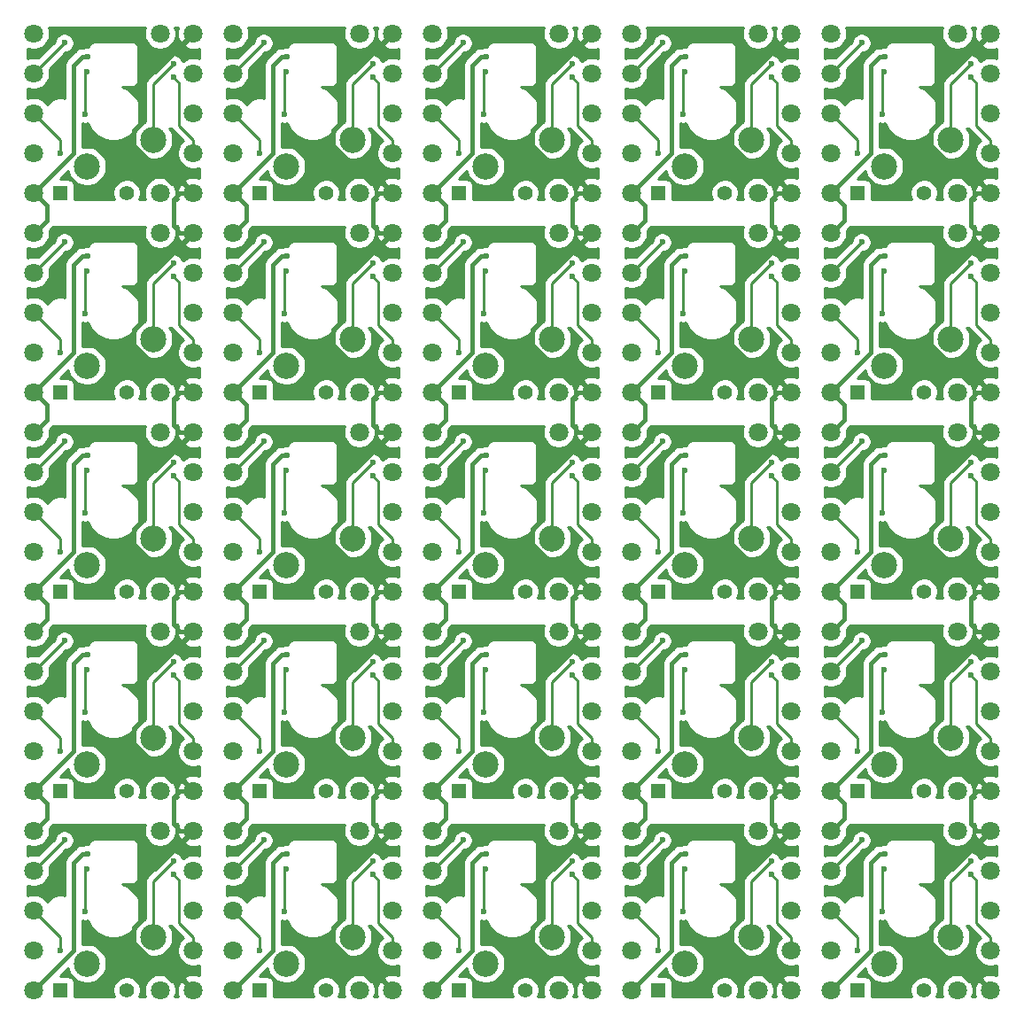
<source format=gtl>
G04 #@! TF.GenerationSoftware,KiCad,Pcbnew,5.1.5+dfsg1-2build2*
G04 #@! TF.CreationDate,2021-01-11T18:30:26+09:00*
G04 #@! TF.ProjectId,suxen,73757865-6e2e-46b6-9963-61645f706362,rev?*
G04 #@! TF.SameCoordinates,Original*
G04 #@! TF.FileFunction,Copper,L1,Top*
G04 #@! TF.FilePolarity,Positive*
%FSLAX46Y46*%
G04 Gerber Fmt 4.6, Leading zero omitted, Abs format (unit mm)*
G04 Created by KiCad (PCBNEW 5.1.5+dfsg1-2build2) date 2021-01-11 18:30:26*
%MOMM*%
%LPD*%
G04 APERTURE LIST*
%ADD10C,2.500000*%
%ADD11R,1.400000X1.400000*%
%ADD12C,1.400000*%
%ADD13C,1.800000*%
%ADD14C,0.600000*%
%ADD15C,0.250000*%
%ADD16C,0.400000*%
%ADD17C,0.254000*%
G04 APERTURE END LIST*
D10*
X78232000Y-38227000D03*
X71882000Y-40767000D03*
X135382000Y-114427000D03*
X129032000Y-116967000D03*
X116332000Y-114427000D03*
X109982000Y-116967000D03*
X97282000Y-114427000D03*
X90932000Y-116967000D03*
X78232000Y-114427000D03*
X71882000Y-116967000D03*
X135382000Y-95377000D03*
X129032000Y-97917000D03*
X116332000Y-95377000D03*
X109982000Y-97917000D03*
X97282000Y-95377000D03*
X90932000Y-97917000D03*
X78232000Y-95377000D03*
X71882000Y-97917000D03*
X135382000Y-76327000D03*
X129032000Y-78867000D03*
X97282000Y-76327000D03*
X90932000Y-78867000D03*
X78232000Y-76327000D03*
X71882000Y-78867000D03*
X135382000Y-57277000D03*
X129032000Y-59817000D03*
X116332000Y-57277000D03*
X109982000Y-59817000D03*
X97282000Y-57277000D03*
X90932000Y-59817000D03*
X78232000Y-57277000D03*
X71882000Y-59817000D03*
X154432000Y-38227000D03*
X148082000Y-40767000D03*
X135382000Y-38227000D03*
X129032000Y-40767000D03*
X97282000Y-38227000D03*
X90932000Y-40767000D03*
X116332000Y-38227000D03*
X109982000Y-40767000D03*
X154432000Y-57277000D03*
X148082000Y-59817000D03*
X154432000Y-76327000D03*
X148082000Y-78867000D03*
X154432000Y-95377000D03*
X148082000Y-97917000D03*
X154432000Y-114427000D03*
X148082000Y-116967000D03*
X116332000Y-76327000D03*
X109982000Y-78867000D03*
D11*
X69342000Y-43307000D03*
D12*
X75692000Y-43307000D03*
D11*
X107442000Y-43307000D03*
D12*
X113792000Y-43307000D03*
D11*
X69342000Y-62357000D03*
D12*
X75692000Y-62357000D03*
D11*
X88392000Y-43307000D03*
D12*
X94742000Y-43307000D03*
D11*
X126492000Y-43307000D03*
D12*
X132842000Y-43307000D03*
D11*
X145542000Y-43307000D03*
D12*
X151892000Y-43307000D03*
D11*
X88392000Y-62357000D03*
D12*
X94742000Y-62357000D03*
D11*
X107442000Y-62357000D03*
D12*
X113792000Y-62357000D03*
D11*
X126492000Y-62357000D03*
D12*
X132842000Y-62357000D03*
D11*
X145542000Y-62357000D03*
D12*
X151892000Y-62357000D03*
D11*
X69342000Y-81407000D03*
D12*
X75692000Y-81407000D03*
D11*
X88392000Y-81407000D03*
D12*
X94742000Y-81407000D03*
D11*
X107442000Y-81407000D03*
D12*
X113792000Y-81407000D03*
D11*
X126492000Y-81407000D03*
D12*
X132842000Y-81407000D03*
D11*
X145542000Y-81407000D03*
D12*
X151892000Y-81407000D03*
D11*
X69342000Y-100457000D03*
D12*
X75692000Y-100457000D03*
D11*
X88392000Y-100457000D03*
D12*
X94742000Y-100457000D03*
D11*
X107442000Y-100457000D03*
D12*
X113792000Y-100457000D03*
D11*
X126492000Y-100457000D03*
D12*
X132842000Y-100457000D03*
D11*
X145542000Y-100457000D03*
D12*
X151892000Y-100457000D03*
D11*
X69342000Y-119507000D03*
D12*
X75692000Y-119507000D03*
D11*
X88392000Y-119507000D03*
D12*
X94742000Y-119507000D03*
D11*
X107442000Y-119507000D03*
D12*
X113792000Y-119507000D03*
D11*
X126492000Y-119507000D03*
D12*
X132842000Y-119507000D03*
D11*
X145542000Y-119507000D03*
D12*
X151892000Y-119507000D03*
D13*
X158242000Y-111887000D03*
X139192000Y-111887000D03*
X120142000Y-111887000D03*
X101092000Y-111887000D03*
X143002000Y-111887000D03*
X123952000Y-111887000D03*
X104902000Y-111887000D03*
X85852000Y-111887000D03*
X158242000Y-92837000D03*
X139192000Y-92837000D03*
X120142000Y-92837000D03*
X101092000Y-92837000D03*
X143002000Y-92837000D03*
X123952000Y-92837000D03*
X104902000Y-92837000D03*
X85852000Y-92837000D03*
X143002000Y-73787000D03*
X123952000Y-73787000D03*
X104902000Y-73787000D03*
X85852000Y-73787000D03*
X158242000Y-73787000D03*
X139192000Y-73787000D03*
X120142000Y-73787000D03*
X101092000Y-73787000D03*
X158242000Y-115697000D03*
X139192000Y-115697000D03*
X120142000Y-115697000D03*
X101092000Y-115697000D03*
X82042000Y-115697000D03*
X158242000Y-96647000D03*
X139192000Y-96647000D03*
X120142000Y-96647000D03*
X101092000Y-96647000D03*
X82042000Y-96647000D03*
X158242000Y-77597000D03*
X139192000Y-77597000D03*
X120142000Y-77597000D03*
X101092000Y-77597000D03*
X82042000Y-77597000D03*
X158242000Y-58547000D03*
X139192000Y-58547000D03*
X120142000Y-58547000D03*
X101092000Y-58547000D03*
X82042000Y-58547000D03*
X158242000Y-39497000D03*
X139192000Y-39497000D03*
X120142000Y-39497000D03*
X101092000Y-39497000D03*
X143002000Y-108077000D03*
X123952000Y-108077000D03*
X104902000Y-108077000D03*
X85852000Y-108077000D03*
X66802000Y-108077000D03*
X143002000Y-89027000D03*
X123952000Y-89027000D03*
X104902000Y-89027000D03*
X85852000Y-89027000D03*
X66802000Y-89027000D03*
X143002000Y-69977000D03*
X123952000Y-69977000D03*
X104902000Y-69977000D03*
X85852000Y-69977000D03*
X66802000Y-69977000D03*
X143002000Y-50927000D03*
X123952000Y-50927000D03*
X104902000Y-50927000D03*
X85852000Y-50927000D03*
X66802000Y-50927000D03*
X143002000Y-31877000D03*
X123952000Y-31877000D03*
X104902000Y-31877000D03*
X85852000Y-31877000D03*
X143002000Y-115697000D03*
X123952000Y-115697000D03*
X104902000Y-115697000D03*
X85852000Y-115697000D03*
X66802000Y-115697000D03*
X143002000Y-96647000D03*
X123952000Y-96647000D03*
X104902000Y-96647000D03*
X85852000Y-96647000D03*
X66802000Y-96647000D03*
X143002000Y-77597000D03*
X123952000Y-77597000D03*
X104902000Y-77597000D03*
X85852000Y-77597000D03*
X66802000Y-77597000D03*
X143002000Y-58547000D03*
X123952000Y-58547000D03*
X104902000Y-58547000D03*
X85852000Y-58547000D03*
X66802000Y-58547000D03*
X143002000Y-39497000D03*
X123952000Y-39497000D03*
X104902000Y-39497000D03*
X85852000Y-39497000D03*
X158242000Y-108077000D03*
X139192000Y-108077000D03*
X120142000Y-108077000D03*
X101092000Y-108077000D03*
X82042000Y-108077000D03*
X158242000Y-89027000D03*
X139192000Y-89027000D03*
X120142000Y-89027000D03*
X101092000Y-89027000D03*
X82042000Y-89027000D03*
X158242000Y-69977000D03*
X139192000Y-69977000D03*
X120142000Y-69977000D03*
X101092000Y-69977000D03*
X82042000Y-69977000D03*
X158242000Y-50927000D03*
X139192000Y-50927000D03*
X120142000Y-50927000D03*
X101092000Y-50927000D03*
X82042000Y-50927000D03*
X158242000Y-31877000D03*
X139192000Y-31877000D03*
X120142000Y-31877000D03*
X101092000Y-31877000D03*
X155067000Y-100457000D03*
X143002000Y-119507000D03*
X143002000Y-104267000D03*
X158242000Y-104267000D03*
X155067000Y-104267000D03*
X158242000Y-119507000D03*
X155067000Y-119507000D03*
X123952000Y-119507000D03*
X139192000Y-119507000D03*
X136017000Y-104267000D03*
X139192000Y-104267000D03*
X136017000Y-119507000D03*
X123952000Y-104267000D03*
X104902000Y-104267000D03*
X104902000Y-119507000D03*
X120142000Y-104267000D03*
X120142000Y-119507000D03*
X116967000Y-119507000D03*
X116967000Y-104267000D03*
X97917000Y-119507000D03*
X101092000Y-119507000D03*
X85852000Y-104267000D03*
X85852000Y-119507000D03*
X101092000Y-104267000D03*
X97917000Y-104267000D03*
X82042000Y-119507000D03*
X78867000Y-119507000D03*
X78867000Y-104267000D03*
X66802000Y-119507000D03*
X66802000Y-104267000D03*
X82042000Y-111887000D03*
X66802000Y-111887000D03*
X82042000Y-104267000D03*
X82042000Y-100457000D03*
X66802000Y-92837000D03*
X78867000Y-85217000D03*
X82042000Y-85217000D03*
X82042000Y-92837000D03*
X78867000Y-100457000D03*
X66802000Y-85217000D03*
X66802000Y-100457000D03*
X101092000Y-85217000D03*
X85852000Y-85217000D03*
X97917000Y-85217000D03*
X85852000Y-100457000D03*
X97917000Y-100457000D03*
X101092000Y-100457000D03*
X116967000Y-100457000D03*
X104902000Y-85217000D03*
X104902000Y-100457000D03*
X116967000Y-85217000D03*
X120142000Y-85217000D03*
X120142000Y-100457000D03*
X123952000Y-100457000D03*
X123952000Y-85217000D03*
X139192000Y-100457000D03*
X136017000Y-85217000D03*
X136017000Y-100457000D03*
X139192000Y-85217000D03*
X143002000Y-100457000D03*
X143002000Y-85217000D03*
X158242000Y-85217000D03*
X158242000Y-100457000D03*
X155067000Y-85217000D03*
X155067000Y-66167000D03*
X143002000Y-66167000D03*
X158242000Y-66167000D03*
X158242000Y-81407000D03*
X155067000Y-81407000D03*
X143002000Y-81407000D03*
X136017000Y-81407000D03*
X139192000Y-81407000D03*
X123952000Y-81407000D03*
X123952000Y-66167000D03*
X136017000Y-66167000D03*
X139192000Y-66167000D03*
X120142000Y-81407000D03*
X104902000Y-81407000D03*
X116967000Y-66167000D03*
X104902000Y-66167000D03*
X120142000Y-66167000D03*
X116967000Y-81407000D03*
X85852000Y-66167000D03*
X101092000Y-81407000D03*
X97917000Y-66167000D03*
X97917000Y-81407000D03*
X101092000Y-66167000D03*
X85852000Y-81407000D03*
X66802000Y-81407000D03*
X78867000Y-66167000D03*
X82042000Y-81407000D03*
X78867000Y-81407000D03*
X82042000Y-73787000D03*
X82042000Y-66167000D03*
X66802000Y-66167000D03*
X66802000Y-73787000D03*
X104902000Y-62357000D03*
X104902000Y-47117000D03*
X120142000Y-54737000D03*
X104902000Y-54737000D03*
X116967000Y-62357000D03*
X120142000Y-47117000D03*
X120142000Y-62357000D03*
X116967000Y-47117000D03*
X136017000Y-47117000D03*
X123952000Y-62357000D03*
X139192000Y-54737000D03*
X139192000Y-47117000D03*
X139192000Y-62357000D03*
X123952000Y-54737000D03*
X136017000Y-62357000D03*
X123952000Y-47117000D03*
X158242000Y-47117000D03*
X158242000Y-62357000D03*
X143002000Y-54737000D03*
X155067000Y-62357000D03*
X155067000Y-47117000D03*
X143002000Y-47117000D03*
X143002000Y-62357000D03*
X158242000Y-54737000D03*
X155067000Y-43307000D03*
X155067000Y-28067000D03*
X158242000Y-28067000D03*
X143002000Y-35687000D03*
X143002000Y-43307000D03*
X143002000Y-28067000D03*
X158242000Y-35687000D03*
X158242000Y-43307000D03*
X136017000Y-28067000D03*
X139192000Y-28067000D03*
X123952000Y-35687000D03*
X123952000Y-43307000D03*
X123952000Y-28067000D03*
X139192000Y-35687000D03*
X136017000Y-43307000D03*
X139192000Y-43307000D03*
X104902000Y-35687000D03*
X104902000Y-43307000D03*
X104902000Y-28067000D03*
X120142000Y-35687000D03*
X116967000Y-28067000D03*
X120142000Y-43307000D03*
X116967000Y-43307000D03*
X120142000Y-28067000D03*
X101092000Y-62357000D03*
X97917000Y-62357000D03*
X85852000Y-54737000D03*
X85852000Y-62357000D03*
X85852000Y-47117000D03*
X101092000Y-54737000D03*
X97917000Y-47117000D03*
X101092000Y-47117000D03*
X82042000Y-62357000D03*
X78867000Y-62357000D03*
X66802000Y-54737000D03*
X78867000Y-47117000D03*
X82042000Y-54737000D03*
X82042000Y-47117000D03*
X66802000Y-47117000D03*
X66802000Y-62357000D03*
X85852000Y-35687000D03*
X97917000Y-28067000D03*
X85852000Y-28067000D03*
X85852000Y-43307000D03*
X101092000Y-43307000D03*
X101092000Y-28067000D03*
X101092000Y-35687000D03*
X97917000Y-43307000D03*
X78867000Y-43307000D03*
X66802000Y-39497000D03*
X66802000Y-31877000D03*
X82042000Y-39497000D03*
X82042000Y-31877000D03*
X82042000Y-35687000D03*
X66802000Y-35687000D03*
X78867000Y-28067000D03*
X82042000Y-28067000D03*
X82042000Y-43307000D03*
X66802000Y-43307000D03*
X66802000Y-28067000D03*
D14*
X88392000Y-39497000D03*
X107442000Y-39497000D03*
X126492000Y-39497000D03*
X145542000Y-39497000D03*
X69342000Y-39497000D03*
X69342000Y-58547000D03*
X88392000Y-58547000D03*
X107442000Y-58547000D03*
X126492000Y-58547000D03*
X145542000Y-58547000D03*
X69342000Y-77597000D03*
X88392000Y-77597000D03*
X107442000Y-77597000D03*
X126492000Y-77597000D03*
X145542000Y-77597000D03*
X69342000Y-96647000D03*
X88392000Y-96647000D03*
X107442000Y-96647000D03*
X126492000Y-96647000D03*
X145542000Y-96647000D03*
X69342000Y-115697000D03*
X88392000Y-115697000D03*
X107442000Y-115697000D03*
X126492000Y-115697000D03*
X145542000Y-115697000D03*
X69723000Y-28956000D03*
X80137000Y-32258000D03*
X88773000Y-28956000D03*
X107823000Y-28956000D03*
X126873000Y-28956000D03*
X145923000Y-28956000D03*
X69723000Y-48006000D03*
X88773000Y-48006000D03*
X107823000Y-48006000D03*
X126873000Y-48006000D03*
X145923000Y-48006000D03*
X69723000Y-67056000D03*
X88773000Y-67056000D03*
X107823000Y-67056000D03*
X126873000Y-67056000D03*
X145923000Y-67056000D03*
X69723000Y-86106000D03*
X88773000Y-86106000D03*
X107823000Y-86106000D03*
X126873000Y-86106000D03*
X145923000Y-86106000D03*
X69723000Y-105156000D03*
X88773000Y-105156000D03*
X107823000Y-105156000D03*
X126873000Y-105156000D03*
X145923000Y-105156000D03*
X99187000Y-32258000D03*
X118237000Y-32258000D03*
X137287000Y-32258000D03*
X156337000Y-32258000D03*
X80137000Y-51308000D03*
X99187000Y-51308000D03*
X118237000Y-51308000D03*
X137287000Y-51308000D03*
X156337000Y-51308000D03*
X80137000Y-70358000D03*
X99187000Y-70358000D03*
X118237000Y-70358000D03*
X137287000Y-70358000D03*
X156337000Y-70358000D03*
X80137000Y-89408000D03*
X99187000Y-89408000D03*
X118237000Y-89408000D03*
X137287000Y-89408000D03*
X156337000Y-89408000D03*
X80137000Y-108458000D03*
X99187000Y-108458000D03*
X118237000Y-108458000D03*
X137287000Y-108458000D03*
X156337000Y-108458000D03*
X90759001Y-35768001D03*
X109809001Y-35768001D03*
X128859001Y-35768001D03*
X147909001Y-35768001D03*
X71709001Y-54818001D03*
X90759001Y-54818001D03*
X109809001Y-54818001D03*
X128859001Y-54818001D03*
X147909001Y-54818001D03*
X71709001Y-73868001D03*
X90759001Y-73868001D03*
X109809001Y-73868001D03*
X128859001Y-73868001D03*
X147909001Y-73868001D03*
X71709001Y-92918001D03*
X90759001Y-92918001D03*
X109809001Y-92918001D03*
X128859001Y-92918001D03*
X147909001Y-92918001D03*
X71709001Y-111968001D03*
X90759001Y-111968001D03*
X109809001Y-111968001D03*
X128859001Y-111968001D03*
X147909001Y-111968001D03*
X90932000Y-31750000D03*
X109982000Y-31750000D03*
X129032000Y-31750000D03*
X148082000Y-31750000D03*
X71882000Y-50800000D03*
X90932000Y-50800000D03*
X109982000Y-50800000D03*
X129032000Y-50800000D03*
X148082000Y-50800000D03*
X71882000Y-69850000D03*
X90932000Y-69850000D03*
X109982000Y-69850000D03*
X129032000Y-69850000D03*
X148082000Y-69850000D03*
X71882000Y-88900000D03*
X90932000Y-88900000D03*
X109982000Y-88900000D03*
X129032000Y-88900000D03*
X148082000Y-88900000D03*
X71882000Y-107950000D03*
X90932000Y-107950000D03*
X109982000Y-107950000D03*
X129032000Y-107950000D03*
X148082000Y-107950000D03*
X71882000Y-31750000D03*
X71709001Y-35768001D03*
X76962000Y-31750000D03*
X96012000Y-31750000D03*
X115062000Y-31750000D03*
X134112000Y-31750000D03*
X153162000Y-31750000D03*
X76962000Y-50800000D03*
X96012000Y-50800000D03*
X115062000Y-50800000D03*
X134112000Y-50800000D03*
X153162000Y-50800000D03*
X76962000Y-69850000D03*
X96012000Y-69850000D03*
X115062000Y-69850000D03*
X134112000Y-69850000D03*
X153162000Y-69850000D03*
X76962000Y-88900000D03*
X96012000Y-88900000D03*
X115062000Y-88900000D03*
X134112000Y-88900000D03*
X153162000Y-88900000D03*
X76962000Y-107950000D03*
X96012000Y-107950000D03*
X115062000Y-107950000D03*
X134112000Y-107950000D03*
X153162000Y-107950000D03*
X75057000Y-40132000D03*
X69088000Y-32385000D03*
X73660000Y-28067000D03*
X94107000Y-40132000D03*
X113157000Y-40132000D03*
X132207000Y-40132000D03*
X151257000Y-40132000D03*
X75057000Y-59182000D03*
X94107000Y-59182000D03*
X113157000Y-59182000D03*
X132207000Y-59182000D03*
X151257000Y-59182000D03*
X75057000Y-78232000D03*
X94107000Y-78232000D03*
X113157000Y-78232000D03*
X132207000Y-78232000D03*
X151257000Y-78232000D03*
X75057000Y-97282000D03*
X94107000Y-97282000D03*
X113157000Y-97282000D03*
X132207000Y-97282000D03*
X151257000Y-97282000D03*
X75057000Y-116332000D03*
X94107000Y-116332000D03*
X113157000Y-116332000D03*
X132207000Y-116332000D03*
X151257000Y-116332000D03*
X92710000Y-28067000D03*
X111760000Y-28067000D03*
X130810000Y-28067000D03*
X149860000Y-28067000D03*
X73660000Y-47117000D03*
X92710000Y-47117000D03*
X111760000Y-47117000D03*
X130810000Y-47117000D03*
X149860000Y-47117000D03*
X73660000Y-66167000D03*
X92710000Y-66167000D03*
X111760000Y-66167000D03*
X130810000Y-66167000D03*
X149860000Y-66167000D03*
X73660000Y-85217000D03*
X92710000Y-85217000D03*
X111760000Y-85217000D03*
X130810000Y-85217000D03*
X149860000Y-85217000D03*
X73660000Y-104267000D03*
X92710000Y-104267000D03*
X111760000Y-104267000D03*
X130810000Y-104267000D03*
X149860000Y-104267000D03*
X88138000Y-32385000D03*
X107188000Y-32385000D03*
X126238000Y-32385000D03*
X145288000Y-32385000D03*
X69088000Y-51435000D03*
X88138000Y-51435000D03*
X107188000Y-51435000D03*
X126238000Y-51435000D03*
X145288000Y-51435000D03*
X69088000Y-70485000D03*
X88138000Y-70485000D03*
X107188000Y-70485000D03*
X126238000Y-70485000D03*
X145288000Y-70485000D03*
X69088000Y-89535000D03*
X88138000Y-89535000D03*
X107188000Y-89535000D03*
X126238000Y-89535000D03*
X145288000Y-89535000D03*
X69088000Y-108585000D03*
X88138000Y-108585000D03*
X107188000Y-108585000D03*
X126238000Y-108585000D03*
X145288000Y-108585000D03*
X77216000Y-34417000D03*
X96266000Y-34417000D03*
X115316000Y-34417000D03*
X134366000Y-34417000D03*
X153416000Y-34417000D03*
X77216000Y-53467000D03*
X96266000Y-53467000D03*
X115316000Y-53467000D03*
X134366000Y-53467000D03*
X153416000Y-53467000D03*
X77216000Y-72517000D03*
X96266000Y-72517000D03*
X115316000Y-72517000D03*
X134366000Y-72517000D03*
X153416000Y-72517000D03*
X77216000Y-91567000D03*
X96266000Y-91567000D03*
X115316000Y-91567000D03*
X134366000Y-91567000D03*
X153416000Y-91567000D03*
X77216000Y-110617000D03*
X96266000Y-110617000D03*
X115316000Y-110617000D03*
X134366000Y-110617000D03*
X153416000Y-110617000D03*
X80137000Y-30988000D03*
X80137000Y-50038000D03*
X80137000Y-69088000D03*
X80137000Y-88138000D03*
X80137000Y-107188000D03*
X99187000Y-30988000D03*
X99187000Y-50038000D03*
X99187000Y-69088000D03*
X99187000Y-88138000D03*
X99187000Y-107188000D03*
X118237000Y-30988000D03*
X118237000Y-50038000D03*
X118237000Y-69088000D03*
X118237000Y-88138000D03*
X118237000Y-107188000D03*
X137287000Y-30988000D03*
X137287000Y-50038000D03*
X137287000Y-69088000D03*
X137287000Y-88138000D03*
X137287000Y-107188000D03*
X156337000Y-30988000D03*
X156337000Y-50038000D03*
X156337000Y-69088000D03*
X156337000Y-88138000D03*
X156337000Y-107188000D03*
X71922000Y-30252000D03*
X90972000Y-30252000D03*
X110022000Y-30252000D03*
X129072000Y-30252000D03*
X148122000Y-30252000D03*
X71922000Y-49302000D03*
X90972000Y-49302000D03*
X110022000Y-49302000D03*
X129072000Y-49302000D03*
X148122000Y-49302000D03*
X71922000Y-68352000D03*
X90972000Y-68352000D03*
X110022000Y-68352000D03*
X129072000Y-68352000D03*
X148122000Y-68352000D03*
X71922000Y-87402000D03*
X90972000Y-87402000D03*
X110022000Y-87402000D03*
X129072000Y-87402000D03*
X148122000Y-87402000D03*
X71922000Y-106452000D03*
X90972000Y-106452000D03*
X110022000Y-106452000D03*
X129072000Y-106452000D03*
X148122000Y-106452000D03*
D15*
X88392000Y-39497000D02*
X88392000Y-38227000D01*
X107442000Y-39497000D02*
X107442000Y-38227000D01*
X126492000Y-39497000D02*
X126492000Y-38227000D01*
X145542000Y-39497000D02*
X145542000Y-38227000D01*
X88392000Y-38227000D02*
X85852000Y-35687000D01*
X107442000Y-38227000D02*
X104902000Y-35687000D01*
X126492000Y-38227000D02*
X123952000Y-35687000D01*
X145542000Y-38227000D02*
X143002000Y-35687000D01*
X69342000Y-39497000D02*
X69342000Y-38227000D01*
X69342000Y-38227000D02*
X66802000Y-35687000D01*
X69342000Y-58547000D02*
X69342000Y-57277000D01*
X88392000Y-58547000D02*
X88392000Y-57277000D01*
X107442000Y-58547000D02*
X107442000Y-57277000D01*
X126492000Y-58547000D02*
X126492000Y-57277000D01*
X145542000Y-58547000D02*
X145542000Y-57277000D01*
X69342000Y-57277000D02*
X66802000Y-54737000D01*
X88392000Y-57277000D02*
X85852000Y-54737000D01*
X107442000Y-57277000D02*
X104902000Y-54737000D01*
X126492000Y-57277000D02*
X123952000Y-54737000D01*
X145542000Y-57277000D02*
X143002000Y-54737000D01*
X69342000Y-77597000D02*
X69342000Y-76327000D01*
X88392000Y-77597000D02*
X88392000Y-76327000D01*
X107442000Y-77597000D02*
X107442000Y-76327000D01*
X126492000Y-77597000D02*
X126492000Y-76327000D01*
X145542000Y-77597000D02*
X145542000Y-76327000D01*
X69342000Y-76327000D02*
X66802000Y-73787000D01*
X88392000Y-76327000D02*
X85852000Y-73787000D01*
X107442000Y-76327000D02*
X104902000Y-73787000D01*
X126492000Y-76327000D02*
X123952000Y-73787000D01*
X145542000Y-76327000D02*
X143002000Y-73787000D01*
X69342000Y-96647000D02*
X69342000Y-95377000D01*
X88392000Y-96647000D02*
X88392000Y-95377000D01*
X107442000Y-96647000D02*
X107442000Y-95377000D01*
X126492000Y-96647000D02*
X126492000Y-95377000D01*
X145542000Y-96647000D02*
X145542000Y-95377000D01*
X69342000Y-95377000D02*
X66802000Y-92837000D01*
X88392000Y-95377000D02*
X85852000Y-92837000D01*
X107442000Y-95377000D02*
X104902000Y-92837000D01*
X126492000Y-95377000D02*
X123952000Y-92837000D01*
X145542000Y-95377000D02*
X143002000Y-92837000D01*
X69342000Y-115697000D02*
X69342000Y-114427000D01*
X88392000Y-115697000D02*
X88392000Y-114427000D01*
X107442000Y-115697000D02*
X107442000Y-114427000D01*
X126492000Y-115697000D02*
X126492000Y-114427000D01*
X145542000Y-115697000D02*
X145542000Y-114427000D01*
X69342000Y-114427000D02*
X66802000Y-111887000D01*
X88392000Y-114427000D02*
X85852000Y-111887000D01*
X107442000Y-114427000D02*
X104902000Y-111887000D01*
X126492000Y-114427000D02*
X123952000Y-111887000D01*
X145542000Y-114427000D02*
X143002000Y-111887000D01*
X69723000Y-28956000D02*
X66802000Y-31877000D01*
X80682001Y-32803001D02*
X80137000Y-32258000D01*
X80682001Y-36864209D02*
X80682001Y-32803001D01*
X82042000Y-38224208D02*
X80682001Y-36864209D01*
X82042000Y-39497000D02*
X82042000Y-38224208D01*
X88773000Y-28956000D02*
X85852000Y-31877000D01*
X107823000Y-28956000D02*
X104902000Y-31877000D01*
X126873000Y-28956000D02*
X123952000Y-31877000D01*
X145923000Y-28956000D02*
X143002000Y-31877000D01*
X69723000Y-48006000D02*
X66802000Y-50927000D01*
X88773000Y-48006000D02*
X85852000Y-50927000D01*
X107823000Y-48006000D02*
X104902000Y-50927000D01*
X126873000Y-48006000D02*
X123952000Y-50927000D01*
X145923000Y-48006000D02*
X143002000Y-50927000D01*
X69723000Y-67056000D02*
X66802000Y-69977000D01*
X88773000Y-67056000D02*
X85852000Y-69977000D01*
X107823000Y-67056000D02*
X104902000Y-69977000D01*
X126873000Y-67056000D02*
X123952000Y-69977000D01*
X145923000Y-67056000D02*
X143002000Y-69977000D01*
X69723000Y-86106000D02*
X66802000Y-89027000D01*
X88773000Y-86106000D02*
X85852000Y-89027000D01*
X107823000Y-86106000D02*
X104902000Y-89027000D01*
X126873000Y-86106000D02*
X123952000Y-89027000D01*
X145923000Y-86106000D02*
X143002000Y-89027000D01*
X69723000Y-105156000D02*
X66802000Y-108077000D01*
X88773000Y-105156000D02*
X85852000Y-108077000D01*
X107823000Y-105156000D02*
X104902000Y-108077000D01*
X126873000Y-105156000D02*
X123952000Y-108077000D01*
X145923000Y-105156000D02*
X143002000Y-108077000D01*
X99732001Y-32803001D02*
X99187000Y-32258000D01*
X118782001Y-32803001D02*
X118237000Y-32258000D01*
X137832001Y-32803001D02*
X137287000Y-32258000D01*
X156882001Y-32803001D02*
X156337000Y-32258000D01*
X80682001Y-51853001D02*
X80137000Y-51308000D01*
X99732001Y-51853001D02*
X99187000Y-51308000D01*
X118782001Y-51853001D02*
X118237000Y-51308000D01*
X137832001Y-51853001D02*
X137287000Y-51308000D01*
X156882001Y-51853001D02*
X156337000Y-51308000D01*
X80682001Y-70903001D02*
X80137000Y-70358000D01*
X99732001Y-70903001D02*
X99187000Y-70358000D01*
X118782001Y-70903001D02*
X118237000Y-70358000D01*
X137832001Y-70903001D02*
X137287000Y-70358000D01*
X156882001Y-70903001D02*
X156337000Y-70358000D01*
X80682001Y-89953001D02*
X80137000Y-89408000D01*
X99732001Y-89953001D02*
X99187000Y-89408000D01*
X118782001Y-89953001D02*
X118237000Y-89408000D01*
X137832001Y-89953001D02*
X137287000Y-89408000D01*
X156882001Y-89953001D02*
X156337000Y-89408000D01*
X80682001Y-109003001D02*
X80137000Y-108458000D01*
X99732001Y-109003001D02*
X99187000Y-108458000D01*
X118782001Y-109003001D02*
X118237000Y-108458000D01*
X137832001Y-109003001D02*
X137287000Y-108458000D01*
X156882001Y-109003001D02*
X156337000Y-108458000D01*
X99732001Y-36864209D02*
X99732001Y-32803001D01*
X118782001Y-36864209D02*
X118782001Y-32803001D01*
X137832001Y-36864209D02*
X137832001Y-32803001D01*
X156882001Y-36864209D02*
X156882001Y-32803001D01*
X80682001Y-55914209D02*
X80682001Y-51853001D01*
X99732001Y-55914209D02*
X99732001Y-51853001D01*
X118782001Y-55914209D02*
X118782001Y-51853001D01*
X137832001Y-55914209D02*
X137832001Y-51853001D01*
X156882001Y-55914209D02*
X156882001Y-51853001D01*
X80682001Y-74964209D02*
X80682001Y-70903001D01*
X99732001Y-74964209D02*
X99732001Y-70903001D01*
X118782001Y-74964209D02*
X118782001Y-70903001D01*
X137832001Y-74964209D02*
X137832001Y-70903001D01*
X156882001Y-74964209D02*
X156882001Y-70903001D01*
X80682001Y-94014209D02*
X80682001Y-89953001D01*
X99732001Y-94014209D02*
X99732001Y-89953001D01*
X118782001Y-94014209D02*
X118782001Y-89953001D01*
X137832001Y-94014209D02*
X137832001Y-89953001D01*
X156882001Y-94014209D02*
X156882001Y-89953001D01*
X80682001Y-113064209D02*
X80682001Y-109003001D01*
X99732001Y-113064209D02*
X99732001Y-109003001D01*
X118782001Y-113064209D02*
X118782001Y-109003001D01*
X137832001Y-113064209D02*
X137832001Y-109003001D01*
X156882001Y-113064209D02*
X156882001Y-109003001D01*
X101092000Y-38224208D02*
X99732001Y-36864209D01*
X120142000Y-38224208D02*
X118782001Y-36864209D01*
X139192000Y-38224208D02*
X137832001Y-36864209D01*
X158242000Y-38224208D02*
X156882001Y-36864209D01*
X82042000Y-57274208D02*
X80682001Y-55914209D01*
X101092000Y-57274208D02*
X99732001Y-55914209D01*
X120142000Y-57274208D02*
X118782001Y-55914209D01*
X139192000Y-57274208D02*
X137832001Y-55914209D01*
X158242000Y-57274208D02*
X156882001Y-55914209D01*
X82042000Y-76324208D02*
X80682001Y-74964209D01*
X101092000Y-76324208D02*
X99732001Y-74964209D01*
X120142000Y-76324208D02*
X118782001Y-74964209D01*
X139192000Y-76324208D02*
X137832001Y-74964209D01*
X158242000Y-76324208D02*
X156882001Y-74964209D01*
X82042000Y-95374208D02*
X80682001Y-94014209D01*
X101092000Y-95374208D02*
X99732001Y-94014209D01*
X120142000Y-95374208D02*
X118782001Y-94014209D01*
X139192000Y-95374208D02*
X137832001Y-94014209D01*
X158242000Y-95374208D02*
X156882001Y-94014209D01*
X82042000Y-114424208D02*
X80682001Y-113064209D01*
X101092000Y-114424208D02*
X99732001Y-113064209D01*
X120142000Y-114424208D02*
X118782001Y-113064209D01*
X139192000Y-114424208D02*
X137832001Y-113064209D01*
X158242000Y-114424208D02*
X156882001Y-113064209D01*
X101092000Y-39497000D02*
X101092000Y-38224208D01*
X120142000Y-39497000D02*
X120142000Y-38224208D01*
X139192000Y-39497000D02*
X139192000Y-38224208D01*
X158242000Y-39497000D02*
X158242000Y-38224208D01*
X82042000Y-58547000D02*
X82042000Y-57274208D01*
X101092000Y-58547000D02*
X101092000Y-57274208D01*
X120142000Y-58547000D02*
X120142000Y-57274208D01*
X139192000Y-58547000D02*
X139192000Y-57274208D01*
X158242000Y-58547000D02*
X158242000Y-57274208D01*
X82042000Y-77597000D02*
X82042000Y-76324208D01*
X101092000Y-77597000D02*
X101092000Y-76324208D01*
X120142000Y-77597000D02*
X120142000Y-76324208D01*
X139192000Y-77597000D02*
X139192000Y-76324208D01*
X158242000Y-77597000D02*
X158242000Y-76324208D01*
X82042000Y-96647000D02*
X82042000Y-95374208D01*
X101092000Y-96647000D02*
X101092000Y-95374208D01*
X120142000Y-96647000D02*
X120142000Y-95374208D01*
X139192000Y-96647000D02*
X139192000Y-95374208D01*
X158242000Y-96647000D02*
X158242000Y-95374208D01*
X82042000Y-115697000D02*
X82042000Y-114424208D01*
X101092000Y-115697000D02*
X101092000Y-114424208D01*
X120142000Y-115697000D02*
X120142000Y-114424208D01*
X139192000Y-115697000D02*
X139192000Y-114424208D01*
X158242000Y-115697000D02*
X158242000Y-114424208D01*
X90759001Y-35768001D02*
X90759001Y-31922999D01*
X109809001Y-35768001D02*
X109809001Y-31922999D01*
X128859001Y-35768001D02*
X128859001Y-31922999D01*
X147909001Y-35768001D02*
X147909001Y-31922999D01*
X71709001Y-54818001D02*
X71709001Y-50972999D01*
X90759001Y-54818001D02*
X90759001Y-50972999D01*
X109809001Y-54818001D02*
X109809001Y-50972999D01*
X128859001Y-54818001D02*
X128859001Y-50972999D01*
X147909001Y-54818001D02*
X147909001Y-50972999D01*
X71709001Y-73868001D02*
X71709001Y-70022999D01*
X90759001Y-73868001D02*
X90759001Y-70022999D01*
X109809001Y-73868001D02*
X109809001Y-70022999D01*
X128859001Y-73868001D02*
X128859001Y-70022999D01*
X147909001Y-73868001D02*
X147909001Y-70022999D01*
X71709001Y-92918001D02*
X71709001Y-89072999D01*
X90759001Y-92918001D02*
X90759001Y-89072999D01*
X109809001Y-92918001D02*
X109809001Y-89072999D01*
X128859001Y-92918001D02*
X128859001Y-89072999D01*
X147909001Y-92918001D02*
X147909001Y-89072999D01*
X71709001Y-111968001D02*
X71709001Y-108122999D01*
X90759001Y-111968001D02*
X90759001Y-108122999D01*
X109809001Y-111968001D02*
X109809001Y-108122999D01*
X128859001Y-111968001D02*
X128859001Y-108122999D01*
X147909001Y-111968001D02*
X147909001Y-108122999D01*
X90759001Y-31922999D02*
X90932000Y-31750000D01*
X109809001Y-31922999D02*
X109982000Y-31750000D01*
X128859001Y-31922999D02*
X129032000Y-31750000D01*
X147909001Y-31922999D02*
X148082000Y-31750000D01*
X71709001Y-50972999D02*
X71882000Y-50800000D01*
X90759001Y-50972999D02*
X90932000Y-50800000D01*
X109809001Y-50972999D02*
X109982000Y-50800000D01*
X128859001Y-50972999D02*
X129032000Y-50800000D01*
X147909001Y-50972999D02*
X148082000Y-50800000D01*
X71709001Y-70022999D02*
X71882000Y-69850000D01*
X90759001Y-70022999D02*
X90932000Y-69850000D01*
X109809001Y-70022999D02*
X109982000Y-69850000D01*
X128859001Y-70022999D02*
X129032000Y-69850000D01*
X147909001Y-70022999D02*
X148082000Y-69850000D01*
X71709001Y-89072999D02*
X71882000Y-88900000D01*
X90759001Y-89072999D02*
X90932000Y-88900000D01*
X109809001Y-89072999D02*
X109982000Y-88900000D01*
X128859001Y-89072999D02*
X129032000Y-88900000D01*
X147909001Y-89072999D02*
X148082000Y-88900000D01*
X71709001Y-108122999D02*
X71882000Y-107950000D01*
X90759001Y-108122999D02*
X90932000Y-107950000D01*
X109809001Y-108122999D02*
X109982000Y-107950000D01*
X128859001Y-108122999D02*
X129032000Y-107950000D01*
X147909001Y-108122999D02*
X148082000Y-107950000D01*
X71709001Y-31922999D02*
X71882000Y-31750000D01*
X71709001Y-35768001D02*
X71709001Y-31922999D01*
D16*
X81142001Y-42407001D02*
X82042000Y-43307000D01*
X79969999Y-42407001D02*
X81142001Y-42407001D01*
X76327000Y-38764002D02*
X79969999Y-42407001D01*
X78359000Y-31750000D02*
X76962000Y-31750000D01*
X82042000Y-28067000D02*
X78359000Y-31750000D01*
X76327000Y-37334002D02*
X76327000Y-38227000D01*
X76962000Y-36699002D02*
X76327000Y-37334002D01*
X76962000Y-31750000D02*
X76962000Y-34036000D01*
X76327000Y-37689998D02*
X76327000Y-38227000D01*
X76327000Y-38227000D02*
X76327000Y-38764002D01*
X100192001Y-42407001D02*
X101092000Y-43307000D01*
X119242001Y-42407001D02*
X120142000Y-43307000D01*
X138292001Y-42407001D02*
X139192000Y-43307000D01*
X157342001Y-42407001D02*
X158242000Y-43307000D01*
X81142001Y-61457001D02*
X82042000Y-62357000D01*
X100192001Y-61457001D02*
X101092000Y-62357000D01*
X119242001Y-61457001D02*
X120142000Y-62357000D01*
X138292001Y-61457001D02*
X139192000Y-62357000D01*
X157342001Y-61457001D02*
X158242000Y-62357000D01*
X81142001Y-80507001D02*
X82042000Y-81407000D01*
X100192001Y-80507001D02*
X101092000Y-81407000D01*
X119242001Y-80507001D02*
X120142000Y-81407000D01*
X138292001Y-80507001D02*
X139192000Y-81407000D01*
X157342001Y-80507001D02*
X158242000Y-81407000D01*
X81142001Y-99557001D02*
X82042000Y-100457000D01*
X100192001Y-99557001D02*
X101092000Y-100457000D01*
X119242001Y-99557001D02*
X120142000Y-100457000D01*
X138292001Y-99557001D02*
X139192000Y-100457000D01*
X157342001Y-99557001D02*
X158242000Y-100457000D01*
X81142001Y-118607001D02*
X82042000Y-119507000D01*
X100192001Y-118607001D02*
X101092000Y-119507000D01*
X119242001Y-118607001D02*
X120142000Y-119507000D01*
X138292001Y-118607001D02*
X139192000Y-119507000D01*
X157342001Y-118607001D02*
X158242000Y-119507000D01*
X99019999Y-42407001D02*
X100192001Y-42407001D01*
X118069999Y-42407001D02*
X119242001Y-42407001D01*
X137119999Y-42407001D02*
X138292001Y-42407001D01*
X156169999Y-42407001D02*
X157342001Y-42407001D01*
X79969999Y-61457001D02*
X81142001Y-61457001D01*
X99019999Y-61457001D02*
X100192001Y-61457001D01*
X118069999Y-61457001D02*
X119242001Y-61457001D01*
X137119999Y-61457001D02*
X138292001Y-61457001D01*
X156169999Y-61457001D02*
X157342001Y-61457001D01*
X79969999Y-80507001D02*
X81142001Y-80507001D01*
X99019999Y-80507001D02*
X100192001Y-80507001D01*
X118069999Y-80507001D02*
X119242001Y-80507001D01*
X137119999Y-80507001D02*
X138292001Y-80507001D01*
X156169999Y-80507001D02*
X157342001Y-80507001D01*
X79969999Y-99557001D02*
X81142001Y-99557001D01*
X99019999Y-99557001D02*
X100192001Y-99557001D01*
X118069999Y-99557001D02*
X119242001Y-99557001D01*
X137119999Y-99557001D02*
X138292001Y-99557001D01*
X156169999Y-99557001D02*
X157342001Y-99557001D01*
X79969999Y-118607001D02*
X81142001Y-118607001D01*
X99019999Y-118607001D02*
X100192001Y-118607001D01*
X118069999Y-118607001D02*
X119242001Y-118607001D01*
X137119999Y-118607001D02*
X138292001Y-118607001D01*
X156169999Y-118607001D02*
X157342001Y-118607001D01*
X95377000Y-38764002D02*
X99019999Y-42407001D01*
X114427000Y-38764002D02*
X118069999Y-42407001D01*
X133477000Y-38764002D02*
X137119999Y-42407001D01*
X152527000Y-38764002D02*
X156169999Y-42407001D01*
X76327000Y-57814002D02*
X79969999Y-61457001D01*
X95377000Y-57814002D02*
X99019999Y-61457001D01*
X114427000Y-57814002D02*
X118069999Y-61457001D01*
X133477000Y-57814002D02*
X137119999Y-61457001D01*
X152527000Y-57814002D02*
X156169999Y-61457001D01*
X76327000Y-76864002D02*
X79969999Y-80507001D01*
X95377000Y-76864002D02*
X99019999Y-80507001D01*
X114427000Y-76864002D02*
X118069999Y-80507001D01*
X133477000Y-76864002D02*
X137119999Y-80507001D01*
X152527000Y-76864002D02*
X156169999Y-80507001D01*
X76327000Y-95914002D02*
X79969999Y-99557001D01*
X95377000Y-95914002D02*
X99019999Y-99557001D01*
X114427000Y-95914002D02*
X118069999Y-99557001D01*
X133477000Y-95914002D02*
X137119999Y-99557001D01*
X152527000Y-95914002D02*
X156169999Y-99557001D01*
X76327000Y-114964002D02*
X79969999Y-118607001D01*
X95377000Y-114964002D02*
X99019999Y-118607001D01*
X114427000Y-114964002D02*
X118069999Y-118607001D01*
X133477000Y-114964002D02*
X137119999Y-118607001D01*
X152527000Y-114964002D02*
X156169999Y-118607001D01*
X97409000Y-31750000D02*
X96012000Y-31750000D01*
X116459000Y-31750000D02*
X115062000Y-31750000D01*
X135509000Y-31750000D02*
X134112000Y-31750000D01*
X154559000Y-31750000D02*
X153162000Y-31750000D01*
X78359000Y-50800000D02*
X76962000Y-50800000D01*
X97409000Y-50800000D02*
X96012000Y-50800000D01*
X116459000Y-50800000D02*
X115062000Y-50800000D01*
X135509000Y-50800000D02*
X134112000Y-50800000D01*
X154559000Y-50800000D02*
X153162000Y-50800000D01*
X78359000Y-69850000D02*
X76962000Y-69850000D01*
X97409000Y-69850000D02*
X96012000Y-69850000D01*
X116459000Y-69850000D02*
X115062000Y-69850000D01*
X135509000Y-69850000D02*
X134112000Y-69850000D01*
X154559000Y-69850000D02*
X153162000Y-69850000D01*
X78359000Y-88900000D02*
X76962000Y-88900000D01*
X97409000Y-88900000D02*
X96012000Y-88900000D01*
X116459000Y-88900000D02*
X115062000Y-88900000D01*
X135509000Y-88900000D02*
X134112000Y-88900000D01*
X154559000Y-88900000D02*
X153162000Y-88900000D01*
X78359000Y-107950000D02*
X76962000Y-107950000D01*
X97409000Y-107950000D02*
X96012000Y-107950000D01*
X116459000Y-107950000D02*
X115062000Y-107950000D01*
X135509000Y-107950000D02*
X134112000Y-107950000D01*
X154559000Y-107950000D02*
X153162000Y-107950000D01*
X95377000Y-38227000D02*
X95377000Y-38764002D01*
X114427000Y-38227000D02*
X114427000Y-38764002D01*
X133477000Y-38227000D02*
X133477000Y-38764002D01*
X152527000Y-38227000D02*
X152527000Y-38764002D01*
X76327000Y-57277000D02*
X76327000Y-57814002D01*
X95377000Y-57277000D02*
X95377000Y-57814002D01*
X114427000Y-57277000D02*
X114427000Y-57814002D01*
X133477000Y-57277000D02*
X133477000Y-57814002D01*
X152527000Y-57277000D02*
X152527000Y-57814002D01*
X76327000Y-76327000D02*
X76327000Y-76864002D01*
X95377000Y-76327000D02*
X95377000Y-76864002D01*
X114427000Y-76327000D02*
X114427000Y-76864002D01*
X133477000Y-76327000D02*
X133477000Y-76864002D01*
X152527000Y-76327000D02*
X152527000Y-76864002D01*
X76327000Y-95377000D02*
X76327000Y-95914002D01*
X95377000Y-95377000D02*
X95377000Y-95914002D01*
X114427000Y-95377000D02*
X114427000Y-95914002D01*
X133477000Y-95377000D02*
X133477000Y-95914002D01*
X152527000Y-95377000D02*
X152527000Y-95914002D01*
X76327000Y-114427000D02*
X76327000Y-114964002D01*
X95377000Y-114427000D02*
X95377000Y-114964002D01*
X114427000Y-114427000D02*
X114427000Y-114964002D01*
X133477000Y-114427000D02*
X133477000Y-114964002D01*
X152527000Y-114427000D02*
X152527000Y-114964002D01*
X95377000Y-37334002D02*
X95377000Y-38227000D01*
X114427000Y-37334002D02*
X114427000Y-38227000D01*
X133477000Y-37334002D02*
X133477000Y-38227000D01*
X152527000Y-37334002D02*
X152527000Y-38227000D01*
X76327000Y-56384002D02*
X76327000Y-57277000D01*
X95377000Y-56384002D02*
X95377000Y-57277000D01*
X114427000Y-56384002D02*
X114427000Y-57277000D01*
X133477000Y-56384002D02*
X133477000Y-57277000D01*
X152527000Y-56384002D02*
X152527000Y-57277000D01*
X76327000Y-75434002D02*
X76327000Y-76327000D01*
X95377000Y-75434002D02*
X95377000Y-76327000D01*
X114427000Y-75434002D02*
X114427000Y-76327000D01*
X133477000Y-75434002D02*
X133477000Y-76327000D01*
X152527000Y-75434002D02*
X152527000Y-76327000D01*
X76327000Y-94484002D02*
X76327000Y-95377000D01*
X95377000Y-94484002D02*
X95377000Y-95377000D01*
X114427000Y-94484002D02*
X114427000Y-95377000D01*
X133477000Y-94484002D02*
X133477000Y-95377000D01*
X152527000Y-94484002D02*
X152527000Y-95377000D01*
X76327000Y-113534002D02*
X76327000Y-114427000D01*
X95377000Y-113534002D02*
X95377000Y-114427000D01*
X114427000Y-113534002D02*
X114427000Y-114427000D01*
X133477000Y-113534002D02*
X133477000Y-114427000D01*
X152527000Y-113534002D02*
X152527000Y-114427000D01*
X95377000Y-37689998D02*
X95377000Y-38227000D01*
X114427000Y-37689998D02*
X114427000Y-38227000D01*
X133477000Y-37689998D02*
X133477000Y-38227000D01*
X152527000Y-37689998D02*
X152527000Y-38227000D01*
X76327000Y-56739998D02*
X76327000Y-57277000D01*
X95377000Y-56739998D02*
X95377000Y-57277000D01*
X114427000Y-56739998D02*
X114427000Y-57277000D01*
X133477000Y-56739998D02*
X133477000Y-57277000D01*
X152527000Y-56739998D02*
X152527000Y-57277000D01*
X76327000Y-75789998D02*
X76327000Y-76327000D01*
X95377000Y-75789998D02*
X95377000Y-76327000D01*
X114427000Y-75789998D02*
X114427000Y-76327000D01*
X133477000Y-75789998D02*
X133477000Y-76327000D01*
X152527000Y-75789998D02*
X152527000Y-76327000D01*
X76327000Y-94839998D02*
X76327000Y-95377000D01*
X95377000Y-94839998D02*
X95377000Y-95377000D01*
X114427000Y-94839998D02*
X114427000Y-95377000D01*
X133477000Y-94839998D02*
X133477000Y-95377000D01*
X152527000Y-94839998D02*
X152527000Y-95377000D01*
X76327000Y-113889998D02*
X76327000Y-114427000D01*
X95377000Y-113889998D02*
X95377000Y-114427000D01*
X114427000Y-113889998D02*
X114427000Y-114427000D01*
X133477000Y-113889998D02*
X133477000Y-114427000D01*
X152527000Y-113889998D02*
X152527000Y-114427000D01*
X96012000Y-31750000D02*
X96012000Y-36699002D01*
X115062000Y-31750000D02*
X115062000Y-36699002D01*
X134112000Y-31750000D02*
X134112000Y-36699002D01*
X153162000Y-31750000D02*
X153162000Y-36699002D01*
X76962000Y-50800000D02*
X76962000Y-55749002D01*
X96012000Y-50800000D02*
X96012000Y-55749002D01*
X115062000Y-50800000D02*
X115062000Y-55749002D01*
X134112000Y-50800000D02*
X134112000Y-55749002D01*
X153162000Y-50800000D02*
X153162000Y-55749002D01*
X76962000Y-69850000D02*
X76962000Y-74799002D01*
X96012000Y-69850000D02*
X96012000Y-74799002D01*
X115062000Y-69850000D02*
X115062000Y-74799002D01*
X134112000Y-69850000D02*
X134112000Y-74799002D01*
X153162000Y-69850000D02*
X153162000Y-74799002D01*
X76962000Y-88900000D02*
X76962000Y-93849002D01*
X96012000Y-88900000D02*
X96012000Y-93849002D01*
X115062000Y-88900000D02*
X115062000Y-93849002D01*
X134112000Y-88900000D02*
X134112000Y-93849002D01*
X153162000Y-88900000D02*
X153162000Y-93849002D01*
X76962000Y-107950000D02*
X76962000Y-112899002D01*
X96012000Y-107950000D02*
X96012000Y-112899002D01*
X115062000Y-107950000D02*
X115062000Y-112899002D01*
X134112000Y-107950000D02*
X134112000Y-112899002D01*
X153162000Y-107950000D02*
X153162000Y-112899002D01*
X96012000Y-36699002D02*
X95377000Y-37334002D01*
X115062000Y-36699002D02*
X114427000Y-37334002D01*
X134112000Y-36699002D02*
X133477000Y-37334002D01*
X153162000Y-36699002D02*
X152527000Y-37334002D01*
X76962000Y-55749002D02*
X76327000Y-56384002D01*
X96012000Y-55749002D02*
X95377000Y-56384002D01*
X115062000Y-55749002D02*
X114427000Y-56384002D01*
X134112000Y-55749002D02*
X133477000Y-56384002D01*
X153162000Y-55749002D02*
X152527000Y-56384002D01*
X76962000Y-74799002D02*
X76327000Y-75434002D01*
X96012000Y-74799002D02*
X95377000Y-75434002D01*
X115062000Y-74799002D02*
X114427000Y-75434002D01*
X134112000Y-74799002D02*
X133477000Y-75434002D01*
X153162000Y-74799002D02*
X152527000Y-75434002D01*
X76962000Y-93849002D02*
X76327000Y-94484002D01*
X96012000Y-93849002D02*
X95377000Y-94484002D01*
X115062000Y-93849002D02*
X114427000Y-94484002D01*
X134112000Y-93849002D02*
X133477000Y-94484002D01*
X153162000Y-93849002D02*
X152527000Y-94484002D01*
X76962000Y-112899002D02*
X76327000Y-113534002D01*
X96012000Y-112899002D02*
X95377000Y-113534002D01*
X115062000Y-112899002D02*
X114427000Y-113534002D01*
X134112000Y-112899002D02*
X133477000Y-113534002D01*
X153162000Y-112899002D02*
X152527000Y-113534002D01*
X101092000Y-28067000D02*
X97409000Y-31750000D01*
X120142000Y-28067000D02*
X116459000Y-31750000D01*
X139192000Y-28067000D02*
X135509000Y-31750000D01*
X158242000Y-28067000D02*
X154559000Y-31750000D01*
X82042000Y-47117000D02*
X78359000Y-50800000D01*
X101092000Y-47117000D02*
X97409000Y-50800000D01*
X120142000Y-47117000D02*
X116459000Y-50800000D01*
X139192000Y-47117000D02*
X135509000Y-50800000D01*
X158242000Y-47117000D02*
X154559000Y-50800000D01*
X82042000Y-66167000D02*
X78359000Y-69850000D01*
X101092000Y-66167000D02*
X97409000Y-69850000D01*
X120142000Y-66167000D02*
X116459000Y-69850000D01*
X139192000Y-66167000D02*
X135509000Y-69850000D01*
X158242000Y-66167000D02*
X154559000Y-69850000D01*
X82042000Y-85217000D02*
X78359000Y-88900000D01*
X101092000Y-85217000D02*
X97409000Y-88900000D01*
X120142000Y-85217000D02*
X116459000Y-88900000D01*
X139192000Y-85217000D02*
X135509000Y-88900000D01*
X158242000Y-85217000D02*
X154559000Y-88900000D01*
X82042000Y-104267000D02*
X78359000Y-107950000D01*
X101092000Y-104267000D02*
X97409000Y-107950000D01*
X120142000Y-104267000D02*
X116459000Y-107950000D01*
X139192000Y-104267000D02*
X135509000Y-107950000D01*
X158242000Y-104267000D02*
X154559000Y-107950000D01*
X80769208Y-43307000D02*
X80137000Y-43939208D01*
X82042000Y-43307000D02*
X80769208Y-43307000D01*
X80769208Y-47117000D02*
X82042000Y-47117000D01*
X80137000Y-46484792D02*
X80769208Y-47117000D01*
X80137000Y-43939208D02*
X80137000Y-46484792D01*
X99819208Y-43307000D02*
X99187000Y-43939208D01*
X118869208Y-43307000D02*
X118237000Y-43939208D01*
X137919208Y-43307000D02*
X137287000Y-43939208D01*
X156969208Y-43307000D02*
X156337000Y-43939208D01*
X80769208Y-62357000D02*
X80137000Y-62989208D01*
X99819208Y-62357000D02*
X99187000Y-62989208D01*
X118869208Y-62357000D02*
X118237000Y-62989208D01*
X137919208Y-62357000D02*
X137287000Y-62989208D01*
X156969208Y-62357000D02*
X156337000Y-62989208D01*
X80769208Y-81407000D02*
X80137000Y-82039208D01*
X99819208Y-81407000D02*
X99187000Y-82039208D01*
X118869208Y-81407000D02*
X118237000Y-82039208D01*
X137919208Y-81407000D02*
X137287000Y-82039208D01*
X156969208Y-81407000D02*
X156337000Y-82039208D01*
X80769208Y-100457000D02*
X80137000Y-101089208D01*
X99819208Y-100457000D02*
X99187000Y-101089208D01*
X118869208Y-100457000D02*
X118237000Y-101089208D01*
X137919208Y-100457000D02*
X137287000Y-101089208D01*
X156969208Y-100457000D02*
X156337000Y-101089208D01*
X101092000Y-43307000D02*
X99819208Y-43307000D01*
X120142000Y-43307000D02*
X118869208Y-43307000D01*
X139192000Y-43307000D02*
X137919208Y-43307000D01*
X158242000Y-43307000D02*
X156969208Y-43307000D01*
X82042000Y-62357000D02*
X80769208Y-62357000D01*
X101092000Y-62357000D02*
X99819208Y-62357000D01*
X120142000Y-62357000D02*
X118869208Y-62357000D01*
X139192000Y-62357000D02*
X137919208Y-62357000D01*
X158242000Y-62357000D02*
X156969208Y-62357000D01*
X82042000Y-81407000D02*
X80769208Y-81407000D01*
X101092000Y-81407000D02*
X99819208Y-81407000D01*
X120142000Y-81407000D02*
X118869208Y-81407000D01*
X139192000Y-81407000D02*
X137919208Y-81407000D01*
X158242000Y-81407000D02*
X156969208Y-81407000D01*
X82042000Y-100457000D02*
X80769208Y-100457000D01*
X101092000Y-100457000D02*
X99819208Y-100457000D01*
X120142000Y-100457000D02*
X118869208Y-100457000D01*
X139192000Y-100457000D02*
X137919208Y-100457000D01*
X158242000Y-100457000D02*
X156969208Y-100457000D01*
X99819208Y-47117000D02*
X101092000Y-47117000D01*
X118869208Y-47117000D02*
X120142000Y-47117000D01*
X137919208Y-47117000D02*
X139192000Y-47117000D01*
X156969208Y-47117000D02*
X158242000Y-47117000D01*
X80769208Y-66167000D02*
X82042000Y-66167000D01*
X99819208Y-66167000D02*
X101092000Y-66167000D01*
X118869208Y-66167000D02*
X120142000Y-66167000D01*
X137919208Y-66167000D02*
X139192000Y-66167000D01*
X156969208Y-66167000D02*
X158242000Y-66167000D01*
X80769208Y-85217000D02*
X82042000Y-85217000D01*
X99819208Y-85217000D02*
X101092000Y-85217000D01*
X118869208Y-85217000D02*
X120142000Y-85217000D01*
X137919208Y-85217000D02*
X139192000Y-85217000D01*
X156969208Y-85217000D02*
X158242000Y-85217000D01*
X80769208Y-104267000D02*
X82042000Y-104267000D01*
X99819208Y-104267000D02*
X101092000Y-104267000D01*
X118869208Y-104267000D02*
X120142000Y-104267000D01*
X137919208Y-104267000D02*
X139192000Y-104267000D01*
X156969208Y-104267000D02*
X158242000Y-104267000D01*
X99187000Y-46484792D02*
X99819208Y-47117000D01*
X118237000Y-46484792D02*
X118869208Y-47117000D01*
X137287000Y-46484792D02*
X137919208Y-47117000D01*
X156337000Y-46484792D02*
X156969208Y-47117000D01*
X80137000Y-65534792D02*
X80769208Y-66167000D01*
X99187000Y-65534792D02*
X99819208Y-66167000D01*
X118237000Y-65534792D02*
X118869208Y-66167000D01*
X137287000Y-65534792D02*
X137919208Y-66167000D01*
X156337000Y-65534792D02*
X156969208Y-66167000D01*
X80137000Y-84584792D02*
X80769208Y-85217000D01*
X99187000Y-84584792D02*
X99819208Y-85217000D01*
X118237000Y-84584792D02*
X118869208Y-85217000D01*
X137287000Y-84584792D02*
X137919208Y-85217000D01*
X156337000Y-84584792D02*
X156969208Y-85217000D01*
X80137000Y-103634792D02*
X80769208Y-104267000D01*
X99187000Y-103634792D02*
X99819208Y-104267000D01*
X118237000Y-103634792D02*
X118869208Y-104267000D01*
X137287000Y-103634792D02*
X137919208Y-104267000D01*
X156337000Y-103634792D02*
X156969208Y-104267000D01*
X99187000Y-43939208D02*
X99187000Y-46484792D01*
X118237000Y-43939208D02*
X118237000Y-46484792D01*
X137287000Y-43939208D02*
X137287000Y-46484792D01*
X156337000Y-43939208D02*
X156337000Y-46484792D01*
X80137000Y-62989208D02*
X80137000Y-65534792D01*
X99187000Y-62989208D02*
X99187000Y-65534792D01*
X118237000Y-62989208D02*
X118237000Y-65534792D01*
X137287000Y-62989208D02*
X137287000Y-65534792D01*
X156337000Y-62989208D02*
X156337000Y-65534792D01*
X80137000Y-82039208D02*
X80137000Y-84584792D01*
X99187000Y-82039208D02*
X99187000Y-84584792D01*
X118237000Y-82039208D02*
X118237000Y-84584792D01*
X137287000Y-82039208D02*
X137287000Y-84584792D01*
X156337000Y-82039208D02*
X156337000Y-84584792D01*
X80137000Y-101089208D02*
X80137000Y-103634792D01*
X99187000Y-101089208D02*
X99187000Y-103634792D01*
X118237000Y-101089208D02*
X118237000Y-103634792D01*
X137287000Y-101089208D02*
X137287000Y-103634792D01*
X156337000Y-101089208D02*
X156337000Y-103634792D01*
X76962000Y-34036000D02*
X76962000Y-36699002D01*
D15*
X78232000Y-38227000D02*
X78232000Y-32893000D01*
X78232000Y-32893000D02*
X80137000Y-30988000D01*
X78232000Y-57277000D02*
X78232000Y-51943000D01*
X78232000Y-76327000D02*
X78232000Y-70993000D01*
X78232000Y-95377000D02*
X78232000Y-90043000D01*
X78232000Y-114427000D02*
X78232000Y-109093000D01*
X78232000Y-51943000D02*
X80137000Y-50038000D01*
X78232000Y-70993000D02*
X80137000Y-69088000D01*
X78232000Y-90043000D02*
X80137000Y-88138000D01*
X78232000Y-109093000D02*
X80137000Y-107188000D01*
X97282000Y-38227000D02*
X97282000Y-32893000D01*
X97282000Y-57277000D02*
X97282000Y-51943000D01*
X97282000Y-76327000D02*
X97282000Y-70993000D01*
X97282000Y-95377000D02*
X97282000Y-90043000D01*
X97282000Y-114427000D02*
X97282000Y-109093000D01*
X97282000Y-32893000D02*
X99187000Y-30988000D01*
X97282000Y-51943000D02*
X99187000Y-50038000D01*
X97282000Y-70993000D02*
X99187000Y-69088000D01*
X97282000Y-90043000D02*
X99187000Y-88138000D01*
X97282000Y-109093000D02*
X99187000Y-107188000D01*
X116332000Y-38227000D02*
X116332000Y-32893000D01*
X116332000Y-57277000D02*
X116332000Y-51943000D01*
X116332000Y-76327000D02*
X116332000Y-70993000D01*
X116332000Y-95377000D02*
X116332000Y-90043000D01*
X116332000Y-114427000D02*
X116332000Y-109093000D01*
X116332000Y-32893000D02*
X118237000Y-30988000D01*
X116332000Y-51943000D02*
X118237000Y-50038000D01*
X116332000Y-70993000D02*
X118237000Y-69088000D01*
X116332000Y-90043000D02*
X118237000Y-88138000D01*
X116332000Y-109093000D02*
X118237000Y-107188000D01*
X135382000Y-38227000D02*
X135382000Y-32893000D01*
X135382000Y-57277000D02*
X135382000Y-51943000D01*
X135382000Y-76327000D02*
X135382000Y-70993000D01*
X135382000Y-95377000D02*
X135382000Y-90043000D01*
X135382000Y-114427000D02*
X135382000Y-109093000D01*
X135382000Y-32893000D02*
X137287000Y-30988000D01*
X135382000Y-51943000D02*
X137287000Y-50038000D01*
X135382000Y-70993000D02*
X137287000Y-69088000D01*
X135382000Y-90043000D02*
X137287000Y-88138000D01*
X135382000Y-109093000D02*
X137287000Y-107188000D01*
X154432000Y-38227000D02*
X154432000Y-32893000D01*
X154432000Y-57277000D02*
X154432000Y-51943000D01*
X154432000Y-76327000D02*
X154432000Y-70993000D01*
X154432000Y-95377000D02*
X154432000Y-90043000D01*
X154432000Y-114427000D02*
X154432000Y-109093000D01*
X154432000Y-32893000D02*
X156337000Y-30988000D01*
X154432000Y-51943000D02*
X156337000Y-50038000D01*
X154432000Y-70993000D02*
X156337000Y-69088000D01*
X154432000Y-90043000D02*
X156337000Y-88138000D01*
X154432000Y-109093000D02*
X156337000Y-107188000D01*
D16*
X71432000Y-30252000D02*
X71922000Y-30252000D01*
X70597001Y-31086999D02*
X71432000Y-30252000D01*
X70597001Y-39511999D02*
X70597001Y-31086999D01*
X66802000Y-43307000D02*
X70597001Y-39511999D01*
X90482000Y-30252000D02*
X90972000Y-30252000D01*
X109532000Y-30252000D02*
X110022000Y-30252000D01*
X128582000Y-30252000D02*
X129072000Y-30252000D01*
X147632000Y-30252000D02*
X148122000Y-30252000D01*
X71432000Y-49302000D02*
X71922000Y-49302000D01*
X90482000Y-49302000D02*
X90972000Y-49302000D01*
X109532000Y-49302000D02*
X110022000Y-49302000D01*
X128582000Y-49302000D02*
X129072000Y-49302000D01*
X147632000Y-49302000D02*
X148122000Y-49302000D01*
X71432000Y-68352000D02*
X71922000Y-68352000D01*
X90482000Y-68352000D02*
X90972000Y-68352000D01*
X109532000Y-68352000D02*
X110022000Y-68352000D01*
X128582000Y-68352000D02*
X129072000Y-68352000D01*
X147632000Y-68352000D02*
X148122000Y-68352000D01*
X71432000Y-87402000D02*
X71922000Y-87402000D01*
X90482000Y-87402000D02*
X90972000Y-87402000D01*
X109532000Y-87402000D02*
X110022000Y-87402000D01*
X128582000Y-87402000D02*
X129072000Y-87402000D01*
X147632000Y-87402000D02*
X148122000Y-87402000D01*
X71432000Y-106452000D02*
X71922000Y-106452000D01*
X90482000Y-106452000D02*
X90972000Y-106452000D01*
X109532000Y-106452000D02*
X110022000Y-106452000D01*
X128582000Y-106452000D02*
X129072000Y-106452000D01*
X147632000Y-106452000D02*
X148122000Y-106452000D01*
X89647001Y-31086999D02*
X90482000Y-30252000D01*
X108697001Y-31086999D02*
X109532000Y-30252000D01*
X127747001Y-31086999D02*
X128582000Y-30252000D01*
X146797001Y-31086999D02*
X147632000Y-30252000D01*
X70597001Y-50136999D02*
X71432000Y-49302000D01*
X89647001Y-50136999D02*
X90482000Y-49302000D01*
X108697001Y-50136999D02*
X109532000Y-49302000D01*
X127747001Y-50136999D02*
X128582000Y-49302000D01*
X146797001Y-50136999D02*
X147632000Y-49302000D01*
X70597001Y-69186999D02*
X71432000Y-68352000D01*
X89647001Y-69186999D02*
X90482000Y-68352000D01*
X108697001Y-69186999D02*
X109532000Y-68352000D01*
X127747001Y-69186999D02*
X128582000Y-68352000D01*
X146797001Y-69186999D02*
X147632000Y-68352000D01*
X70597001Y-88236999D02*
X71432000Y-87402000D01*
X89647001Y-88236999D02*
X90482000Y-87402000D01*
X108697001Y-88236999D02*
X109532000Y-87402000D01*
X127747001Y-88236999D02*
X128582000Y-87402000D01*
X146797001Y-88236999D02*
X147632000Y-87402000D01*
X70597001Y-107286999D02*
X71432000Y-106452000D01*
X89647001Y-107286999D02*
X90482000Y-106452000D01*
X108697001Y-107286999D02*
X109532000Y-106452000D01*
X127747001Y-107286999D02*
X128582000Y-106452000D01*
X146797001Y-107286999D02*
X147632000Y-106452000D01*
X89647001Y-39511999D02*
X89647001Y-31086999D01*
X108697001Y-39511999D02*
X108697001Y-31086999D01*
X127747001Y-39511999D02*
X127747001Y-31086999D01*
X146797001Y-39511999D02*
X146797001Y-31086999D01*
X70597001Y-58561999D02*
X70597001Y-50136999D01*
X89647001Y-58561999D02*
X89647001Y-50136999D01*
X108697001Y-58561999D02*
X108697001Y-50136999D01*
X127747001Y-58561999D02*
X127747001Y-50136999D01*
X146797001Y-58561999D02*
X146797001Y-50136999D01*
X70597001Y-77611999D02*
X70597001Y-69186999D01*
X89647001Y-77611999D02*
X89647001Y-69186999D01*
X108697001Y-77611999D02*
X108697001Y-69186999D01*
X127747001Y-77611999D02*
X127747001Y-69186999D01*
X146797001Y-77611999D02*
X146797001Y-69186999D01*
X70597001Y-96661999D02*
X70597001Y-88236999D01*
X89647001Y-96661999D02*
X89647001Y-88236999D01*
X108697001Y-96661999D02*
X108697001Y-88236999D01*
X127747001Y-96661999D02*
X127747001Y-88236999D01*
X146797001Y-96661999D02*
X146797001Y-88236999D01*
X70597001Y-115711999D02*
X70597001Y-107286999D01*
X89647001Y-115711999D02*
X89647001Y-107286999D01*
X108697001Y-115711999D02*
X108697001Y-107286999D01*
X127747001Y-115711999D02*
X127747001Y-107286999D01*
X146797001Y-115711999D02*
X146797001Y-107286999D01*
X85852000Y-43307000D02*
X89647001Y-39511999D01*
X104902000Y-43307000D02*
X108697001Y-39511999D01*
X123952000Y-43307000D02*
X127747001Y-39511999D01*
X143002000Y-43307000D02*
X146797001Y-39511999D01*
X66802000Y-62357000D02*
X70597001Y-58561999D01*
X85852000Y-62357000D02*
X89647001Y-58561999D01*
X104902000Y-62357000D02*
X108697001Y-58561999D01*
X123952000Y-62357000D02*
X127747001Y-58561999D01*
X143002000Y-62357000D02*
X146797001Y-58561999D01*
X66802000Y-81407000D02*
X70597001Y-77611999D01*
X85852000Y-81407000D02*
X89647001Y-77611999D01*
X104902000Y-81407000D02*
X108697001Y-77611999D01*
X123952000Y-81407000D02*
X127747001Y-77611999D01*
X143002000Y-81407000D02*
X146797001Y-77611999D01*
X66802000Y-100457000D02*
X70597001Y-96661999D01*
X85852000Y-100457000D02*
X89647001Y-96661999D01*
X104902000Y-100457000D02*
X108697001Y-96661999D01*
X123952000Y-100457000D02*
X127747001Y-96661999D01*
X143002000Y-100457000D02*
X146797001Y-96661999D01*
X66802000Y-119507000D02*
X70597001Y-115711999D01*
X85852000Y-119507000D02*
X89647001Y-115711999D01*
X104902000Y-119507000D02*
X108697001Y-115711999D01*
X123952000Y-119507000D02*
X127747001Y-115711999D01*
X143002000Y-119507000D02*
X146797001Y-115711999D01*
X66874120Y-43307000D02*
X68072000Y-44504880D01*
X66802000Y-43307000D02*
X66874120Y-43307000D01*
X66874120Y-47117000D02*
X66802000Y-47117000D01*
X68072000Y-45919120D02*
X66874120Y-47117000D01*
X68072000Y-44504880D02*
X68072000Y-45919120D01*
X87122000Y-44504880D02*
X87122000Y-45919120D01*
X106172000Y-44504880D02*
X106172000Y-45919120D01*
X125222000Y-44504880D02*
X125222000Y-45919120D01*
X144272000Y-44504880D02*
X144272000Y-45919120D01*
X68072000Y-63554880D02*
X68072000Y-64969120D01*
X87122000Y-63554880D02*
X87122000Y-64969120D01*
X106172000Y-63554880D02*
X106172000Y-64969120D01*
X125222000Y-63554880D02*
X125222000Y-64969120D01*
X144272000Y-63554880D02*
X144272000Y-64969120D01*
X68072000Y-82604880D02*
X68072000Y-84019120D01*
X87122000Y-82604880D02*
X87122000Y-84019120D01*
X106172000Y-82604880D02*
X106172000Y-84019120D01*
X125222000Y-82604880D02*
X125222000Y-84019120D01*
X144272000Y-82604880D02*
X144272000Y-84019120D01*
X68072000Y-101654880D02*
X68072000Y-103069120D01*
X87122000Y-101654880D02*
X87122000Y-103069120D01*
X106172000Y-101654880D02*
X106172000Y-103069120D01*
X125222000Y-101654880D02*
X125222000Y-103069120D01*
X144272000Y-101654880D02*
X144272000Y-103069120D01*
X87122000Y-45919120D02*
X85924120Y-47117000D01*
X106172000Y-45919120D02*
X104974120Y-47117000D01*
X125222000Y-45919120D02*
X124024120Y-47117000D01*
X144272000Y-45919120D02*
X143074120Y-47117000D01*
X68072000Y-64969120D02*
X66874120Y-66167000D01*
X87122000Y-64969120D02*
X85924120Y-66167000D01*
X106172000Y-64969120D02*
X104974120Y-66167000D01*
X125222000Y-64969120D02*
X124024120Y-66167000D01*
X144272000Y-64969120D02*
X143074120Y-66167000D01*
X68072000Y-84019120D02*
X66874120Y-85217000D01*
X87122000Y-84019120D02*
X85924120Y-85217000D01*
X106172000Y-84019120D02*
X104974120Y-85217000D01*
X125222000Y-84019120D02*
X124024120Y-85217000D01*
X144272000Y-84019120D02*
X143074120Y-85217000D01*
X68072000Y-103069120D02*
X66874120Y-104267000D01*
X87122000Y-103069120D02*
X85924120Y-104267000D01*
X106172000Y-103069120D02*
X104974120Y-104267000D01*
X125222000Y-103069120D02*
X124024120Y-104267000D01*
X144272000Y-103069120D02*
X143074120Y-104267000D01*
X85924120Y-43307000D02*
X87122000Y-44504880D01*
X104974120Y-43307000D02*
X106172000Y-44504880D01*
X124024120Y-43307000D02*
X125222000Y-44504880D01*
X143074120Y-43307000D02*
X144272000Y-44504880D01*
X66874120Y-62357000D02*
X68072000Y-63554880D01*
X85924120Y-62357000D02*
X87122000Y-63554880D01*
X104974120Y-62357000D02*
X106172000Y-63554880D01*
X124024120Y-62357000D02*
X125222000Y-63554880D01*
X143074120Y-62357000D02*
X144272000Y-63554880D01*
X66874120Y-81407000D02*
X68072000Y-82604880D01*
X85924120Y-81407000D02*
X87122000Y-82604880D01*
X104974120Y-81407000D02*
X106172000Y-82604880D01*
X124024120Y-81407000D02*
X125222000Y-82604880D01*
X143074120Y-81407000D02*
X144272000Y-82604880D01*
X66874120Y-100457000D02*
X68072000Y-101654880D01*
X85924120Y-100457000D02*
X87122000Y-101654880D01*
X104974120Y-100457000D02*
X106172000Y-101654880D01*
X124024120Y-100457000D02*
X125222000Y-101654880D01*
X143074120Y-100457000D02*
X144272000Y-101654880D01*
D17*
G36*
X156399688Y-103379407D02*
G01*
X156485289Y-103483711D01*
X156589593Y-103569312D01*
X156708594Y-103632919D01*
X156826501Y-103668686D01*
X156792842Y-103738775D01*
X156717635Y-104031642D01*
X156701009Y-104333553D01*
X156743603Y-104632907D01*
X156843778Y-104918199D01*
X156923739Y-105067792D01*
X157177920Y-105151475D01*
X158062395Y-104267000D01*
X158048253Y-104252858D01*
X158227858Y-104073253D01*
X158242000Y-104087395D01*
X158256143Y-104073253D01*
X158435748Y-104252858D01*
X158421605Y-104267000D01*
X158435748Y-104281143D01*
X158256143Y-104460748D01*
X158242000Y-104446605D01*
X157357525Y-105331080D01*
X157441208Y-105585261D01*
X157713775Y-105716158D01*
X158006642Y-105791365D01*
X158308553Y-105807991D01*
X158607907Y-105765397D01*
X158827000Y-105688467D01*
X158827000Y-106657843D01*
X158689743Y-106600989D01*
X158393184Y-106542000D01*
X158090816Y-106542000D01*
X157794257Y-106600989D01*
X157514905Y-106716701D01*
X157263495Y-106884688D01*
X157235144Y-106913039D01*
X157165586Y-106745111D01*
X157063262Y-106591972D01*
X156933028Y-106461738D01*
X156779889Y-106359414D01*
X156609729Y-106288932D01*
X156429089Y-106253000D01*
X156244911Y-106253000D01*
X156064271Y-106288932D01*
X155894111Y-106359414D01*
X155740972Y-106461738D01*
X155610738Y-106591972D01*
X155508414Y-106745111D01*
X155437932Y-106915271D01*
X155413847Y-107036351D01*
X153920998Y-108529201D01*
X153892000Y-108552999D01*
X153868202Y-108581997D01*
X153868201Y-108581998D01*
X153797026Y-108668724D01*
X153726454Y-108800754D01*
X153682998Y-108944015D01*
X153668324Y-109093000D01*
X153672001Y-109130332D01*
X153672000Y-112701492D01*
X153539118Y-112756534D01*
X153230382Y-112962825D01*
X152967825Y-113225382D01*
X152761534Y-113534118D01*
X152619439Y-113877166D01*
X152547000Y-114241344D01*
X152547000Y-114612656D01*
X152619439Y-114976834D01*
X152761534Y-115319882D01*
X152967825Y-115628618D01*
X153230382Y-115891175D01*
X153539118Y-116097466D01*
X153882166Y-116239561D01*
X154246344Y-116312000D01*
X154617656Y-116312000D01*
X154981834Y-116239561D01*
X155324882Y-116097466D01*
X155633618Y-115891175D01*
X155896175Y-115628618D01*
X156102466Y-115319882D01*
X156244561Y-114976834D01*
X156317000Y-114612656D01*
X156317000Y-114241344D01*
X156244561Y-113877166D01*
X156102466Y-113534118D01*
X155980034Y-113350886D01*
X156136617Y-113319740D01*
X156162114Y-113309179D01*
X156176455Y-113356455D01*
X156247027Y-113488485D01*
X156286872Y-113537035D01*
X156342000Y-113604210D01*
X156371004Y-113628013D01*
X157255587Y-114512596D01*
X157049688Y-114718495D01*
X156881701Y-114969905D01*
X156765989Y-115249257D01*
X156707000Y-115545816D01*
X156707000Y-115848184D01*
X156765989Y-116144743D01*
X156881701Y-116424095D01*
X157049688Y-116675505D01*
X157263495Y-116889312D01*
X157514905Y-117057299D01*
X157794257Y-117173011D01*
X158090816Y-117232000D01*
X158393184Y-117232000D01*
X158689743Y-117173011D01*
X158827001Y-117116157D01*
X158827001Y-118085108D01*
X158770225Y-118057842D01*
X158477358Y-117982635D01*
X158175447Y-117966009D01*
X157876093Y-118008603D01*
X157590801Y-118108778D01*
X157441208Y-118188739D01*
X157357525Y-118442920D01*
X158242000Y-119327395D01*
X158256143Y-119313253D01*
X158435748Y-119492858D01*
X158421605Y-119507000D01*
X158435748Y-119521143D01*
X158256143Y-119700748D01*
X158242000Y-119686605D01*
X158227858Y-119700748D01*
X158048253Y-119521143D01*
X158062395Y-119507000D01*
X157177920Y-118622525D01*
X156923739Y-118706208D01*
X156792842Y-118978775D01*
X156717635Y-119271642D01*
X156701009Y-119573553D01*
X156743603Y-119872907D01*
X156820533Y-120092000D01*
X156486157Y-120092000D01*
X156543011Y-119954743D01*
X156602000Y-119658184D01*
X156602000Y-119355816D01*
X156543011Y-119059257D01*
X156427299Y-118779905D01*
X156259312Y-118528495D01*
X156045505Y-118314688D01*
X155794095Y-118146701D01*
X155514743Y-118030989D01*
X155218184Y-117972000D01*
X154915816Y-117972000D01*
X154619257Y-118030989D01*
X154339905Y-118146701D01*
X154088495Y-118314688D01*
X153874688Y-118528495D01*
X153706701Y-118779905D01*
X153590989Y-119059257D01*
X153532000Y-119355816D01*
X153532000Y-119658184D01*
X153590989Y-119954743D01*
X153647843Y-120092000D01*
X153094678Y-120092000D01*
X153175696Y-119896405D01*
X153227000Y-119638486D01*
X153227000Y-119375514D01*
X153175696Y-119117595D01*
X153075061Y-118874641D01*
X152928962Y-118655987D01*
X152743013Y-118470038D01*
X152524359Y-118323939D01*
X152281405Y-118223304D01*
X152023486Y-118172000D01*
X151760514Y-118172000D01*
X151502595Y-118223304D01*
X151259641Y-118323939D01*
X151040987Y-118470038D01*
X150855038Y-118655987D01*
X150708939Y-118874641D01*
X150608304Y-119117595D01*
X150557000Y-119375514D01*
X150557000Y-119638486D01*
X150608304Y-119896405D01*
X150689322Y-120092000D01*
X146880072Y-120092000D01*
X146880072Y-118807000D01*
X146867812Y-118682518D01*
X146831502Y-118562820D01*
X146772537Y-118452506D01*
X146693185Y-118355815D01*
X146596494Y-118276463D01*
X146486180Y-118217498D01*
X146366482Y-118181188D01*
X146242000Y-118168928D01*
X145520940Y-118168928D01*
X146253445Y-117436424D01*
X146269439Y-117516834D01*
X146411534Y-117859882D01*
X146617825Y-118168618D01*
X146880382Y-118431175D01*
X147189118Y-118637466D01*
X147532166Y-118779561D01*
X147896344Y-118852000D01*
X148267656Y-118852000D01*
X148631834Y-118779561D01*
X148974882Y-118637466D01*
X149283618Y-118431175D01*
X149546175Y-118168618D01*
X149752466Y-117859882D01*
X149894561Y-117516834D01*
X149967000Y-117152656D01*
X149967000Y-116781344D01*
X149894561Y-116417166D01*
X149752466Y-116074118D01*
X149546175Y-115765382D01*
X149283618Y-115502825D01*
X148974882Y-115296534D01*
X148631834Y-115154439D01*
X148267656Y-115082000D01*
X147896344Y-115082000D01*
X147632001Y-115134581D01*
X147632001Y-112865300D01*
X147636272Y-112867069D01*
X147816912Y-112903001D01*
X148001090Y-112903001D01*
X148176301Y-112868149D01*
X148286893Y-113135141D01*
X148575262Y-113566715D01*
X148942285Y-113933738D01*
X149373859Y-114222107D01*
X149853399Y-114420739D01*
X150362475Y-114522000D01*
X150881525Y-114522000D01*
X151390601Y-114420739D01*
X151870141Y-114222107D01*
X152301715Y-113933738D01*
X152668738Y-113566715D01*
X152957107Y-113135141D01*
X153155739Y-112655601D01*
X153257000Y-112146525D01*
X153257000Y-111627475D01*
X153155739Y-111118399D01*
X152957107Y-110638859D01*
X152668738Y-110207285D01*
X152301715Y-109840262D01*
X151870141Y-109551893D01*
X151496196Y-109397000D01*
X152287866Y-109397000D01*
X152322000Y-109400362D01*
X152458244Y-109386943D01*
X152589252Y-109347202D01*
X152709989Y-109282667D01*
X152815817Y-109195817D01*
X152902667Y-109089989D01*
X152967202Y-108969252D01*
X153006943Y-108838244D01*
X153017000Y-108736135D01*
X153017000Y-108736134D01*
X153020362Y-108702000D01*
X153017000Y-108667865D01*
X153017000Y-105736135D01*
X153020362Y-105702000D01*
X153006943Y-105565756D01*
X152967202Y-105434748D01*
X152902667Y-105314011D01*
X152815817Y-105208183D01*
X152709989Y-105121333D01*
X152589252Y-105056798D01*
X152458244Y-105017057D01*
X152356135Y-105007000D01*
X152356134Y-105007000D01*
X152322000Y-105003638D01*
X152287865Y-105007000D01*
X148956135Y-105007000D01*
X148922000Y-105003638D01*
X148887866Y-105007000D01*
X148887865Y-105007000D01*
X148785756Y-105017057D01*
X148654748Y-105056798D01*
X148534011Y-105121333D01*
X148428183Y-105208183D01*
X148341333Y-105314011D01*
X148276798Y-105434748D01*
X148249698Y-105524083D01*
X148214089Y-105517000D01*
X148029911Y-105517000D01*
X147849271Y-105552932D01*
X147694596Y-105617000D01*
X147673018Y-105617000D01*
X147632000Y-105612960D01*
X147590981Y-105617000D01*
X147468311Y-105629082D01*
X147310913Y-105676828D01*
X147165854Y-105754364D01*
X147038709Y-105858709D01*
X147012563Y-105890568D01*
X146235575Y-106667558D01*
X146203711Y-106693708D01*
X146122908Y-106792167D01*
X146099365Y-106820854D01*
X146021829Y-106965913D01*
X145974083Y-107123311D01*
X145957961Y-107286999D01*
X145962002Y-107328028D01*
X145962002Y-110451353D01*
X145688752Y-110397000D01*
X145395248Y-110397000D01*
X145107383Y-110454260D01*
X144836221Y-110566580D01*
X144592181Y-110729642D01*
X144384642Y-110937181D01*
X144299061Y-111065263D01*
X144194312Y-110908495D01*
X143980505Y-110694688D01*
X143729095Y-110526701D01*
X143449743Y-110410989D01*
X143153184Y-110352000D01*
X142850816Y-110352000D01*
X142554257Y-110410989D01*
X142417000Y-110467843D01*
X142417000Y-109496157D01*
X142554257Y-109553011D01*
X142850816Y-109612000D01*
X143153184Y-109612000D01*
X143449743Y-109553011D01*
X143729095Y-109437299D01*
X143980505Y-109269312D01*
X144194312Y-109055505D01*
X144362299Y-108804095D01*
X144478011Y-108524743D01*
X144537000Y-108228184D01*
X144537000Y-107925816D01*
X144485731Y-107668070D01*
X146074649Y-106079153D01*
X146195729Y-106055068D01*
X146365889Y-105984586D01*
X146519028Y-105882262D01*
X146649262Y-105752028D01*
X146751586Y-105598889D01*
X146822068Y-105428729D01*
X146858000Y-105248089D01*
X146858000Y-105063911D01*
X146822068Y-104883271D01*
X146751586Y-104713111D01*
X146649262Y-104559972D01*
X146519028Y-104429738D01*
X146365889Y-104327414D01*
X146195729Y-104256932D01*
X146015089Y-104221000D01*
X145830911Y-104221000D01*
X145650271Y-104256932D01*
X145480111Y-104327414D01*
X145326972Y-104429738D01*
X145196738Y-104559972D01*
X145094414Y-104713111D01*
X145023932Y-104883271D01*
X144999847Y-105004351D01*
X143410930Y-106593269D01*
X143153184Y-106542000D01*
X142850816Y-106542000D01*
X142554257Y-106600989D01*
X142417000Y-106657843D01*
X142417000Y-105686157D01*
X142554257Y-105743011D01*
X142850816Y-105802000D01*
X143153184Y-105802000D01*
X143449743Y-105743011D01*
X143729095Y-105627299D01*
X143980505Y-105459312D01*
X144194312Y-105245505D01*
X144362299Y-104994095D01*
X144478011Y-104714743D01*
X144537000Y-104418184D01*
X144537000Y-104115816D01*
X144515294Y-104006693D01*
X144833426Y-103688562D01*
X144844843Y-103679192D01*
X144873353Y-103682000D01*
X144907000Y-103685314D01*
X144940647Y-103682000D01*
X153647843Y-103682000D01*
X153590989Y-103819257D01*
X153532000Y-104115816D01*
X153532000Y-104418184D01*
X153590989Y-104714743D01*
X153706701Y-104994095D01*
X153874688Y-105245505D01*
X154088495Y-105459312D01*
X154339905Y-105627299D01*
X154619257Y-105743011D01*
X154915816Y-105802000D01*
X155218184Y-105802000D01*
X155514743Y-105743011D01*
X155794095Y-105627299D01*
X156045505Y-105459312D01*
X156259312Y-105245505D01*
X156427299Y-104994095D01*
X156543011Y-104714743D01*
X156602000Y-104418184D01*
X156602000Y-104115816D01*
X156543011Y-103819257D01*
X156427299Y-103539905D01*
X156294643Y-103341371D01*
X156337000Y-103262125D01*
X156399688Y-103379407D01*
G37*
X156399688Y-103379407D02*
X156485289Y-103483711D01*
X156589593Y-103569312D01*
X156708594Y-103632919D01*
X156826501Y-103668686D01*
X156792842Y-103738775D01*
X156717635Y-104031642D01*
X156701009Y-104333553D01*
X156743603Y-104632907D01*
X156843778Y-104918199D01*
X156923739Y-105067792D01*
X157177920Y-105151475D01*
X158062395Y-104267000D01*
X158048253Y-104252858D01*
X158227858Y-104073253D01*
X158242000Y-104087395D01*
X158256143Y-104073253D01*
X158435748Y-104252858D01*
X158421605Y-104267000D01*
X158435748Y-104281143D01*
X158256143Y-104460748D01*
X158242000Y-104446605D01*
X157357525Y-105331080D01*
X157441208Y-105585261D01*
X157713775Y-105716158D01*
X158006642Y-105791365D01*
X158308553Y-105807991D01*
X158607907Y-105765397D01*
X158827000Y-105688467D01*
X158827000Y-106657843D01*
X158689743Y-106600989D01*
X158393184Y-106542000D01*
X158090816Y-106542000D01*
X157794257Y-106600989D01*
X157514905Y-106716701D01*
X157263495Y-106884688D01*
X157235144Y-106913039D01*
X157165586Y-106745111D01*
X157063262Y-106591972D01*
X156933028Y-106461738D01*
X156779889Y-106359414D01*
X156609729Y-106288932D01*
X156429089Y-106253000D01*
X156244911Y-106253000D01*
X156064271Y-106288932D01*
X155894111Y-106359414D01*
X155740972Y-106461738D01*
X155610738Y-106591972D01*
X155508414Y-106745111D01*
X155437932Y-106915271D01*
X155413847Y-107036351D01*
X153920998Y-108529201D01*
X153892000Y-108552999D01*
X153868202Y-108581997D01*
X153868201Y-108581998D01*
X153797026Y-108668724D01*
X153726454Y-108800754D01*
X153682998Y-108944015D01*
X153668324Y-109093000D01*
X153672001Y-109130332D01*
X153672000Y-112701492D01*
X153539118Y-112756534D01*
X153230382Y-112962825D01*
X152967825Y-113225382D01*
X152761534Y-113534118D01*
X152619439Y-113877166D01*
X152547000Y-114241344D01*
X152547000Y-114612656D01*
X152619439Y-114976834D01*
X152761534Y-115319882D01*
X152967825Y-115628618D01*
X153230382Y-115891175D01*
X153539118Y-116097466D01*
X153882166Y-116239561D01*
X154246344Y-116312000D01*
X154617656Y-116312000D01*
X154981834Y-116239561D01*
X155324882Y-116097466D01*
X155633618Y-115891175D01*
X155896175Y-115628618D01*
X156102466Y-115319882D01*
X156244561Y-114976834D01*
X156317000Y-114612656D01*
X156317000Y-114241344D01*
X156244561Y-113877166D01*
X156102466Y-113534118D01*
X155980034Y-113350886D01*
X156136617Y-113319740D01*
X156162114Y-113309179D01*
X156176455Y-113356455D01*
X156247027Y-113488485D01*
X156286872Y-113537035D01*
X156342000Y-113604210D01*
X156371004Y-113628013D01*
X157255587Y-114512596D01*
X157049688Y-114718495D01*
X156881701Y-114969905D01*
X156765989Y-115249257D01*
X156707000Y-115545816D01*
X156707000Y-115848184D01*
X156765989Y-116144743D01*
X156881701Y-116424095D01*
X157049688Y-116675505D01*
X157263495Y-116889312D01*
X157514905Y-117057299D01*
X157794257Y-117173011D01*
X158090816Y-117232000D01*
X158393184Y-117232000D01*
X158689743Y-117173011D01*
X158827001Y-117116157D01*
X158827001Y-118085108D01*
X158770225Y-118057842D01*
X158477358Y-117982635D01*
X158175447Y-117966009D01*
X157876093Y-118008603D01*
X157590801Y-118108778D01*
X157441208Y-118188739D01*
X157357525Y-118442920D01*
X158242000Y-119327395D01*
X158256143Y-119313253D01*
X158435748Y-119492858D01*
X158421605Y-119507000D01*
X158435748Y-119521143D01*
X158256143Y-119700748D01*
X158242000Y-119686605D01*
X158227858Y-119700748D01*
X158048253Y-119521143D01*
X158062395Y-119507000D01*
X157177920Y-118622525D01*
X156923739Y-118706208D01*
X156792842Y-118978775D01*
X156717635Y-119271642D01*
X156701009Y-119573553D01*
X156743603Y-119872907D01*
X156820533Y-120092000D01*
X156486157Y-120092000D01*
X156543011Y-119954743D01*
X156602000Y-119658184D01*
X156602000Y-119355816D01*
X156543011Y-119059257D01*
X156427299Y-118779905D01*
X156259312Y-118528495D01*
X156045505Y-118314688D01*
X155794095Y-118146701D01*
X155514743Y-118030989D01*
X155218184Y-117972000D01*
X154915816Y-117972000D01*
X154619257Y-118030989D01*
X154339905Y-118146701D01*
X154088495Y-118314688D01*
X153874688Y-118528495D01*
X153706701Y-118779905D01*
X153590989Y-119059257D01*
X153532000Y-119355816D01*
X153532000Y-119658184D01*
X153590989Y-119954743D01*
X153647843Y-120092000D01*
X153094678Y-120092000D01*
X153175696Y-119896405D01*
X153227000Y-119638486D01*
X153227000Y-119375514D01*
X153175696Y-119117595D01*
X153075061Y-118874641D01*
X152928962Y-118655987D01*
X152743013Y-118470038D01*
X152524359Y-118323939D01*
X152281405Y-118223304D01*
X152023486Y-118172000D01*
X151760514Y-118172000D01*
X151502595Y-118223304D01*
X151259641Y-118323939D01*
X151040987Y-118470038D01*
X150855038Y-118655987D01*
X150708939Y-118874641D01*
X150608304Y-119117595D01*
X150557000Y-119375514D01*
X150557000Y-119638486D01*
X150608304Y-119896405D01*
X150689322Y-120092000D01*
X146880072Y-120092000D01*
X146880072Y-118807000D01*
X146867812Y-118682518D01*
X146831502Y-118562820D01*
X146772537Y-118452506D01*
X146693185Y-118355815D01*
X146596494Y-118276463D01*
X146486180Y-118217498D01*
X146366482Y-118181188D01*
X146242000Y-118168928D01*
X145520940Y-118168928D01*
X146253445Y-117436424D01*
X146269439Y-117516834D01*
X146411534Y-117859882D01*
X146617825Y-118168618D01*
X146880382Y-118431175D01*
X147189118Y-118637466D01*
X147532166Y-118779561D01*
X147896344Y-118852000D01*
X148267656Y-118852000D01*
X148631834Y-118779561D01*
X148974882Y-118637466D01*
X149283618Y-118431175D01*
X149546175Y-118168618D01*
X149752466Y-117859882D01*
X149894561Y-117516834D01*
X149967000Y-117152656D01*
X149967000Y-116781344D01*
X149894561Y-116417166D01*
X149752466Y-116074118D01*
X149546175Y-115765382D01*
X149283618Y-115502825D01*
X148974882Y-115296534D01*
X148631834Y-115154439D01*
X148267656Y-115082000D01*
X147896344Y-115082000D01*
X147632001Y-115134581D01*
X147632001Y-112865300D01*
X147636272Y-112867069D01*
X147816912Y-112903001D01*
X148001090Y-112903001D01*
X148176301Y-112868149D01*
X148286893Y-113135141D01*
X148575262Y-113566715D01*
X148942285Y-113933738D01*
X149373859Y-114222107D01*
X149853399Y-114420739D01*
X150362475Y-114522000D01*
X150881525Y-114522000D01*
X151390601Y-114420739D01*
X151870141Y-114222107D01*
X152301715Y-113933738D01*
X152668738Y-113566715D01*
X152957107Y-113135141D01*
X153155739Y-112655601D01*
X153257000Y-112146525D01*
X153257000Y-111627475D01*
X153155739Y-111118399D01*
X152957107Y-110638859D01*
X152668738Y-110207285D01*
X152301715Y-109840262D01*
X151870141Y-109551893D01*
X151496196Y-109397000D01*
X152287866Y-109397000D01*
X152322000Y-109400362D01*
X152458244Y-109386943D01*
X152589252Y-109347202D01*
X152709989Y-109282667D01*
X152815817Y-109195817D01*
X152902667Y-109089989D01*
X152967202Y-108969252D01*
X153006943Y-108838244D01*
X153017000Y-108736135D01*
X153017000Y-108736134D01*
X153020362Y-108702000D01*
X153017000Y-108667865D01*
X153017000Y-105736135D01*
X153020362Y-105702000D01*
X153006943Y-105565756D01*
X152967202Y-105434748D01*
X152902667Y-105314011D01*
X152815817Y-105208183D01*
X152709989Y-105121333D01*
X152589252Y-105056798D01*
X152458244Y-105017057D01*
X152356135Y-105007000D01*
X152356134Y-105007000D01*
X152322000Y-105003638D01*
X152287865Y-105007000D01*
X148956135Y-105007000D01*
X148922000Y-105003638D01*
X148887866Y-105007000D01*
X148887865Y-105007000D01*
X148785756Y-105017057D01*
X148654748Y-105056798D01*
X148534011Y-105121333D01*
X148428183Y-105208183D01*
X148341333Y-105314011D01*
X148276798Y-105434748D01*
X148249698Y-105524083D01*
X148214089Y-105517000D01*
X148029911Y-105517000D01*
X147849271Y-105552932D01*
X147694596Y-105617000D01*
X147673018Y-105617000D01*
X147632000Y-105612960D01*
X147590981Y-105617000D01*
X147468311Y-105629082D01*
X147310913Y-105676828D01*
X147165854Y-105754364D01*
X147038709Y-105858709D01*
X147012563Y-105890568D01*
X146235575Y-106667558D01*
X146203711Y-106693708D01*
X146122908Y-106792167D01*
X146099365Y-106820854D01*
X146021829Y-106965913D01*
X145974083Y-107123311D01*
X145957961Y-107286999D01*
X145962002Y-107328028D01*
X145962002Y-110451353D01*
X145688752Y-110397000D01*
X145395248Y-110397000D01*
X145107383Y-110454260D01*
X144836221Y-110566580D01*
X144592181Y-110729642D01*
X144384642Y-110937181D01*
X144299061Y-111065263D01*
X144194312Y-110908495D01*
X143980505Y-110694688D01*
X143729095Y-110526701D01*
X143449743Y-110410989D01*
X143153184Y-110352000D01*
X142850816Y-110352000D01*
X142554257Y-110410989D01*
X142417000Y-110467843D01*
X142417000Y-109496157D01*
X142554257Y-109553011D01*
X142850816Y-109612000D01*
X143153184Y-109612000D01*
X143449743Y-109553011D01*
X143729095Y-109437299D01*
X143980505Y-109269312D01*
X144194312Y-109055505D01*
X144362299Y-108804095D01*
X144478011Y-108524743D01*
X144537000Y-108228184D01*
X144537000Y-107925816D01*
X144485731Y-107668070D01*
X146074649Y-106079153D01*
X146195729Y-106055068D01*
X146365889Y-105984586D01*
X146519028Y-105882262D01*
X146649262Y-105752028D01*
X146751586Y-105598889D01*
X146822068Y-105428729D01*
X146858000Y-105248089D01*
X146858000Y-105063911D01*
X146822068Y-104883271D01*
X146751586Y-104713111D01*
X146649262Y-104559972D01*
X146519028Y-104429738D01*
X146365889Y-104327414D01*
X146195729Y-104256932D01*
X146015089Y-104221000D01*
X145830911Y-104221000D01*
X145650271Y-104256932D01*
X145480111Y-104327414D01*
X145326972Y-104429738D01*
X145196738Y-104559972D01*
X145094414Y-104713111D01*
X145023932Y-104883271D01*
X144999847Y-105004351D01*
X143410930Y-106593269D01*
X143153184Y-106542000D01*
X142850816Y-106542000D01*
X142554257Y-106600989D01*
X142417000Y-106657843D01*
X142417000Y-105686157D01*
X142554257Y-105743011D01*
X142850816Y-105802000D01*
X143153184Y-105802000D01*
X143449743Y-105743011D01*
X143729095Y-105627299D01*
X143980505Y-105459312D01*
X144194312Y-105245505D01*
X144362299Y-104994095D01*
X144478011Y-104714743D01*
X144537000Y-104418184D01*
X144537000Y-104115816D01*
X144515294Y-104006693D01*
X144833426Y-103688562D01*
X144844843Y-103679192D01*
X144873353Y-103682000D01*
X144907000Y-103685314D01*
X144940647Y-103682000D01*
X153647843Y-103682000D01*
X153590989Y-103819257D01*
X153532000Y-104115816D01*
X153532000Y-104418184D01*
X153590989Y-104714743D01*
X153706701Y-104994095D01*
X153874688Y-105245505D01*
X154088495Y-105459312D01*
X154339905Y-105627299D01*
X154619257Y-105743011D01*
X154915816Y-105802000D01*
X155218184Y-105802000D01*
X155514743Y-105743011D01*
X155794095Y-105627299D01*
X156045505Y-105459312D01*
X156259312Y-105245505D01*
X156427299Y-104994095D01*
X156543011Y-104714743D01*
X156602000Y-104418184D01*
X156602000Y-104115816D01*
X156543011Y-103819257D01*
X156427299Y-103539905D01*
X156294643Y-103341371D01*
X156337000Y-103262125D01*
X156399688Y-103379407D01*
G36*
X80199688Y-103379407D02*
G01*
X80285289Y-103483711D01*
X80389593Y-103569312D01*
X80508594Y-103632919D01*
X80626501Y-103668686D01*
X80592842Y-103738775D01*
X80517635Y-104031642D01*
X80501009Y-104333553D01*
X80543603Y-104632907D01*
X80643778Y-104918199D01*
X80723739Y-105067792D01*
X80977920Y-105151475D01*
X81862395Y-104267000D01*
X81848253Y-104252858D01*
X82027858Y-104073253D01*
X82042000Y-104087395D01*
X82056143Y-104073253D01*
X82235748Y-104252858D01*
X82221605Y-104267000D01*
X82235748Y-104281143D01*
X82056143Y-104460748D01*
X82042000Y-104446605D01*
X81157525Y-105331080D01*
X81241208Y-105585261D01*
X81513775Y-105716158D01*
X81806642Y-105791365D01*
X82108553Y-105807991D01*
X82407907Y-105765397D01*
X82627000Y-105688466D01*
X82627000Y-106657843D01*
X82489743Y-106600989D01*
X82193184Y-106542000D01*
X81890816Y-106542000D01*
X81594257Y-106600989D01*
X81314905Y-106716701D01*
X81063495Y-106884688D01*
X81035144Y-106913039D01*
X80965586Y-106745111D01*
X80863262Y-106591972D01*
X80733028Y-106461738D01*
X80579889Y-106359414D01*
X80409729Y-106288932D01*
X80229089Y-106253000D01*
X80044911Y-106253000D01*
X79864271Y-106288932D01*
X79694111Y-106359414D01*
X79540972Y-106461738D01*
X79410738Y-106591972D01*
X79308414Y-106745111D01*
X79237932Y-106915271D01*
X79213847Y-107036351D01*
X77720998Y-108529201D01*
X77692000Y-108552999D01*
X77668202Y-108581997D01*
X77668201Y-108581998D01*
X77597026Y-108668724D01*
X77526454Y-108800754D01*
X77482998Y-108944015D01*
X77468324Y-109093000D01*
X77472001Y-109130332D01*
X77472000Y-112701492D01*
X77339118Y-112756534D01*
X77030382Y-112962825D01*
X76767825Y-113225382D01*
X76561534Y-113534118D01*
X76419439Y-113877166D01*
X76347000Y-114241344D01*
X76347000Y-114612656D01*
X76419439Y-114976834D01*
X76561534Y-115319882D01*
X76767825Y-115628618D01*
X77030382Y-115891175D01*
X77339118Y-116097466D01*
X77682166Y-116239561D01*
X78046344Y-116312000D01*
X78417656Y-116312000D01*
X78781834Y-116239561D01*
X79124882Y-116097466D01*
X79433618Y-115891175D01*
X79696175Y-115628618D01*
X79902466Y-115319882D01*
X80044561Y-114976834D01*
X80117000Y-114612656D01*
X80117000Y-114241344D01*
X80044561Y-113877166D01*
X79902466Y-113534118D01*
X79780034Y-113350886D01*
X79936617Y-113319740D01*
X79962114Y-113309179D01*
X79976455Y-113356455D01*
X80047027Y-113488485D01*
X80086872Y-113537035D01*
X80142000Y-113604210D01*
X80171004Y-113628013D01*
X81055587Y-114512596D01*
X80849688Y-114718495D01*
X80681701Y-114969905D01*
X80565989Y-115249257D01*
X80507000Y-115545816D01*
X80507000Y-115848184D01*
X80565989Y-116144743D01*
X80681701Y-116424095D01*
X80849688Y-116675505D01*
X81063495Y-116889312D01*
X81314905Y-117057299D01*
X81594257Y-117173011D01*
X81890816Y-117232000D01*
X82193184Y-117232000D01*
X82489743Y-117173011D01*
X82627000Y-117116157D01*
X82627001Y-118085108D01*
X82570225Y-118057842D01*
X82277358Y-117982635D01*
X81975447Y-117966009D01*
X81676093Y-118008603D01*
X81390801Y-118108778D01*
X81241208Y-118188739D01*
X81157525Y-118442920D01*
X82042000Y-119327395D01*
X82056143Y-119313253D01*
X82235748Y-119492858D01*
X82221605Y-119507000D01*
X82235748Y-119521143D01*
X82056143Y-119700748D01*
X82042000Y-119686605D01*
X82027858Y-119700748D01*
X81848253Y-119521143D01*
X81862395Y-119507000D01*
X80977920Y-118622525D01*
X80723739Y-118706208D01*
X80592842Y-118978775D01*
X80517635Y-119271642D01*
X80501009Y-119573553D01*
X80543603Y-119872907D01*
X80620533Y-120092000D01*
X80286157Y-120092000D01*
X80343011Y-119954743D01*
X80402000Y-119658184D01*
X80402000Y-119355816D01*
X80343011Y-119059257D01*
X80227299Y-118779905D01*
X80059312Y-118528495D01*
X79845505Y-118314688D01*
X79594095Y-118146701D01*
X79314743Y-118030989D01*
X79018184Y-117972000D01*
X78715816Y-117972000D01*
X78419257Y-118030989D01*
X78139905Y-118146701D01*
X77888495Y-118314688D01*
X77674688Y-118528495D01*
X77506701Y-118779905D01*
X77390989Y-119059257D01*
X77332000Y-119355816D01*
X77332000Y-119658184D01*
X77390989Y-119954743D01*
X77447843Y-120092000D01*
X76894678Y-120092000D01*
X76975696Y-119896405D01*
X77027000Y-119638486D01*
X77027000Y-119375514D01*
X76975696Y-119117595D01*
X76875061Y-118874641D01*
X76728962Y-118655987D01*
X76543013Y-118470038D01*
X76324359Y-118323939D01*
X76081405Y-118223304D01*
X75823486Y-118172000D01*
X75560514Y-118172000D01*
X75302595Y-118223304D01*
X75059641Y-118323939D01*
X74840987Y-118470038D01*
X74655038Y-118655987D01*
X74508939Y-118874641D01*
X74408304Y-119117595D01*
X74357000Y-119375514D01*
X74357000Y-119638486D01*
X74408304Y-119896405D01*
X74489322Y-120092000D01*
X70680072Y-120092000D01*
X70680072Y-118807000D01*
X70667812Y-118682518D01*
X70631502Y-118562820D01*
X70572537Y-118452506D01*
X70493185Y-118355815D01*
X70396494Y-118276463D01*
X70286180Y-118217498D01*
X70166482Y-118181188D01*
X70042000Y-118168928D01*
X69320940Y-118168928D01*
X70053445Y-117436424D01*
X70069439Y-117516834D01*
X70211534Y-117859882D01*
X70417825Y-118168618D01*
X70680382Y-118431175D01*
X70989118Y-118637466D01*
X71332166Y-118779561D01*
X71696344Y-118852000D01*
X72067656Y-118852000D01*
X72431834Y-118779561D01*
X72774882Y-118637466D01*
X73083618Y-118431175D01*
X73346175Y-118168618D01*
X73552466Y-117859882D01*
X73694561Y-117516834D01*
X73767000Y-117152656D01*
X73767000Y-116781344D01*
X73694561Y-116417166D01*
X73552466Y-116074118D01*
X73346175Y-115765382D01*
X73083618Y-115502825D01*
X72774882Y-115296534D01*
X72431834Y-115154439D01*
X72067656Y-115082000D01*
X71696344Y-115082000D01*
X71432001Y-115134581D01*
X71432001Y-112865300D01*
X71436272Y-112867069D01*
X71616912Y-112903001D01*
X71801090Y-112903001D01*
X71976301Y-112868149D01*
X72086893Y-113135141D01*
X72375262Y-113566715D01*
X72742285Y-113933738D01*
X73173859Y-114222107D01*
X73653399Y-114420739D01*
X74162475Y-114522000D01*
X74681525Y-114522000D01*
X75190601Y-114420739D01*
X75670141Y-114222107D01*
X76101715Y-113933738D01*
X76468738Y-113566715D01*
X76757107Y-113135141D01*
X76955739Y-112655601D01*
X77057000Y-112146525D01*
X77057000Y-111627475D01*
X76955739Y-111118399D01*
X76757107Y-110638859D01*
X76468738Y-110207285D01*
X76101715Y-109840262D01*
X75670141Y-109551893D01*
X75296196Y-109397000D01*
X76087866Y-109397000D01*
X76122000Y-109400362D01*
X76258244Y-109386943D01*
X76389252Y-109347202D01*
X76509989Y-109282667D01*
X76615817Y-109195817D01*
X76702667Y-109089989D01*
X76767202Y-108969252D01*
X76806943Y-108838244D01*
X76817000Y-108736135D01*
X76817000Y-108736134D01*
X76820362Y-108702000D01*
X76817000Y-108667865D01*
X76817000Y-105736135D01*
X76820362Y-105702000D01*
X76806943Y-105565756D01*
X76767202Y-105434748D01*
X76702667Y-105314011D01*
X76615817Y-105208183D01*
X76509989Y-105121333D01*
X76389252Y-105056798D01*
X76258244Y-105017057D01*
X76156135Y-105007000D01*
X76156134Y-105007000D01*
X76122000Y-105003638D01*
X76087865Y-105007000D01*
X72756135Y-105007000D01*
X72722000Y-105003638D01*
X72687866Y-105007000D01*
X72687865Y-105007000D01*
X72585756Y-105017057D01*
X72454748Y-105056798D01*
X72334011Y-105121333D01*
X72228183Y-105208183D01*
X72141333Y-105314011D01*
X72076798Y-105434748D01*
X72049698Y-105524083D01*
X72014089Y-105517000D01*
X71829911Y-105517000D01*
X71649271Y-105552932D01*
X71494596Y-105617000D01*
X71473018Y-105617000D01*
X71432000Y-105612960D01*
X71390981Y-105617000D01*
X71268311Y-105629082D01*
X71110913Y-105676828D01*
X70965854Y-105754364D01*
X70838709Y-105858709D01*
X70812563Y-105890568D01*
X70035575Y-106667558D01*
X70003711Y-106693708D01*
X69922908Y-106792167D01*
X69899365Y-106820854D01*
X69821829Y-106965913D01*
X69774083Y-107123311D01*
X69757961Y-107286999D01*
X69762002Y-107328028D01*
X69762002Y-110451353D01*
X69488752Y-110397000D01*
X69195248Y-110397000D01*
X68907383Y-110454260D01*
X68636221Y-110566580D01*
X68392181Y-110729642D01*
X68184642Y-110937181D01*
X68099061Y-111065263D01*
X67994312Y-110908495D01*
X67780505Y-110694688D01*
X67529095Y-110526701D01*
X67249743Y-110410989D01*
X66953184Y-110352000D01*
X66650816Y-110352000D01*
X66354257Y-110410989D01*
X66217000Y-110467843D01*
X66217000Y-109496157D01*
X66354257Y-109553011D01*
X66650816Y-109612000D01*
X66953184Y-109612000D01*
X67249743Y-109553011D01*
X67529095Y-109437299D01*
X67780505Y-109269312D01*
X67994312Y-109055505D01*
X68162299Y-108804095D01*
X68278011Y-108524743D01*
X68337000Y-108228184D01*
X68337000Y-107925816D01*
X68285731Y-107668070D01*
X69874649Y-106079153D01*
X69995729Y-106055068D01*
X70165889Y-105984586D01*
X70319028Y-105882262D01*
X70449262Y-105752028D01*
X70551586Y-105598889D01*
X70622068Y-105428729D01*
X70658000Y-105248089D01*
X70658000Y-105063911D01*
X70622068Y-104883271D01*
X70551586Y-104713111D01*
X70449262Y-104559972D01*
X70319028Y-104429738D01*
X70165889Y-104327414D01*
X69995729Y-104256932D01*
X69815089Y-104221000D01*
X69630911Y-104221000D01*
X69450271Y-104256932D01*
X69280111Y-104327414D01*
X69126972Y-104429738D01*
X68996738Y-104559972D01*
X68894414Y-104713111D01*
X68823932Y-104883271D01*
X68799847Y-105004351D01*
X67210930Y-106593269D01*
X66953184Y-106542000D01*
X66650816Y-106542000D01*
X66354257Y-106600989D01*
X66217000Y-106657843D01*
X66217000Y-105686157D01*
X66354257Y-105743011D01*
X66650816Y-105802000D01*
X66953184Y-105802000D01*
X67249743Y-105743011D01*
X67529095Y-105627299D01*
X67780505Y-105459312D01*
X67994312Y-105245505D01*
X68162299Y-104994095D01*
X68278011Y-104714743D01*
X68337000Y-104418184D01*
X68337000Y-104115816D01*
X68315294Y-104006693D01*
X68633426Y-103688562D01*
X68644843Y-103679192D01*
X68673353Y-103682000D01*
X68707000Y-103685314D01*
X68740647Y-103682000D01*
X77447843Y-103682000D01*
X77390989Y-103819257D01*
X77332000Y-104115816D01*
X77332000Y-104418184D01*
X77390989Y-104714743D01*
X77506701Y-104994095D01*
X77674688Y-105245505D01*
X77888495Y-105459312D01*
X78139905Y-105627299D01*
X78419257Y-105743011D01*
X78715816Y-105802000D01*
X79018184Y-105802000D01*
X79314743Y-105743011D01*
X79594095Y-105627299D01*
X79845505Y-105459312D01*
X80059312Y-105245505D01*
X80227299Y-104994095D01*
X80343011Y-104714743D01*
X80402000Y-104418184D01*
X80402000Y-104115816D01*
X80343011Y-103819257D01*
X80227299Y-103539905D01*
X80094643Y-103341371D01*
X80137000Y-103262125D01*
X80199688Y-103379407D01*
G37*
X80199688Y-103379407D02*
X80285289Y-103483711D01*
X80389593Y-103569312D01*
X80508594Y-103632919D01*
X80626501Y-103668686D01*
X80592842Y-103738775D01*
X80517635Y-104031642D01*
X80501009Y-104333553D01*
X80543603Y-104632907D01*
X80643778Y-104918199D01*
X80723739Y-105067792D01*
X80977920Y-105151475D01*
X81862395Y-104267000D01*
X81848253Y-104252858D01*
X82027858Y-104073253D01*
X82042000Y-104087395D01*
X82056143Y-104073253D01*
X82235748Y-104252858D01*
X82221605Y-104267000D01*
X82235748Y-104281143D01*
X82056143Y-104460748D01*
X82042000Y-104446605D01*
X81157525Y-105331080D01*
X81241208Y-105585261D01*
X81513775Y-105716158D01*
X81806642Y-105791365D01*
X82108553Y-105807991D01*
X82407907Y-105765397D01*
X82627000Y-105688466D01*
X82627000Y-106657843D01*
X82489743Y-106600989D01*
X82193184Y-106542000D01*
X81890816Y-106542000D01*
X81594257Y-106600989D01*
X81314905Y-106716701D01*
X81063495Y-106884688D01*
X81035144Y-106913039D01*
X80965586Y-106745111D01*
X80863262Y-106591972D01*
X80733028Y-106461738D01*
X80579889Y-106359414D01*
X80409729Y-106288932D01*
X80229089Y-106253000D01*
X80044911Y-106253000D01*
X79864271Y-106288932D01*
X79694111Y-106359414D01*
X79540972Y-106461738D01*
X79410738Y-106591972D01*
X79308414Y-106745111D01*
X79237932Y-106915271D01*
X79213847Y-107036351D01*
X77720998Y-108529201D01*
X77692000Y-108552999D01*
X77668202Y-108581997D01*
X77668201Y-108581998D01*
X77597026Y-108668724D01*
X77526454Y-108800754D01*
X77482998Y-108944015D01*
X77468324Y-109093000D01*
X77472001Y-109130332D01*
X77472000Y-112701492D01*
X77339118Y-112756534D01*
X77030382Y-112962825D01*
X76767825Y-113225382D01*
X76561534Y-113534118D01*
X76419439Y-113877166D01*
X76347000Y-114241344D01*
X76347000Y-114612656D01*
X76419439Y-114976834D01*
X76561534Y-115319882D01*
X76767825Y-115628618D01*
X77030382Y-115891175D01*
X77339118Y-116097466D01*
X77682166Y-116239561D01*
X78046344Y-116312000D01*
X78417656Y-116312000D01*
X78781834Y-116239561D01*
X79124882Y-116097466D01*
X79433618Y-115891175D01*
X79696175Y-115628618D01*
X79902466Y-115319882D01*
X80044561Y-114976834D01*
X80117000Y-114612656D01*
X80117000Y-114241344D01*
X80044561Y-113877166D01*
X79902466Y-113534118D01*
X79780034Y-113350886D01*
X79936617Y-113319740D01*
X79962114Y-113309179D01*
X79976455Y-113356455D01*
X80047027Y-113488485D01*
X80086872Y-113537035D01*
X80142000Y-113604210D01*
X80171004Y-113628013D01*
X81055587Y-114512596D01*
X80849688Y-114718495D01*
X80681701Y-114969905D01*
X80565989Y-115249257D01*
X80507000Y-115545816D01*
X80507000Y-115848184D01*
X80565989Y-116144743D01*
X80681701Y-116424095D01*
X80849688Y-116675505D01*
X81063495Y-116889312D01*
X81314905Y-117057299D01*
X81594257Y-117173011D01*
X81890816Y-117232000D01*
X82193184Y-117232000D01*
X82489743Y-117173011D01*
X82627000Y-117116157D01*
X82627001Y-118085108D01*
X82570225Y-118057842D01*
X82277358Y-117982635D01*
X81975447Y-117966009D01*
X81676093Y-118008603D01*
X81390801Y-118108778D01*
X81241208Y-118188739D01*
X81157525Y-118442920D01*
X82042000Y-119327395D01*
X82056143Y-119313253D01*
X82235748Y-119492858D01*
X82221605Y-119507000D01*
X82235748Y-119521143D01*
X82056143Y-119700748D01*
X82042000Y-119686605D01*
X82027858Y-119700748D01*
X81848253Y-119521143D01*
X81862395Y-119507000D01*
X80977920Y-118622525D01*
X80723739Y-118706208D01*
X80592842Y-118978775D01*
X80517635Y-119271642D01*
X80501009Y-119573553D01*
X80543603Y-119872907D01*
X80620533Y-120092000D01*
X80286157Y-120092000D01*
X80343011Y-119954743D01*
X80402000Y-119658184D01*
X80402000Y-119355816D01*
X80343011Y-119059257D01*
X80227299Y-118779905D01*
X80059312Y-118528495D01*
X79845505Y-118314688D01*
X79594095Y-118146701D01*
X79314743Y-118030989D01*
X79018184Y-117972000D01*
X78715816Y-117972000D01*
X78419257Y-118030989D01*
X78139905Y-118146701D01*
X77888495Y-118314688D01*
X77674688Y-118528495D01*
X77506701Y-118779905D01*
X77390989Y-119059257D01*
X77332000Y-119355816D01*
X77332000Y-119658184D01*
X77390989Y-119954743D01*
X77447843Y-120092000D01*
X76894678Y-120092000D01*
X76975696Y-119896405D01*
X77027000Y-119638486D01*
X77027000Y-119375514D01*
X76975696Y-119117595D01*
X76875061Y-118874641D01*
X76728962Y-118655987D01*
X76543013Y-118470038D01*
X76324359Y-118323939D01*
X76081405Y-118223304D01*
X75823486Y-118172000D01*
X75560514Y-118172000D01*
X75302595Y-118223304D01*
X75059641Y-118323939D01*
X74840987Y-118470038D01*
X74655038Y-118655987D01*
X74508939Y-118874641D01*
X74408304Y-119117595D01*
X74357000Y-119375514D01*
X74357000Y-119638486D01*
X74408304Y-119896405D01*
X74489322Y-120092000D01*
X70680072Y-120092000D01*
X70680072Y-118807000D01*
X70667812Y-118682518D01*
X70631502Y-118562820D01*
X70572537Y-118452506D01*
X70493185Y-118355815D01*
X70396494Y-118276463D01*
X70286180Y-118217498D01*
X70166482Y-118181188D01*
X70042000Y-118168928D01*
X69320940Y-118168928D01*
X70053445Y-117436424D01*
X70069439Y-117516834D01*
X70211534Y-117859882D01*
X70417825Y-118168618D01*
X70680382Y-118431175D01*
X70989118Y-118637466D01*
X71332166Y-118779561D01*
X71696344Y-118852000D01*
X72067656Y-118852000D01*
X72431834Y-118779561D01*
X72774882Y-118637466D01*
X73083618Y-118431175D01*
X73346175Y-118168618D01*
X73552466Y-117859882D01*
X73694561Y-117516834D01*
X73767000Y-117152656D01*
X73767000Y-116781344D01*
X73694561Y-116417166D01*
X73552466Y-116074118D01*
X73346175Y-115765382D01*
X73083618Y-115502825D01*
X72774882Y-115296534D01*
X72431834Y-115154439D01*
X72067656Y-115082000D01*
X71696344Y-115082000D01*
X71432001Y-115134581D01*
X71432001Y-112865300D01*
X71436272Y-112867069D01*
X71616912Y-112903001D01*
X71801090Y-112903001D01*
X71976301Y-112868149D01*
X72086893Y-113135141D01*
X72375262Y-113566715D01*
X72742285Y-113933738D01*
X73173859Y-114222107D01*
X73653399Y-114420739D01*
X74162475Y-114522000D01*
X74681525Y-114522000D01*
X75190601Y-114420739D01*
X75670141Y-114222107D01*
X76101715Y-113933738D01*
X76468738Y-113566715D01*
X76757107Y-113135141D01*
X76955739Y-112655601D01*
X77057000Y-112146525D01*
X77057000Y-111627475D01*
X76955739Y-111118399D01*
X76757107Y-110638859D01*
X76468738Y-110207285D01*
X76101715Y-109840262D01*
X75670141Y-109551893D01*
X75296196Y-109397000D01*
X76087866Y-109397000D01*
X76122000Y-109400362D01*
X76258244Y-109386943D01*
X76389252Y-109347202D01*
X76509989Y-109282667D01*
X76615817Y-109195817D01*
X76702667Y-109089989D01*
X76767202Y-108969252D01*
X76806943Y-108838244D01*
X76817000Y-108736135D01*
X76817000Y-108736134D01*
X76820362Y-108702000D01*
X76817000Y-108667865D01*
X76817000Y-105736135D01*
X76820362Y-105702000D01*
X76806943Y-105565756D01*
X76767202Y-105434748D01*
X76702667Y-105314011D01*
X76615817Y-105208183D01*
X76509989Y-105121333D01*
X76389252Y-105056798D01*
X76258244Y-105017057D01*
X76156135Y-105007000D01*
X76156134Y-105007000D01*
X76122000Y-105003638D01*
X76087865Y-105007000D01*
X72756135Y-105007000D01*
X72722000Y-105003638D01*
X72687866Y-105007000D01*
X72687865Y-105007000D01*
X72585756Y-105017057D01*
X72454748Y-105056798D01*
X72334011Y-105121333D01*
X72228183Y-105208183D01*
X72141333Y-105314011D01*
X72076798Y-105434748D01*
X72049698Y-105524083D01*
X72014089Y-105517000D01*
X71829911Y-105517000D01*
X71649271Y-105552932D01*
X71494596Y-105617000D01*
X71473018Y-105617000D01*
X71432000Y-105612960D01*
X71390981Y-105617000D01*
X71268311Y-105629082D01*
X71110913Y-105676828D01*
X70965854Y-105754364D01*
X70838709Y-105858709D01*
X70812563Y-105890568D01*
X70035575Y-106667558D01*
X70003711Y-106693708D01*
X69922908Y-106792167D01*
X69899365Y-106820854D01*
X69821829Y-106965913D01*
X69774083Y-107123311D01*
X69757961Y-107286999D01*
X69762002Y-107328028D01*
X69762002Y-110451353D01*
X69488752Y-110397000D01*
X69195248Y-110397000D01*
X68907383Y-110454260D01*
X68636221Y-110566580D01*
X68392181Y-110729642D01*
X68184642Y-110937181D01*
X68099061Y-111065263D01*
X67994312Y-110908495D01*
X67780505Y-110694688D01*
X67529095Y-110526701D01*
X67249743Y-110410989D01*
X66953184Y-110352000D01*
X66650816Y-110352000D01*
X66354257Y-110410989D01*
X66217000Y-110467843D01*
X66217000Y-109496157D01*
X66354257Y-109553011D01*
X66650816Y-109612000D01*
X66953184Y-109612000D01*
X67249743Y-109553011D01*
X67529095Y-109437299D01*
X67780505Y-109269312D01*
X67994312Y-109055505D01*
X68162299Y-108804095D01*
X68278011Y-108524743D01*
X68337000Y-108228184D01*
X68337000Y-107925816D01*
X68285731Y-107668070D01*
X69874649Y-106079153D01*
X69995729Y-106055068D01*
X70165889Y-105984586D01*
X70319028Y-105882262D01*
X70449262Y-105752028D01*
X70551586Y-105598889D01*
X70622068Y-105428729D01*
X70658000Y-105248089D01*
X70658000Y-105063911D01*
X70622068Y-104883271D01*
X70551586Y-104713111D01*
X70449262Y-104559972D01*
X70319028Y-104429738D01*
X70165889Y-104327414D01*
X69995729Y-104256932D01*
X69815089Y-104221000D01*
X69630911Y-104221000D01*
X69450271Y-104256932D01*
X69280111Y-104327414D01*
X69126972Y-104429738D01*
X68996738Y-104559972D01*
X68894414Y-104713111D01*
X68823932Y-104883271D01*
X68799847Y-105004351D01*
X67210930Y-106593269D01*
X66953184Y-106542000D01*
X66650816Y-106542000D01*
X66354257Y-106600989D01*
X66217000Y-106657843D01*
X66217000Y-105686157D01*
X66354257Y-105743011D01*
X66650816Y-105802000D01*
X66953184Y-105802000D01*
X67249743Y-105743011D01*
X67529095Y-105627299D01*
X67780505Y-105459312D01*
X67994312Y-105245505D01*
X68162299Y-104994095D01*
X68278011Y-104714743D01*
X68337000Y-104418184D01*
X68337000Y-104115816D01*
X68315294Y-104006693D01*
X68633426Y-103688562D01*
X68644843Y-103679192D01*
X68673353Y-103682000D01*
X68707000Y-103685314D01*
X68740647Y-103682000D01*
X77447843Y-103682000D01*
X77390989Y-103819257D01*
X77332000Y-104115816D01*
X77332000Y-104418184D01*
X77390989Y-104714743D01*
X77506701Y-104994095D01*
X77674688Y-105245505D01*
X77888495Y-105459312D01*
X78139905Y-105627299D01*
X78419257Y-105743011D01*
X78715816Y-105802000D01*
X79018184Y-105802000D01*
X79314743Y-105743011D01*
X79594095Y-105627299D01*
X79845505Y-105459312D01*
X80059312Y-105245505D01*
X80227299Y-104994095D01*
X80343011Y-104714743D01*
X80402000Y-104418184D01*
X80402000Y-104115816D01*
X80343011Y-103819257D01*
X80227299Y-103539905D01*
X80094643Y-103341371D01*
X80137000Y-103262125D01*
X80199688Y-103379407D01*
G36*
X99249688Y-103379407D02*
G01*
X99335289Y-103483711D01*
X99439593Y-103569312D01*
X99558594Y-103632919D01*
X99676501Y-103668686D01*
X99642842Y-103738775D01*
X99567635Y-104031642D01*
X99551009Y-104333553D01*
X99593603Y-104632907D01*
X99693778Y-104918199D01*
X99773739Y-105067792D01*
X100027920Y-105151475D01*
X100912395Y-104267000D01*
X100898253Y-104252858D01*
X101077858Y-104073253D01*
X101092000Y-104087395D01*
X101106143Y-104073253D01*
X101285748Y-104252858D01*
X101271605Y-104267000D01*
X101285748Y-104281143D01*
X101106143Y-104460748D01*
X101092000Y-104446605D01*
X100207525Y-105331080D01*
X100291208Y-105585261D01*
X100563775Y-105716158D01*
X100856642Y-105791365D01*
X101158553Y-105807991D01*
X101457907Y-105765397D01*
X101677000Y-105688466D01*
X101677000Y-106657843D01*
X101539743Y-106600989D01*
X101243184Y-106542000D01*
X100940816Y-106542000D01*
X100644257Y-106600989D01*
X100364905Y-106716701D01*
X100113495Y-106884688D01*
X100085144Y-106913039D01*
X100015586Y-106745111D01*
X99913262Y-106591972D01*
X99783028Y-106461738D01*
X99629889Y-106359414D01*
X99459729Y-106288932D01*
X99279089Y-106253000D01*
X99094911Y-106253000D01*
X98914271Y-106288932D01*
X98744111Y-106359414D01*
X98590972Y-106461738D01*
X98460738Y-106591972D01*
X98358414Y-106745111D01*
X98287932Y-106915271D01*
X98263847Y-107036351D01*
X96770998Y-108529201D01*
X96742000Y-108552999D01*
X96718202Y-108581997D01*
X96718201Y-108581998D01*
X96647026Y-108668724D01*
X96576454Y-108800754D01*
X96532998Y-108944015D01*
X96518324Y-109093000D01*
X96522001Y-109130332D01*
X96522000Y-112701492D01*
X96389118Y-112756534D01*
X96080382Y-112962825D01*
X95817825Y-113225382D01*
X95611534Y-113534118D01*
X95469439Y-113877166D01*
X95397000Y-114241344D01*
X95397000Y-114612656D01*
X95469439Y-114976834D01*
X95611534Y-115319882D01*
X95817825Y-115628618D01*
X96080382Y-115891175D01*
X96389118Y-116097466D01*
X96732166Y-116239561D01*
X97096344Y-116312000D01*
X97467656Y-116312000D01*
X97831834Y-116239561D01*
X98174882Y-116097466D01*
X98483618Y-115891175D01*
X98746175Y-115628618D01*
X98952466Y-115319882D01*
X99094561Y-114976834D01*
X99167000Y-114612656D01*
X99167000Y-114241344D01*
X99094561Y-113877166D01*
X98952466Y-113534118D01*
X98830034Y-113350886D01*
X98986617Y-113319740D01*
X99012114Y-113309179D01*
X99026455Y-113356455D01*
X99097027Y-113488485D01*
X99136872Y-113537035D01*
X99192000Y-113604210D01*
X99221004Y-113628013D01*
X100105587Y-114512596D01*
X99899688Y-114718495D01*
X99731701Y-114969905D01*
X99615989Y-115249257D01*
X99557000Y-115545816D01*
X99557000Y-115848184D01*
X99615989Y-116144743D01*
X99731701Y-116424095D01*
X99899688Y-116675505D01*
X100113495Y-116889312D01*
X100364905Y-117057299D01*
X100644257Y-117173011D01*
X100940816Y-117232000D01*
X101243184Y-117232000D01*
X101539743Y-117173011D01*
X101677000Y-117116157D01*
X101677001Y-118085108D01*
X101620225Y-118057842D01*
X101327358Y-117982635D01*
X101025447Y-117966009D01*
X100726093Y-118008603D01*
X100440801Y-118108778D01*
X100291208Y-118188739D01*
X100207525Y-118442920D01*
X101092000Y-119327395D01*
X101106143Y-119313253D01*
X101285748Y-119492858D01*
X101271605Y-119507000D01*
X101285748Y-119521143D01*
X101106143Y-119700748D01*
X101092000Y-119686605D01*
X101077858Y-119700748D01*
X100898253Y-119521143D01*
X100912395Y-119507000D01*
X100027920Y-118622525D01*
X99773739Y-118706208D01*
X99642842Y-118978775D01*
X99567635Y-119271642D01*
X99551009Y-119573553D01*
X99593603Y-119872907D01*
X99670533Y-120092000D01*
X99336157Y-120092000D01*
X99393011Y-119954743D01*
X99452000Y-119658184D01*
X99452000Y-119355816D01*
X99393011Y-119059257D01*
X99277299Y-118779905D01*
X99109312Y-118528495D01*
X98895505Y-118314688D01*
X98644095Y-118146701D01*
X98364743Y-118030989D01*
X98068184Y-117972000D01*
X97765816Y-117972000D01*
X97469257Y-118030989D01*
X97189905Y-118146701D01*
X96938495Y-118314688D01*
X96724688Y-118528495D01*
X96556701Y-118779905D01*
X96440989Y-119059257D01*
X96382000Y-119355816D01*
X96382000Y-119658184D01*
X96440989Y-119954743D01*
X96497843Y-120092000D01*
X95944678Y-120092000D01*
X96025696Y-119896405D01*
X96077000Y-119638486D01*
X96077000Y-119375514D01*
X96025696Y-119117595D01*
X95925061Y-118874641D01*
X95778962Y-118655987D01*
X95593013Y-118470038D01*
X95374359Y-118323939D01*
X95131405Y-118223304D01*
X94873486Y-118172000D01*
X94610514Y-118172000D01*
X94352595Y-118223304D01*
X94109641Y-118323939D01*
X93890987Y-118470038D01*
X93705038Y-118655987D01*
X93558939Y-118874641D01*
X93458304Y-119117595D01*
X93407000Y-119375514D01*
X93407000Y-119638486D01*
X93458304Y-119896405D01*
X93539322Y-120092000D01*
X89730072Y-120092000D01*
X89730072Y-118807000D01*
X89717812Y-118682518D01*
X89681502Y-118562820D01*
X89622537Y-118452506D01*
X89543185Y-118355815D01*
X89446494Y-118276463D01*
X89336180Y-118217498D01*
X89216482Y-118181188D01*
X89092000Y-118168928D01*
X88370940Y-118168928D01*
X89103445Y-117436424D01*
X89119439Y-117516834D01*
X89261534Y-117859882D01*
X89467825Y-118168618D01*
X89730382Y-118431175D01*
X90039118Y-118637466D01*
X90382166Y-118779561D01*
X90746344Y-118852000D01*
X91117656Y-118852000D01*
X91481834Y-118779561D01*
X91824882Y-118637466D01*
X92133618Y-118431175D01*
X92396175Y-118168618D01*
X92602466Y-117859882D01*
X92744561Y-117516834D01*
X92817000Y-117152656D01*
X92817000Y-116781344D01*
X92744561Y-116417166D01*
X92602466Y-116074118D01*
X92396175Y-115765382D01*
X92133618Y-115502825D01*
X91824882Y-115296534D01*
X91481834Y-115154439D01*
X91117656Y-115082000D01*
X90746344Y-115082000D01*
X90482001Y-115134581D01*
X90482001Y-112865300D01*
X90486272Y-112867069D01*
X90666912Y-112903001D01*
X90851090Y-112903001D01*
X91026301Y-112868149D01*
X91136893Y-113135141D01*
X91425262Y-113566715D01*
X91792285Y-113933738D01*
X92223859Y-114222107D01*
X92703399Y-114420739D01*
X93212475Y-114522000D01*
X93731525Y-114522000D01*
X94240601Y-114420739D01*
X94720141Y-114222107D01*
X95151715Y-113933738D01*
X95518738Y-113566715D01*
X95807107Y-113135141D01*
X96005739Y-112655601D01*
X96107000Y-112146525D01*
X96107000Y-111627475D01*
X96005739Y-111118399D01*
X95807107Y-110638859D01*
X95518738Y-110207285D01*
X95151715Y-109840262D01*
X94720141Y-109551893D01*
X94346196Y-109397000D01*
X95137866Y-109397000D01*
X95172000Y-109400362D01*
X95308244Y-109386943D01*
X95439252Y-109347202D01*
X95559989Y-109282667D01*
X95665817Y-109195817D01*
X95752667Y-109089989D01*
X95817202Y-108969252D01*
X95856943Y-108838244D01*
X95867000Y-108736135D01*
X95867000Y-108736134D01*
X95870362Y-108702000D01*
X95867000Y-108667865D01*
X95867000Y-105736135D01*
X95870362Y-105702000D01*
X95856943Y-105565756D01*
X95817202Y-105434748D01*
X95752667Y-105314011D01*
X95665817Y-105208183D01*
X95559989Y-105121333D01*
X95439252Y-105056798D01*
X95308244Y-105017057D01*
X95206135Y-105007000D01*
X95206134Y-105007000D01*
X95172000Y-105003638D01*
X95137865Y-105007000D01*
X91806135Y-105007000D01*
X91772000Y-105003638D01*
X91737866Y-105007000D01*
X91737865Y-105007000D01*
X91635756Y-105017057D01*
X91504748Y-105056798D01*
X91384011Y-105121333D01*
X91278183Y-105208183D01*
X91191333Y-105314011D01*
X91126798Y-105434748D01*
X91099698Y-105524083D01*
X91064089Y-105517000D01*
X90879911Y-105517000D01*
X90699271Y-105552932D01*
X90544596Y-105617000D01*
X90523018Y-105617000D01*
X90482000Y-105612960D01*
X90440981Y-105617000D01*
X90318311Y-105629082D01*
X90160913Y-105676828D01*
X90015854Y-105754364D01*
X89888709Y-105858709D01*
X89862563Y-105890568D01*
X89085575Y-106667558D01*
X89053711Y-106693708D01*
X88972908Y-106792167D01*
X88949365Y-106820854D01*
X88871829Y-106965913D01*
X88824083Y-107123311D01*
X88807961Y-107286999D01*
X88812002Y-107328028D01*
X88812002Y-110451353D01*
X88538752Y-110397000D01*
X88245248Y-110397000D01*
X87957383Y-110454260D01*
X87686221Y-110566580D01*
X87442181Y-110729642D01*
X87234642Y-110937181D01*
X87149061Y-111065263D01*
X87044312Y-110908495D01*
X86830505Y-110694688D01*
X86579095Y-110526701D01*
X86299743Y-110410989D01*
X86003184Y-110352000D01*
X85700816Y-110352000D01*
X85404257Y-110410989D01*
X85267000Y-110467843D01*
X85267000Y-109496157D01*
X85404257Y-109553011D01*
X85700816Y-109612000D01*
X86003184Y-109612000D01*
X86299743Y-109553011D01*
X86579095Y-109437299D01*
X86830505Y-109269312D01*
X87044312Y-109055505D01*
X87212299Y-108804095D01*
X87328011Y-108524743D01*
X87387000Y-108228184D01*
X87387000Y-107925816D01*
X87335731Y-107668070D01*
X88924649Y-106079153D01*
X89045729Y-106055068D01*
X89215889Y-105984586D01*
X89369028Y-105882262D01*
X89499262Y-105752028D01*
X89601586Y-105598889D01*
X89672068Y-105428729D01*
X89708000Y-105248089D01*
X89708000Y-105063911D01*
X89672068Y-104883271D01*
X89601586Y-104713111D01*
X89499262Y-104559972D01*
X89369028Y-104429738D01*
X89215889Y-104327414D01*
X89045729Y-104256932D01*
X88865089Y-104221000D01*
X88680911Y-104221000D01*
X88500271Y-104256932D01*
X88330111Y-104327414D01*
X88176972Y-104429738D01*
X88046738Y-104559972D01*
X87944414Y-104713111D01*
X87873932Y-104883271D01*
X87849847Y-105004351D01*
X86260930Y-106593269D01*
X86003184Y-106542000D01*
X85700816Y-106542000D01*
X85404257Y-106600989D01*
X85267000Y-106657843D01*
X85267000Y-105686157D01*
X85404257Y-105743011D01*
X85700816Y-105802000D01*
X86003184Y-105802000D01*
X86299743Y-105743011D01*
X86579095Y-105627299D01*
X86830505Y-105459312D01*
X87044312Y-105245505D01*
X87212299Y-104994095D01*
X87328011Y-104714743D01*
X87387000Y-104418184D01*
X87387000Y-104115816D01*
X87365294Y-104006693D01*
X87683426Y-103688562D01*
X87694843Y-103679192D01*
X87723353Y-103682000D01*
X87757000Y-103685314D01*
X87790647Y-103682000D01*
X96497843Y-103682000D01*
X96440989Y-103819257D01*
X96382000Y-104115816D01*
X96382000Y-104418184D01*
X96440989Y-104714743D01*
X96556701Y-104994095D01*
X96724688Y-105245505D01*
X96938495Y-105459312D01*
X97189905Y-105627299D01*
X97469257Y-105743011D01*
X97765816Y-105802000D01*
X98068184Y-105802000D01*
X98364743Y-105743011D01*
X98644095Y-105627299D01*
X98895505Y-105459312D01*
X99109312Y-105245505D01*
X99277299Y-104994095D01*
X99393011Y-104714743D01*
X99452000Y-104418184D01*
X99452000Y-104115816D01*
X99393011Y-103819257D01*
X99277299Y-103539905D01*
X99144643Y-103341371D01*
X99187000Y-103262125D01*
X99249688Y-103379407D01*
G37*
X99249688Y-103379407D02*
X99335289Y-103483711D01*
X99439593Y-103569312D01*
X99558594Y-103632919D01*
X99676501Y-103668686D01*
X99642842Y-103738775D01*
X99567635Y-104031642D01*
X99551009Y-104333553D01*
X99593603Y-104632907D01*
X99693778Y-104918199D01*
X99773739Y-105067792D01*
X100027920Y-105151475D01*
X100912395Y-104267000D01*
X100898253Y-104252858D01*
X101077858Y-104073253D01*
X101092000Y-104087395D01*
X101106143Y-104073253D01*
X101285748Y-104252858D01*
X101271605Y-104267000D01*
X101285748Y-104281143D01*
X101106143Y-104460748D01*
X101092000Y-104446605D01*
X100207525Y-105331080D01*
X100291208Y-105585261D01*
X100563775Y-105716158D01*
X100856642Y-105791365D01*
X101158553Y-105807991D01*
X101457907Y-105765397D01*
X101677000Y-105688466D01*
X101677000Y-106657843D01*
X101539743Y-106600989D01*
X101243184Y-106542000D01*
X100940816Y-106542000D01*
X100644257Y-106600989D01*
X100364905Y-106716701D01*
X100113495Y-106884688D01*
X100085144Y-106913039D01*
X100015586Y-106745111D01*
X99913262Y-106591972D01*
X99783028Y-106461738D01*
X99629889Y-106359414D01*
X99459729Y-106288932D01*
X99279089Y-106253000D01*
X99094911Y-106253000D01*
X98914271Y-106288932D01*
X98744111Y-106359414D01*
X98590972Y-106461738D01*
X98460738Y-106591972D01*
X98358414Y-106745111D01*
X98287932Y-106915271D01*
X98263847Y-107036351D01*
X96770998Y-108529201D01*
X96742000Y-108552999D01*
X96718202Y-108581997D01*
X96718201Y-108581998D01*
X96647026Y-108668724D01*
X96576454Y-108800754D01*
X96532998Y-108944015D01*
X96518324Y-109093000D01*
X96522001Y-109130332D01*
X96522000Y-112701492D01*
X96389118Y-112756534D01*
X96080382Y-112962825D01*
X95817825Y-113225382D01*
X95611534Y-113534118D01*
X95469439Y-113877166D01*
X95397000Y-114241344D01*
X95397000Y-114612656D01*
X95469439Y-114976834D01*
X95611534Y-115319882D01*
X95817825Y-115628618D01*
X96080382Y-115891175D01*
X96389118Y-116097466D01*
X96732166Y-116239561D01*
X97096344Y-116312000D01*
X97467656Y-116312000D01*
X97831834Y-116239561D01*
X98174882Y-116097466D01*
X98483618Y-115891175D01*
X98746175Y-115628618D01*
X98952466Y-115319882D01*
X99094561Y-114976834D01*
X99167000Y-114612656D01*
X99167000Y-114241344D01*
X99094561Y-113877166D01*
X98952466Y-113534118D01*
X98830034Y-113350886D01*
X98986617Y-113319740D01*
X99012114Y-113309179D01*
X99026455Y-113356455D01*
X99097027Y-113488485D01*
X99136872Y-113537035D01*
X99192000Y-113604210D01*
X99221004Y-113628013D01*
X100105587Y-114512596D01*
X99899688Y-114718495D01*
X99731701Y-114969905D01*
X99615989Y-115249257D01*
X99557000Y-115545816D01*
X99557000Y-115848184D01*
X99615989Y-116144743D01*
X99731701Y-116424095D01*
X99899688Y-116675505D01*
X100113495Y-116889312D01*
X100364905Y-117057299D01*
X100644257Y-117173011D01*
X100940816Y-117232000D01*
X101243184Y-117232000D01*
X101539743Y-117173011D01*
X101677000Y-117116157D01*
X101677001Y-118085108D01*
X101620225Y-118057842D01*
X101327358Y-117982635D01*
X101025447Y-117966009D01*
X100726093Y-118008603D01*
X100440801Y-118108778D01*
X100291208Y-118188739D01*
X100207525Y-118442920D01*
X101092000Y-119327395D01*
X101106143Y-119313253D01*
X101285748Y-119492858D01*
X101271605Y-119507000D01*
X101285748Y-119521143D01*
X101106143Y-119700748D01*
X101092000Y-119686605D01*
X101077858Y-119700748D01*
X100898253Y-119521143D01*
X100912395Y-119507000D01*
X100027920Y-118622525D01*
X99773739Y-118706208D01*
X99642842Y-118978775D01*
X99567635Y-119271642D01*
X99551009Y-119573553D01*
X99593603Y-119872907D01*
X99670533Y-120092000D01*
X99336157Y-120092000D01*
X99393011Y-119954743D01*
X99452000Y-119658184D01*
X99452000Y-119355816D01*
X99393011Y-119059257D01*
X99277299Y-118779905D01*
X99109312Y-118528495D01*
X98895505Y-118314688D01*
X98644095Y-118146701D01*
X98364743Y-118030989D01*
X98068184Y-117972000D01*
X97765816Y-117972000D01*
X97469257Y-118030989D01*
X97189905Y-118146701D01*
X96938495Y-118314688D01*
X96724688Y-118528495D01*
X96556701Y-118779905D01*
X96440989Y-119059257D01*
X96382000Y-119355816D01*
X96382000Y-119658184D01*
X96440989Y-119954743D01*
X96497843Y-120092000D01*
X95944678Y-120092000D01*
X96025696Y-119896405D01*
X96077000Y-119638486D01*
X96077000Y-119375514D01*
X96025696Y-119117595D01*
X95925061Y-118874641D01*
X95778962Y-118655987D01*
X95593013Y-118470038D01*
X95374359Y-118323939D01*
X95131405Y-118223304D01*
X94873486Y-118172000D01*
X94610514Y-118172000D01*
X94352595Y-118223304D01*
X94109641Y-118323939D01*
X93890987Y-118470038D01*
X93705038Y-118655987D01*
X93558939Y-118874641D01*
X93458304Y-119117595D01*
X93407000Y-119375514D01*
X93407000Y-119638486D01*
X93458304Y-119896405D01*
X93539322Y-120092000D01*
X89730072Y-120092000D01*
X89730072Y-118807000D01*
X89717812Y-118682518D01*
X89681502Y-118562820D01*
X89622537Y-118452506D01*
X89543185Y-118355815D01*
X89446494Y-118276463D01*
X89336180Y-118217498D01*
X89216482Y-118181188D01*
X89092000Y-118168928D01*
X88370940Y-118168928D01*
X89103445Y-117436424D01*
X89119439Y-117516834D01*
X89261534Y-117859882D01*
X89467825Y-118168618D01*
X89730382Y-118431175D01*
X90039118Y-118637466D01*
X90382166Y-118779561D01*
X90746344Y-118852000D01*
X91117656Y-118852000D01*
X91481834Y-118779561D01*
X91824882Y-118637466D01*
X92133618Y-118431175D01*
X92396175Y-118168618D01*
X92602466Y-117859882D01*
X92744561Y-117516834D01*
X92817000Y-117152656D01*
X92817000Y-116781344D01*
X92744561Y-116417166D01*
X92602466Y-116074118D01*
X92396175Y-115765382D01*
X92133618Y-115502825D01*
X91824882Y-115296534D01*
X91481834Y-115154439D01*
X91117656Y-115082000D01*
X90746344Y-115082000D01*
X90482001Y-115134581D01*
X90482001Y-112865300D01*
X90486272Y-112867069D01*
X90666912Y-112903001D01*
X90851090Y-112903001D01*
X91026301Y-112868149D01*
X91136893Y-113135141D01*
X91425262Y-113566715D01*
X91792285Y-113933738D01*
X92223859Y-114222107D01*
X92703399Y-114420739D01*
X93212475Y-114522000D01*
X93731525Y-114522000D01*
X94240601Y-114420739D01*
X94720141Y-114222107D01*
X95151715Y-113933738D01*
X95518738Y-113566715D01*
X95807107Y-113135141D01*
X96005739Y-112655601D01*
X96107000Y-112146525D01*
X96107000Y-111627475D01*
X96005739Y-111118399D01*
X95807107Y-110638859D01*
X95518738Y-110207285D01*
X95151715Y-109840262D01*
X94720141Y-109551893D01*
X94346196Y-109397000D01*
X95137866Y-109397000D01*
X95172000Y-109400362D01*
X95308244Y-109386943D01*
X95439252Y-109347202D01*
X95559989Y-109282667D01*
X95665817Y-109195817D01*
X95752667Y-109089989D01*
X95817202Y-108969252D01*
X95856943Y-108838244D01*
X95867000Y-108736135D01*
X95867000Y-108736134D01*
X95870362Y-108702000D01*
X95867000Y-108667865D01*
X95867000Y-105736135D01*
X95870362Y-105702000D01*
X95856943Y-105565756D01*
X95817202Y-105434748D01*
X95752667Y-105314011D01*
X95665817Y-105208183D01*
X95559989Y-105121333D01*
X95439252Y-105056798D01*
X95308244Y-105017057D01*
X95206135Y-105007000D01*
X95206134Y-105007000D01*
X95172000Y-105003638D01*
X95137865Y-105007000D01*
X91806135Y-105007000D01*
X91772000Y-105003638D01*
X91737866Y-105007000D01*
X91737865Y-105007000D01*
X91635756Y-105017057D01*
X91504748Y-105056798D01*
X91384011Y-105121333D01*
X91278183Y-105208183D01*
X91191333Y-105314011D01*
X91126798Y-105434748D01*
X91099698Y-105524083D01*
X91064089Y-105517000D01*
X90879911Y-105517000D01*
X90699271Y-105552932D01*
X90544596Y-105617000D01*
X90523018Y-105617000D01*
X90482000Y-105612960D01*
X90440981Y-105617000D01*
X90318311Y-105629082D01*
X90160913Y-105676828D01*
X90015854Y-105754364D01*
X89888709Y-105858709D01*
X89862563Y-105890568D01*
X89085575Y-106667558D01*
X89053711Y-106693708D01*
X88972908Y-106792167D01*
X88949365Y-106820854D01*
X88871829Y-106965913D01*
X88824083Y-107123311D01*
X88807961Y-107286999D01*
X88812002Y-107328028D01*
X88812002Y-110451353D01*
X88538752Y-110397000D01*
X88245248Y-110397000D01*
X87957383Y-110454260D01*
X87686221Y-110566580D01*
X87442181Y-110729642D01*
X87234642Y-110937181D01*
X87149061Y-111065263D01*
X87044312Y-110908495D01*
X86830505Y-110694688D01*
X86579095Y-110526701D01*
X86299743Y-110410989D01*
X86003184Y-110352000D01*
X85700816Y-110352000D01*
X85404257Y-110410989D01*
X85267000Y-110467843D01*
X85267000Y-109496157D01*
X85404257Y-109553011D01*
X85700816Y-109612000D01*
X86003184Y-109612000D01*
X86299743Y-109553011D01*
X86579095Y-109437299D01*
X86830505Y-109269312D01*
X87044312Y-109055505D01*
X87212299Y-108804095D01*
X87328011Y-108524743D01*
X87387000Y-108228184D01*
X87387000Y-107925816D01*
X87335731Y-107668070D01*
X88924649Y-106079153D01*
X89045729Y-106055068D01*
X89215889Y-105984586D01*
X89369028Y-105882262D01*
X89499262Y-105752028D01*
X89601586Y-105598889D01*
X89672068Y-105428729D01*
X89708000Y-105248089D01*
X89708000Y-105063911D01*
X89672068Y-104883271D01*
X89601586Y-104713111D01*
X89499262Y-104559972D01*
X89369028Y-104429738D01*
X89215889Y-104327414D01*
X89045729Y-104256932D01*
X88865089Y-104221000D01*
X88680911Y-104221000D01*
X88500271Y-104256932D01*
X88330111Y-104327414D01*
X88176972Y-104429738D01*
X88046738Y-104559972D01*
X87944414Y-104713111D01*
X87873932Y-104883271D01*
X87849847Y-105004351D01*
X86260930Y-106593269D01*
X86003184Y-106542000D01*
X85700816Y-106542000D01*
X85404257Y-106600989D01*
X85267000Y-106657843D01*
X85267000Y-105686157D01*
X85404257Y-105743011D01*
X85700816Y-105802000D01*
X86003184Y-105802000D01*
X86299743Y-105743011D01*
X86579095Y-105627299D01*
X86830505Y-105459312D01*
X87044312Y-105245505D01*
X87212299Y-104994095D01*
X87328011Y-104714743D01*
X87387000Y-104418184D01*
X87387000Y-104115816D01*
X87365294Y-104006693D01*
X87683426Y-103688562D01*
X87694843Y-103679192D01*
X87723353Y-103682000D01*
X87757000Y-103685314D01*
X87790647Y-103682000D01*
X96497843Y-103682000D01*
X96440989Y-103819257D01*
X96382000Y-104115816D01*
X96382000Y-104418184D01*
X96440989Y-104714743D01*
X96556701Y-104994095D01*
X96724688Y-105245505D01*
X96938495Y-105459312D01*
X97189905Y-105627299D01*
X97469257Y-105743011D01*
X97765816Y-105802000D01*
X98068184Y-105802000D01*
X98364743Y-105743011D01*
X98644095Y-105627299D01*
X98895505Y-105459312D01*
X99109312Y-105245505D01*
X99277299Y-104994095D01*
X99393011Y-104714743D01*
X99452000Y-104418184D01*
X99452000Y-104115816D01*
X99393011Y-103819257D01*
X99277299Y-103539905D01*
X99144643Y-103341371D01*
X99187000Y-103262125D01*
X99249688Y-103379407D01*
G36*
X118299688Y-103379407D02*
G01*
X118385289Y-103483711D01*
X118489593Y-103569312D01*
X118608594Y-103632919D01*
X118726501Y-103668686D01*
X118692842Y-103738775D01*
X118617635Y-104031642D01*
X118601009Y-104333553D01*
X118643603Y-104632907D01*
X118743778Y-104918199D01*
X118823739Y-105067792D01*
X119077920Y-105151475D01*
X119962395Y-104267000D01*
X119948253Y-104252858D01*
X120127858Y-104073253D01*
X120142000Y-104087395D01*
X120156143Y-104073253D01*
X120335748Y-104252858D01*
X120321605Y-104267000D01*
X120335748Y-104281143D01*
X120156143Y-104460748D01*
X120142000Y-104446605D01*
X119257525Y-105331080D01*
X119341208Y-105585261D01*
X119613775Y-105716158D01*
X119906642Y-105791365D01*
X120208553Y-105807991D01*
X120507907Y-105765397D01*
X120727000Y-105688466D01*
X120727000Y-106657843D01*
X120589743Y-106600989D01*
X120293184Y-106542000D01*
X119990816Y-106542000D01*
X119694257Y-106600989D01*
X119414905Y-106716701D01*
X119163495Y-106884688D01*
X119135144Y-106913039D01*
X119065586Y-106745111D01*
X118963262Y-106591972D01*
X118833028Y-106461738D01*
X118679889Y-106359414D01*
X118509729Y-106288932D01*
X118329089Y-106253000D01*
X118144911Y-106253000D01*
X117964271Y-106288932D01*
X117794111Y-106359414D01*
X117640972Y-106461738D01*
X117510738Y-106591972D01*
X117408414Y-106745111D01*
X117337932Y-106915271D01*
X117313847Y-107036351D01*
X115820998Y-108529201D01*
X115792000Y-108552999D01*
X115768202Y-108581997D01*
X115768201Y-108581998D01*
X115697026Y-108668724D01*
X115626454Y-108800754D01*
X115582998Y-108944015D01*
X115568324Y-109093000D01*
X115572001Y-109130332D01*
X115572000Y-112701492D01*
X115439118Y-112756534D01*
X115130382Y-112962825D01*
X114867825Y-113225382D01*
X114661534Y-113534118D01*
X114519439Y-113877166D01*
X114447000Y-114241344D01*
X114447000Y-114612656D01*
X114519439Y-114976834D01*
X114661534Y-115319882D01*
X114867825Y-115628618D01*
X115130382Y-115891175D01*
X115439118Y-116097466D01*
X115782166Y-116239561D01*
X116146344Y-116312000D01*
X116517656Y-116312000D01*
X116881834Y-116239561D01*
X117224882Y-116097466D01*
X117533618Y-115891175D01*
X117796175Y-115628618D01*
X118002466Y-115319882D01*
X118144561Y-114976834D01*
X118217000Y-114612656D01*
X118217000Y-114241344D01*
X118144561Y-113877166D01*
X118002466Y-113534118D01*
X117880034Y-113350886D01*
X118036617Y-113319740D01*
X118062114Y-113309179D01*
X118076455Y-113356455D01*
X118147027Y-113488485D01*
X118186872Y-113537035D01*
X118242000Y-113604210D01*
X118271004Y-113628013D01*
X119155587Y-114512596D01*
X118949688Y-114718495D01*
X118781701Y-114969905D01*
X118665989Y-115249257D01*
X118607000Y-115545816D01*
X118607000Y-115848184D01*
X118665989Y-116144743D01*
X118781701Y-116424095D01*
X118949688Y-116675505D01*
X119163495Y-116889312D01*
X119414905Y-117057299D01*
X119694257Y-117173011D01*
X119990816Y-117232000D01*
X120293184Y-117232000D01*
X120589743Y-117173011D01*
X120727000Y-117116157D01*
X120727001Y-118085108D01*
X120670225Y-118057842D01*
X120377358Y-117982635D01*
X120075447Y-117966009D01*
X119776093Y-118008603D01*
X119490801Y-118108778D01*
X119341208Y-118188739D01*
X119257525Y-118442920D01*
X120142000Y-119327395D01*
X120156143Y-119313253D01*
X120335748Y-119492858D01*
X120321605Y-119507000D01*
X120335748Y-119521143D01*
X120156143Y-119700748D01*
X120142000Y-119686605D01*
X120127858Y-119700748D01*
X119948253Y-119521143D01*
X119962395Y-119507000D01*
X119077920Y-118622525D01*
X118823739Y-118706208D01*
X118692842Y-118978775D01*
X118617635Y-119271642D01*
X118601009Y-119573553D01*
X118643603Y-119872907D01*
X118720533Y-120092000D01*
X118386157Y-120092000D01*
X118443011Y-119954743D01*
X118502000Y-119658184D01*
X118502000Y-119355816D01*
X118443011Y-119059257D01*
X118327299Y-118779905D01*
X118159312Y-118528495D01*
X117945505Y-118314688D01*
X117694095Y-118146701D01*
X117414743Y-118030989D01*
X117118184Y-117972000D01*
X116815816Y-117972000D01*
X116519257Y-118030989D01*
X116239905Y-118146701D01*
X115988495Y-118314688D01*
X115774688Y-118528495D01*
X115606701Y-118779905D01*
X115490989Y-119059257D01*
X115432000Y-119355816D01*
X115432000Y-119658184D01*
X115490989Y-119954743D01*
X115547843Y-120092000D01*
X114994678Y-120092000D01*
X115075696Y-119896405D01*
X115127000Y-119638486D01*
X115127000Y-119375514D01*
X115075696Y-119117595D01*
X114975061Y-118874641D01*
X114828962Y-118655987D01*
X114643013Y-118470038D01*
X114424359Y-118323939D01*
X114181405Y-118223304D01*
X113923486Y-118172000D01*
X113660514Y-118172000D01*
X113402595Y-118223304D01*
X113159641Y-118323939D01*
X112940987Y-118470038D01*
X112755038Y-118655987D01*
X112608939Y-118874641D01*
X112508304Y-119117595D01*
X112457000Y-119375514D01*
X112457000Y-119638486D01*
X112508304Y-119896405D01*
X112589322Y-120092000D01*
X108780072Y-120092000D01*
X108780072Y-118807000D01*
X108767812Y-118682518D01*
X108731502Y-118562820D01*
X108672537Y-118452506D01*
X108593185Y-118355815D01*
X108496494Y-118276463D01*
X108386180Y-118217498D01*
X108266482Y-118181188D01*
X108142000Y-118168928D01*
X107420940Y-118168928D01*
X108153445Y-117436424D01*
X108169439Y-117516834D01*
X108311534Y-117859882D01*
X108517825Y-118168618D01*
X108780382Y-118431175D01*
X109089118Y-118637466D01*
X109432166Y-118779561D01*
X109796344Y-118852000D01*
X110167656Y-118852000D01*
X110531834Y-118779561D01*
X110874882Y-118637466D01*
X111183618Y-118431175D01*
X111446175Y-118168618D01*
X111652466Y-117859882D01*
X111794561Y-117516834D01*
X111867000Y-117152656D01*
X111867000Y-116781344D01*
X111794561Y-116417166D01*
X111652466Y-116074118D01*
X111446175Y-115765382D01*
X111183618Y-115502825D01*
X110874882Y-115296534D01*
X110531834Y-115154439D01*
X110167656Y-115082000D01*
X109796344Y-115082000D01*
X109532001Y-115134581D01*
X109532001Y-112865300D01*
X109536272Y-112867069D01*
X109716912Y-112903001D01*
X109901090Y-112903001D01*
X110076301Y-112868149D01*
X110186893Y-113135141D01*
X110475262Y-113566715D01*
X110842285Y-113933738D01*
X111273859Y-114222107D01*
X111753399Y-114420739D01*
X112262475Y-114522000D01*
X112781525Y-114522000D01*
X113290601Y-114420739D01*
X113770141Y-114222107D01*
X114201715Y-113933738D01*
X114568738Y-113566715D01*
X114857107Y-113135141D01*
X115055739Y-112655601D01*
X115157000Y-112146525D01*
X115157000Y-111627475D01*
X115055739Y-111118399D01*
X114857107Y-110638859D01*
X114568738Y-110207285D01*
X114201715Y-109840262D01*
X113770141Y-109551893D01*
X113396196Y-109397000D01*
X114187866Y-109397000D01*
X114222000Y-109400362D01*
X114358244Y-109386943D01*
X114489252Y-109347202D01*
X114609989Y-109282667D01*
X114715817Y-109195817D01*
X114802667Y-109089989D01*
X114867202Y-108969252D01*
X114906943Y-108838244D01*
X114917000Y-108736135D01*
X114917000Y-108736134D01*
X114920362Y-108702000D01*
X114917000Y-108667865D01*
X114917000Y-105736135D01*
X114920362Y-105702000D01*
X114906943Y-105565756D01*
X114867202Y-105434748D01*
X114802667Y-105314011D01*
X114715817Y-105208183D01*
X114609989Y-105121333D01*
X114489252Y-105056798D01*
X114358244Y-105017057D01*
X114256135Y-105007000D01*
X114256134Y-105007000D01*
X114222000Y-105003638D01*
X114187865Y-105007000D01*
X110856135Y-105007000D01*
X110822000Y-105003638D01*
X110787866Y-105007000D01*
X110787865Y-105007000D01*
X110685756Y-105017057D01*
X110554748Y-105056798D01*
X110434011Y-105121333D01*
X110328183Y-105208183D01*
X110241333Y-105314011D01*
X110176798Y-105434748D01*
X110149698Y-105524083D01*
X110114089Y-105517000D01*
X109929911Y-105517000D01*
X109749271Y-105552932D01*
X109594596Y-105617000D01*
X109573018Y-105617000D01*
X109532000Y-105612960D01*
X109490981Y-105617000D01*
X109368311Y-105629082D01*
X109210913Y-105676828D01*
X109065854Y-105754364D01*
X108938709Y-105858709D01*
X108912563Y-105890568D01*
X108135575Y-106667558D01*
X108103711Y-106693708D01*
X108022908Y-106792167D01*
X107999365Y-106820854D01*
X107921829Y-106965913D01*
X107874083Y-107123311D01*
X107857961Y-107286999D01*
X107862002Y-107328028D01*
X107862002Y-110451353D01*
X107588752Y-110397000D01*
X107295248Y-110397000D01*
X107007383Y-110454260D01*
X106736221Y-110566580D01*
X106492181Y-110729642D01*
X106284642Y-110937181D01*
X106199061Y-111065263D01*
X106094312Y-110908495D01*
X105880505Y-110694688D01*
X105629095Y-110526701D01*
X105349743Y-110410989D01*
X105053184Y-110352000D01*
X104750816Y-110352000D01*
X104454257Y-110410989D01*
X104317000Y-110467843D01*
X104317000Y-109496157D01*
X104454257Y-109553011D01*
X104750816Y-109612000D01*
X105053184Y-109612000D01*
X105349743Y-109553011D01*
X105629095Y-109437299D01*
X105880505Y-109269312D01*
X106094312Y-109055505D01*
X106262299Y-108804095D01*
X106378011Y-108524743D01*
X106437000Y-108228184D01*
X106437000Y-107925816D01*
X106385731Y-107668070D01*
X107974649Y-106079153D01*
X108095729Y-106055068D01*
X108265889Y-105984586D01*
X108419028Y-105882262D01*
X108549262Y-105752028D01*
X108651586Y-105598889D01*
X108722068Y-105428729D01*
X108758000Y-105248089D01*
X108758000Y-105063911D01*
X108722068Y-104883271D01*
X108651586Y-104713111D01*
X108549262Y-104559972D01*
X108419028Y-104429738D01*
X108265889Y-104327414D01*
X108095729Y-104256932D01*
X107915089Y-104221000D01*
X107730911Y-104221000D01*
X107550271Y-104256932D01*
X107380111Y-104327414D01*
X107226972Y-104429738D01*
X107096738Y-104559972D01*
X106994414Y-104713111D01*
X106923932Y-104883271D01*
X106899847Y-105004351D01*
X105310930Y-106593269D01*
X105053184Y-106542000D01*
X104750816Y-106542000D01*
X104454257Y-106600989D01*
X104317000Y-106657843D01*
X104317000Y-105686157D01*
X104454257Y-105743011D01*
X104750816Y-105802000D01*
X105053184Y-105802000D01*
X105349743Y-105743011D01*
X105629095Y-105627299D01*
X105880505Y-105459312D01*
X106094312Y-105245505D01*
X106262299Y-104994095D01*
X106378011Y-104714743D01*
X106437000Y-104418184D01*
X106437000Y-104115816D01*
X106415294Y-104006693D01*
X106733426Y-103688562D01*
X106744843Y-103679192D01*
X106773353Y-103682000D01*
X106807000Y-103685314D01*
X106840647Y-103682000D01*
X115547843Y-103682000D01*
X115490989Y-103819257D01*
X115432000Y-104115816D01*
X115432000Y-104418184D01*
X115490989Y-104714743D01*
X115606701Y-104994095D01*
X115774688Y-105245505D01*
X115988495Y-105459312D01*
X116239905Y-105627299D01*
X116519257Y-105743011D01*
X116815816Y-105802000D01*
X117118184Y-105802000D01*
X117414743Y-105743011D01*
X117694095Y-105627299D01*
X117945505Y-105459312D01*
X118159312Y-105245505D01*
X118327299Y-104994095D01*
X118443011Y-104714743D01*
X118502000Y-104418184D01*
X118502000Y-104115816D01*
X118443011Y-103819257D01*
X118327299Y-103539905D01*
X118194643Y-103341371D01*
X118237000Y-103262125D01*
X118299688Y-103379407D01*
G37*
X118299688Y-103379407D02*
X118385289Y-103483711D01*
X118489593Y-103569312D01*
X118608594Y-103632919D01*
X118726501Y-103668686D01*
X118692842Y-103738775D01*
X118617635Y-104031642D01*
X118601009Y-104333553D01*
X118643603Y-104632907D01*
X118743778Y-104918199D01*
X118823739Y-105067792D01*
X119077920Y-105151475D01*
X119962395Y-104267000D01*
X119948253Y-104252858D01*
X120127858Y-104073253D01*
X120142000Y-104087395D01*
X120156143Y-104073253D01*
X120335748Y-104252858D01*
X120321605Y-104267000D01*
X120335748Y-104281143D01*
X120156143Y-104460748D01*
X120142000Y-104446605D01*
X119257525Y-105331080D01*
X119341208Y-105585261D01*
X119613775Y-105716158D01*
X119906642Y-105791365D01*
X120208553Y-105807991D01*
X120507907Y-105765397D01*
X120727000Y-105688466D01*
X120727000Y-106657843D01*
X120589743Y-106600989D01*
X120293184Y-106542000D01*
X119990816Y-106542000D01*
X119694257Y-106600989D01*
X119414905Y-106716701D01*
X119163495Y-106884688D01*
X119135144Y-106913039D01*
X119065586Y-106745111D01*
X118963262Y-106591972D01*
X118833028Y-106461738D01*
X118679889Y-106359414D01*
X118509729Y-106288932D01*
X118329089Y-106253000D01*
X118144911Y-106253000D01*
X117964271Y-106288932D01*
X117794111Y-106359414D01*
X117640972Y-106461738D01*
X117510738Y-106591972D01*
X117408414Y-106745111D01*
X117337932Y-106915271D01*
X117313847Y-107036351D01*
X115820998Y-108529201D01*
X115792000Y-108552999D01*
X115768202Y-108581997D01*
X115768201Y-108581998D01*
X115697026Y-108668724D01*
X115626454Y-108800754D01*
X115582998Y-108944015D01*
X115568324Y-109093000D01*
X115572001Y-109130332D01*
X115572000Y-112701492D01*
X115439118Y-112756534D01*
X115130382Y-112962825D01*
X114867825Y-113225382D01*
X114661534Y-113534118D01*
X114519439Y-113877166D01*
X114447000Y-114241344D01*
X114447000Y-114612656D01*
X114519439Y-114976834D01*
X114661534Y-115319882D01*
X114867825Y-115628618D01*
X115130382Y-115891175D01*
X115439118Y-116097466D01*
X115782166Y-116239561D01*
X116146344Y-116312000D01*
X116517656Y-116312000D01*
X116881834Y-116239561D01*
X117224882Y-116097466D01*
X117533618Y-115891175D01*
X117796175Y-115628618D01*
X118002466Y-115319882D01*
X118144561Y-114976834D01*
X118217000Y-114612656D01*
X118217000Y-114241344D01*
X118144561Y-113877166D01*
X118002466Y-113534118D01*
X117880034Y-113350886D01*
X118036617Y-113319740D01*
X118062114Y-113309179D01*
X118076455Y-113356455D01*
X118147027Y-113488485D01*
X118186872Y-113537035D01*
X118242000Y-113604210D01*
X118271004Y-113628013D01*
X119155587Y-114512596D01*
X118949688Y-114718495D01*
X118781701Y-114969905D01*
X118665989Y-115249257D01*
X118607000Y-115545816D01*
X118607000Y-115848184D01*
X118665989Y-116144743D01*
X118781701Y-116424095D01*
X118949688Y-116675505D01*
X119163495Y-116889312D01*
X119414905Y-117057299D01*
X119694257Y-117173011D01*
X119990816Y-117232000D01*
X120293184Y-117232000D01*
X120589743Y-117173011D01*
X120727000Y-117116157D01*
X120727001Y-118085108D01*
X120670225Y-118057842D01*
X120377358Y-117982635D01*
X120075447Y-117966009D01*
X119776093Y-118008603D01*
X119490801Y-118108778D01*
X119341208Y-118188739D01*
X119257525Y-118442920D01*
X120142000Y-119327395D01*
X120156143Y-119313253D01*
X120335748Y-119492858D01*
X120321605Y-119507000D01*
X120335748Y-119521143D01*
X120156143Y-119700748D01*
X120142000Y-119686605D01*
X120127858Y-119700748D01*
X119948253Y-119521143D01*
X119962395Y-119507000D01*
X119077920Y-118622525D01*
X118823739Y-118706208D01*
X118692842Y-118978775D01*
X118617635Y-119271642D01*
X118601009Y-119573553D01*
X118643603Y-119872907D01*
X118720533Y-120092000D01*
X118386157Y-120092000D01*
X118443011Y-119954743D01*
X118502000Y-119658184D01*
X118502000Y-119355816D01*
X118443011Y-119059257D01*
X118327299Y-118779905D01*
X118159312Y-118528495D01*
X117945505Y-118314688D01*
X117694095Y-118146701D01*
X117414743Y-118030989D01*
X117118184Y-117972000D01*
X116815816Y-117972000D01*
X116519257Y-118030989D01*
X116239905Y-118146701D01*
X115988495Y-118314688D01*
X115774688Y-118528495D01*
X115606701Y-118779905D01*
X115490989Y-119059257D01*
X115432000Y-119355816D01*
X115432000Y-119658184D01*
X115490989Y-119954743D01*
X115547843Y-120092000D01*
X114994678Y-120092000D01*
X115075696Y-119896405D01*
X115127000Y-119638486D01*
X115127000Y-119375514D01*
X115075696Y-119117595D01*
X114975061Y-118874641D01*
X114828962Y-118655987D01*
X114643013Y-118470038D01*
X114424359Y-118323939D01*
X114181405Y-118223304D01*
X113923486Y-118172000D01*
X113660514Y-118172000D01*
X113402595Y-118223304D01*
X113159641Y-118323939D01*
X112940987Y-118470038D01*
X112755038Y-118655987D01*
X112608939Y-118874641D01*
X112508304Y-119117595D01*
X112457000Y-119375514D01*
X112457000Y-119638486D01*
X112508304Y-119896405D01*
X112589322Y-120092000D01*
X108780072Y-120092000D01*
X108780072Y-118807000D01*
X108767812Y-118682518D01*
X108731502Y-118562820D01*
X108672537Y-118452506D01*
X108593185Y-118355815D01*
X108496494Y-118276463D01*
X108386180Y-118217498D01*
X108266482Y-118181188D01*
X108142000Y-118168928D01*
X107420940Y-118168928D01*
X108153445Y-117436424D01*
X108169439Y-117516834D01*
X108311534Y-117859882D01*
X108517825Y-118168618D01*
X108780382Y-118431175D01*
X109089118Y-118637466D01*
X109432166Y-118779561D01*
X109796344Y-118852000D01*
X110167656Y-118852000D01*
X110531834Y-118779561D01*
X110874882Y-118637466D01*
X111183618Y-118431175D01*
X111446175Y-118168618D01*
X111652466Y-117859882D01*
X111794561Y-117516834D01*
X111867000Y-117152656D01*
X111867000Y-116781344D01*
X111794561Y-116417166D01*
X111652466Y-116074118D01*
X111446175Y-115765382D01*
X111183618Y-115502825D01*
X110874882Y-115296534D01*
X110531834Y-115154439D01*
X110167656Y-115082000D01*
X109796344Y-115082000D01*
X109532001Y-115134581D01*
X109532001Y-112865300D01*
X109536272Y-112867069D01*
X109716912Y-112903001D01*
X109901090Y-112903001D01*
X110076301Y-112868149D01*
X110186893Y-113135141D01*
X110475262Y-113566715D01*
X110842285Y-113933738D01*
X111273859Y-114222107D01*
X111753399Y-114420739D01*
X112262475Y-114522000D01*
X112781525Y-114522000D01*
X113290601Y-114420739D01*
X113770141Y-114222107D01*
X114201715Y-113933738D01*
X114568738Y-113566715D01*
X114857107Y-113135141D01*
X115055739Y-112655601D01*
X115157000Y-112146525D01*
X115157000Y-111627475D01*
X115055739Y-111118399D01*
X114857107Y-110638859D01*
X114568738Y-110207285D01*
X114201715Y-109840262D01*
X113770141Y-109551893D01*
X113396196Y-109397000D01*
X114187866Y-109397000D01*
X114222000Y-109400362D01*
X114358244Y-109386943D01*
X114489252Y-109347202D01*
X114609989Y-109282667D01*
X114715817Y-109195817D01*
X114802667Y-109089989D01*
X114867202Y-108969252D01*
X114906943Y-108838244D01*
X114917000Y-108736135D01*
X114917000Y-108736134D01*
X114920362Y-108702000D01*
X114917000Y-108667865D01*
X114917000Y-105736135D01*
X114920362Y-105702000D01*
X114906943Y-105565756D01*
X114867202Y-105434748D01*
X114802667Y-105314011D01*
X114715817Y-105208183D01*
X114609989Y-105121333D01*
X114489252Y-105056798D01*
X114358244Y-105017057D01*
X114256135Y-105007000D01*
X114256134Y-105007000D01*
X114222000Y-105003638D01*
X114187865Y-105007000D01*
X110856135Y-105007000D01*
X110822000Y-105003638D01*
X110787866Y-105007000D01*
X110787865Y-105007000D01*
X110685756Y-105017057D01*
X110554748Y-105056798D01*
X110434011Y-105121333D01*
X110328183Y-105208183D01*
X110241333Y-105314011D01*
X110176798Y-105434748D01*
X110149698Y-105524083D01*
X110114089Y-105517000D01*
X109929911Y-105517000D01*
X109749271Y-105552932D01*
X109594596Y-105617000D01*
X109573018Y-105617000D01*
X109532000Y-105612960D01*
X109490981Y-105617000D01*
X109368311Y-105629082D01*
X109210913Y-105676828D01*
X109065854Y-105754364D01*
X108938709Y-105858709D01*
X108912563Y-105890568D01*
X108135575Y-106667558D01*
X108103711Y-106693708D01*
X108022908Y-106792167D01*
X107999365Y-106820854D01*
X107921829Y-106965913D01*
X107874083Y-107123311D01*
X107857961Y-107286999D01*
X107862002Y-107328028D01*
X107862002Y-110451353D01*
X107588752Y-110397000D01*
X107295248Y-110397000D01*
X107007383Y-110454260D01*
X106736221Y-110566580D01*
X106492181Y-110729642D01*
X106284642Y-110937181D01*
X106199061Y-111065263D01*
X106094312Y-110908495D01*
X105880505Y-110694688D01*
X105629095Y-110526701D01*
X105349743Y-110410989D01*
X105053184Y-110352000D01*
X104750816Y-110352000D01*
X104454257Y-110410989D01*
X104317000Y-110467843D01*
X104317000Y-109496157D01*
X104454257Y-109553011D01*
X104750816Y-109612000D01*
X105053184Y-109612000D01*
X105349743Y-109553011D01*
X105629095Y-109437299D01*
X105880505Y-109269312D01*
X106094312Y-109055505D01*
X106262299Y-108804095D01*
X106378011Y-108524743D01*
X106437000Y-108228184D01*
X106437000Y-107925816D01*
X106385731Y-107668070D01*
X107974649Y-106079153D01*
X108095729Y-106055068D01*
X108265889Y-105984586D01*
X108419028Y-105882262D01*
X108549262Y-105752028D01*
X108651586Y-105598889D01*
X108722068Y-105428729D01*
X108758000Y-105248089D01*
X108758000Y-105063911D01*
X108722068Y-104883271D01*
X108651586Y-104713111D01*
X108549262Y-104559972D01*
X108419028Y-104429738D01*
X108265889Y-104327414D01*
X108095729Y-104256932D01*
X107915089Y-104221000D01*
X107730911Y-104221000D01*
X107550271Y-104256932D01*
X107380111Y-104327414D01*
X107226972Y-104429738D01*
X107096738Y-104559972D01*
X106994414Y-104713111D01*
X106923932Y-104883271D01*
X106899847Y-105004351D01*
X105310930Y-106593269D01*
X105053184Y-106542000D01*
X104750816Y-106542000D01*
X104454257Y-106600989D01*
X104317000Y-106657843D01*
X104317000Y-105686157D01*
X104454257Y-105743011D01*
X104750816Y-105802000D01*
X105053184Y-105802000D01*
X105349743Y-105743011D01*
X105629095Y-105627299D01*
X105880505Y-105459312D01*
X106094312Y-105245505D01*
X106262299Y-104994095D01*
X106378011Y-104714743D01*
X106437000Y-104418184D01*
X106437000Y-104115816D01*
X106415294Y-104006693D01*
X106733426Y-103688562D01*
X106744843Y-103679192D01*
X106773353Y-103682000D01*
X106807000Y-103685314D01*
X106840647Y-103682000D01*
X115547843Y-103682000D01*
X115490989Y-103819257D01*
X115432000Y-104115816D01*
X115432000Y-104418184D01*
X115490989Y-104714743D01*
X115606701Y-104994095D01*
X115774688Y-105245505D01*
X115988495Y-105459312D01*
X116239905Y-105627299D01*
X116519257Y-105743011D01*
X116815816Y-105802000D01*
X117118184Y-105802000D01*
X117414743Y-105743011D01*
X117694095Y-105627299D01*
X117945505Y-105459312D01*
X118159312Y-105245505D01*
X118327299Y-104994095D01*
X118443011Y-104714743D01*
X118502000Y-104418184D01*
X118502000Y-104115816D01*
X118443011Y-103819257D01*
X118327299Y-103539905D01*
X118194643Y-103341371D01*
X118237000Y-103262125D01*
X118299688Y-103379407D01*
G36*
X137349688Y-103379407D02*
G01*
X137435289Y-103483711D01*
X137539593Y-103569312D01*
X137658594Y-103632919D01*
X137776501Y-103668686D01*
X137742842Y-103738775D01*
X137667635Y-104031642D01*
X137651009Y-104333553D01*
X137693603Y-104632907D01*
X137793778Y-104918199D01*
X137873739Y-105067792D01*
X138127920Y-105151475D01*
X139012395Y-104267000D01*
X138998253Y-104252858D01*
X139177858Y-104073253D01*
X139192000Y-104087395D01*
X139206143Y-104073253D01*
X139385748Y-104252858D01*
X139371605Y-104267000D01*
X139385748Y-104281143D01*
X139206143Y-104460748D01*
X139192000Y-104446605D01*
X138307525Y-105331080D01*
X138391208Y-105585261D01*
X138663775Y-105716158D01*
X138956642Y-105791365D01*
X139258553Y-105807991D01*
X139557907Y-105765397D01*
X139777000Y-105688466D01*
X139777000Y-106657843D01*
X139639743Y-106600989D01*
X139343184Y-106542000D01*
X139040816Y-106542000D01*
X138744257Y-106600989D01*
X138464905Y-106716701D01*
X138213495Y-106884688D01*
X138185144Y-106913039D01*
X138115586Y-106745111D01*
X138013262Y-106591972D01*
X137883028Y-106461738D01*
X137729889Y-106359414D01*
X137559729Y-106288932D01*
X137379089Y-106253000D01*
X137194911Y-106253000D01*
X137014271Y-106288932D01*
X136844111Y-106359414D01*
X136690972Y-106461738D01*
X136560738Y-106591972D01*
X136458414Y-106745111D01*
X136387932Y-106915271D01*
X136363847Y-107036351D01*
X134870998Y-108529201D01*
X134842000Y-108552999D01*
X134818202Y-108581997D01*
X134818201Y-108581998D01*
X134747026Y-108668724D01*
X134676454Y-108800754D01*
X134632998Y-108944015D01*
X134618324Y-109093000D01*
X134622001Y-109130332D01*
X134622000Y-112701492D01*
X134489118Y-112756534D01*
X134180382Y-112962825D01*
X133917825Y-113225382D01*
X133711534Y-113534118D01*
X133569439Y-113877166D01*
X133497000Y-114241344D01*
X133497000Y-114612656D01*
X133569439Y-114976834D01*
X133711534Y-115319882D01*
X133917825Y-115628618D01*
X134180382Y-115891175D01*
X134489118Y-116097466D01*
X134832166Y-116239561D01*
X135196344Y-116312000D01*
X135567656Y-116312000D01*
X135931834Y-116239561D01*
X136274882Y-116097466D01*
X136583618Y-115891175D01*
X136846175Y-115628618D01*
X137052466Y-115319882D01*
X137194561Y-114976834D01*
X137267000Y-114612656D01*
X137267000Y-114241344D01*
X137194561Y-113877166D01*
X137052466Y-113534118D01*
X136930034Y-113350886D01*
X137086617Y-113319740D01*
X137112114Y-113309179D01*
X137126455Y-113356455D01*
X137197027Y-113488485D01*
X137236872Y-113537035D01*
X137292000Y-113604210D01*
X137321004Y-113628013D01*
X138205587Y-114512596D01*
X137999688Y-114718495D01*
X137831701Y-114969905D01*
X137715989Y-115249257D01*
X137657000Y-115545816D01*
X137657000Y-115848184D01*
X137715989Y-116144743D01*
X137831701Y-116424095D01*
X137999688Y-116675505D01*
X138213495Y-116889312D01*
X138464905Y-117057299D01*
X138744257Y-117173011D01*
X139040816Y-117232000D01*
X139343184Y-117232000D01*
X139639743Y-117173011D01*
X139777000Y-117116157D01*
X139777001Y-118085108D01*
X139720225Y-118057842D01*
X139427358Y-117982635D01*
X139125447Y-117966009D01*
X138826093Y-118008603D01*
X138540801Y-118108778D01*
X138391208Y-118188739D01*
X138307525Y-118442920D01*
X139192000Y-119327395D01*
X139206143Y-119313253D01*
X139385748Y-119492858D01*
X139371605Y-119507000D01*
X139385748Y-119521143D01*
X139206143Y-119700748D01*
X139192000Y-119686605D01*
X139177858Y-119700748D01*
X138998253Y-119521143D01*
X139012395Y-119507000D01*
X138127920Y-118622525D01*
X137873739Y-118706208D01*
X137742842Y-118978775D01*
X137667635Y-119271642D01*
X137651009Y-119573553D01*
X137693603Y-119872907D01*
X137770533Y-120092000D01*
X137436157Y-120092000D01*
X137493011Y-119954743D01*
X137552000Y-119658184D01*
X137552000Y-119355816D01*
X137493011Y-119059257D01*
X137377299Y-118779905D01*
X137209312Y-118528495D01*
X136995505Y-118314688D01*
X136744095Y-118146701D01*
X136464743Y-118030989D01*
X136168184Y-117972000D01*
X135865816Y-117972000D01*
X135569257Y-118030989D01*
X135289905Y-118146701D01*
X135038495Y-118314688D01*
X134824688Y-118528495D01*
X134656701Y-118779905D01*
X134540989Y-119059257D01*
X134482000Y-119355816D01*
X134482000Y-119658184D01*
X134540989Y-119954743D01*
X134597843Y-120092000D01*
X134044678Y-120092000D01*
X134125696Y-119896405D01*
X134177000Y-119638486D01*
X134177000Y-119375514D01*
X134125696Y-119117595D01*
X134025061Y-118874641D01*
X133878962Y-118655987D01*
X133693013Y-118470038D01*
X133474359Y-118323939D01*
X133231405Y-118223304D01*
X132973486Y-118172000D01*
X132710514Y-118172000D01*
X132452595Y-118223304D01*
X132209641Y-118323939D01*
X131990987Y-118470038D01*
X131805038Y-118655987D01*
X131658939Y-118874641D01*
X131558304Y-119117595D01*
X131507000Y-119375514D01*
X131507000Y-119638486D01*
X131558304Y-119896405D01*
X131639322Y-120092000D01*
X127830072Y-120092000D01*
X127830072Y-118807000D01*
X127817812Y-118682518D01*
X127781502Y-118562820D01*
X127722537Y-118452506D01*
X127643185Y-118355815D01*
X127546494Y-118276463D01*
X127436180Y-118217498D01*
X127316482Y-118181188D01*
X127192000Y-118168928D01*
X126470940Y-118168928D01*
X127203445Y-117436424D01*
X127219439Y-117516834D01*
X127361534Y-117859882D01*
X127567825Y-118168618D01*
X127830382Y-118431175D01*
X128139118Y-118637466D01*
X128482166Y-118779561D01*
X128846344Y-118852000D01*
X129217656Y-118852000D01*
X129581834Y-118779561D01*
X129924882Y-118637466D01*
X130233618Y-118431175D01*
X130496175Y-118168618D01*
X130702466Y-117859882D01*
X130844561Y-117516834D01*
X130917000Y-117152656D01*
X130917000Y-116781344D01*
X130844561Y-116417166D01*
X130702466Y-116074118D01*
X130496175Y-115765382D01*
X130233618Y-115502825D01*
X129924882Y-115296534D01*
X129581834Y-115154439D01*
X129217656Y-115082000D01*
X128846344Y-115082000D01*
X128582001Y-115134581D01*
X128582001Y-112865300D01*
X128586272Y-112867069D01*
X128766912Y-112903001D01*
X128951090Y-112903001D01*
X129126301Y-112868149D01*
X129236893Y-113135141D01*
X129525262Y-113566715D01*
X129892285Y-113933738D01*
X130323859Y-114222107D01*
X130803399Y-114420739D01*
X131312475Y-114522000D01*
X131831525Y-114522000D01*
X132340601Y-114420739D01*
X132820141Y-114222107D01*
X133251715Y-113933738D01*
X133618738Y-113566715D01*
X133907107Y-113135141D01*
X134105739Y-112655601D01*
X134207000Y-112146525D01*
X134207000Y-111627475D01*
X134105739Y-111118399D01*
X133907107Y-110638859D01*
X133618738Y-110207285D01*
X133251715Y-109840262D01*
X132820141Y-109551893D01*
X132446196Y-109397000D01*
X133237866Y-109397000D01*
X133272000Y-109400362D01*
X133408244Y-109386943D01*
X133539252Y-109347202D01*
X133659989Y-109282667D01*
X133765817Y-109195817D01*
X133852667Y-109089989D01*
X133917202Y-108969252D01*
X133956943Y-108838244D01*
X133967000Y-108736135D01*
X133967000Y-108736134D01*
X133970362Y-108702000D01*
X133967000Y-108667865D01*
X133967000Y-105736135D01*
X133970362Y-105702000D01*
X133956943Y-105565756D01*
X133917202Y-105434748D01*
X133852667Y-105314011D01*
X133765817Y-105208183D01*
X133659989Y-105121333D01*
X133539252Y-105056798D01*
X133408244Y-105017057D01*
X133306135Y-105007000D01*
X133306134Y-105007000D01*
X133272000Y-105003638D01*
X133237865Y-105007000D01*
X129906135Y-105007000D01*
X129872000Y-105003638D01*
X129837866Y-105007000D01*
X129837865Y-105007000D01*
X129735756Y-105017057D01*
X129604748Y-105056798D01*
X129484011Y-105121333D01*
X129378183Y-105208183D01*
X129291333Y-105314011D01*
X129226798Y-105434748D01*
X129199698Y-105524083D01*
X129164089Y-105517000D01*
X128979911Y-105517000D01*
X128799271Y-105552932D01*
X128644596Y-105617000D01*
X128623018Y-105617000D01*
X128582000Y-105612960D01*
X128540981Y-105617000D01*
X128418311Y-105629082D01*
X128260913Y-105676828D01*
X128115854Y-105754364D01*
X127988709Y-105858709D01*
X127962563Y-105890568D01*
X127185575Y-106667558D01*
X127153711Y-106693708D01*
X127072908Y-106792167D01*
X127049365Y-106820854D01*
X126971829Y-106965913D01*
X126924083Y-107123311D01*
X126907961Y-107286999D01*
X126912002Y-107328028D01*
X126912002Y-110451353D01*
X126638752Y-110397000D01*
X126345248Y-110397000D01*
X126057383Y-110454260D01*
X125786221Y-110566580D01*
X125542181Y-110729642D01*
X125334642Y-110937181D01*
X125249061Y-111065263D01*
X125144312Y-110908495D01*
X124930505Y-110694688D01*
X124679095Y-110526701D01*
X124399743Y-110410989D01*
X124103184Y-110352000D01*
X123800816Y-110352000D01*
X123504257Y-110410989D01*
X123367000Y-110467843D01*
X123367000Y-109496157D01*
X123504257Y-109553011D01*
X123800816Y-109612000D01*
X124103184Y-109612000D01*
X124399743Y-109553011D01*
X124679095Y-109437299D01*
X124930505Y-109269312D01*
X125144312Y-109055505D01*
X125312299Y-108804095D01*
X125428011Y-108524743D01*
X125487000Y-108228184D01*
X125487000Y-107925816D01*
X125435731Y-107668070D01*
X127024649Y-106079153D01*
X127145729Y-106055068D01*
X127315889Y-105984586D01*
X127469028Y-105882262D01*
X127599262Y-105752028D01*
X127701586Y-105598889D01*
X127772068Y-105428729D01*
X127808000Y-105248089D01*
X127808000Y-105063911D01*
X127772068Y-104883271D01*
X127701586Y-104713111D01*
X127599262Y-104559972D01*
X127469028Y-104429738D01*
X127315889Y-104327414D01*
X127145729Y-104256932D01*
X126965089Y-104221000D01*
X126780911Y-104221000D01*
X126600271Y-104256932D01*
X126430111Y-104327414D01*
X126276972Y-104429738D01*
X126146738Y-104559972D01*
X126044414Y-104713111D01*
X125973932Y-104883271D01*
X125949847Y-105004351D01*
X124360930Y-106593269D01*
X124103184Y-106542000D01*
X123800816Y-106542000D01*
X123504257Y-106600989D01*
X123367000Y-106657843D01*
X123367000Y-105686157D01*
X123504257Y-105743011D01*
X123800816Y-105802000D01*
X124103184Y-105802000D01*
X124399743Y-105743011D01*
X124679095Y-105627299D01*
X124930505Y-105459312D01*
X125144312Y-105245505D01*
X125312299Y-104994095D01*
X125428011Y-104714743D01*
X125487000Y-104418184D01*
X125487000Y-104115816D01*
X125465294Y-104006693D01*
X125783426Y-103688562D01*
X125794843Y-103679192D01*
X125823353Y-103682000D01*
X125857000Y-103685314D01*
X125890647Y-103682000D01*
X134597843Y-103682000D01*
X134540989Y-103819257D01*
X134482000Y-104115816D01*
X134482000Y-104418184D01*
X134540989Y-104714743D01*
X134656701Y-104994095D01*
X134824688Y-105245505D01*
X135038495Y-105459312D01*
X135289905Y-105627299D01*
X135569257Y-105743011D01*
X135865816Y-105802000D01*
X136168184Y-105802000D01*
X136464743Y-105743011D01*
X136744095Y-105627299D01*
X136995505Y-105459312D01*
X137209312Y-105245505D01*
X137377299Y-104994095D01*
X137493011Y-104714743D01*
X137552000Y-104418184D01*
X137552000Y-104115816D01*
X137493011Y-103819257D01*
X137377299Y-103539905D01*
X137244643Y-103341371D01*
X137287000Y-103262125D01*
X137349688Y-103379407D01*
G37*
X137349688Y-103379407D02*
X137435289Y-103483711D01*
X137539593Y-103569312D01*
X137658594Y-103632919D01*
X137776501Y-103668686D01*
X137742842Y-103738775D01*
X137667635Y-104031642D01*
X137651009Y-104333553D01*
X137693603Y-104632907D01*
X137793778Y-104918199D01*
X137873739Y-105067792D01*
X138127920Y-105151475D01*
X139012395Y-104267000D01*
X138998253Y-104252858D01*
X139177858Y-104073253D01*
X139192000Y-104087395D01*
X139206143Y-104073253D01*
X139385748Y-104252858D01*
X139371605Y-104267000D01*
X139385748Y-104281143D01*
X139206143Y-104460748D01*
X139192000Y-104446605D01*
X138307525Y-105331080D01*
X138391208Y-105585261D01*
X138663775Y-105716158D01*
X138956642Y-105791365D01*
X139258553Y-105807991D01*
X139557907Y-105765397D01*
X139777000Y-105688466D01*
X139777000Y-106657843D01*
X139639743Y-106600989D01*
X139343184Y-106542000D01*
X139040816Y-106542000D01*
X138744257Y-106600989D01*
X138464905Y-106716701D01*
X138213495Y-106884688D01*
X138185144Y-106913039D01*
X138115586Y-106745111D01*
X138013262Y-106591972D01*
X137883028Y-106461738D01*
X137729889Y-106359414D01*
X137559729Y-106288932D01*
X137379089Y-106253000D01*
X137194911Y-106253000D01*
X137014271Y-106288932D01*
X136844111Y-106359414D01*
X136690972Y-106461738D01*
X136560738Y-106591972D01*
X136458414Y-106745111D01*
X136387932Y-106915271D01*
X136363847Y-107036351D01*
X134870998Y-108529201D01*
X134842000Y-108552999D01*
X134818202Y-108581997D01*
X134818201Y-108581998D01*
X134747026Y-108668724D01*
X134676454Y-108800754D01*
X134632998Y-108944015D01*
X134618324Y-109093000D01*
X134622001Y-109130332D01*
X134622000Y-112701492D01*
X134489118Y-112756534D01*
X134180382Y-112962825D01*
X133917825Y-113225382D01*
X133711534Y-113534118D01*
X133569439Y-113877166D01*
X133497000Y-114241344D01*
X133497000Y-114612656D01*
X133569439Y-114976834D01*
X133711534Y-115319882D01*
X133917825Y-115628618D01*
X134180382Y-115891175D01*
X134489118Y-116097466D01*
X134832166Y-116239561D01*
X135196344Y-116312000D01*
X135567656Y-116312000D01*
X135931834Y-116239561D01*
X136274882Y-116097466D01*
X136583618Y-115891175D01*
X136846175Y-115628618D01*
X137052466Y-115319882D01*
X137194561Y-114976834D01*
X137267000Y-114612656D01*
X137267000Y-114241344D01*
X137194561Y-113877166D01*
X137052466Y-113534118D01*
X136930034Y-113350886D01*
X137086617Y-113319740D01*
X137112114Y-113309179D01*
X137126455Y-113356455D01*
X137197027Y-113488485D01*
X137236872Y-113537035D01*
X137292000Y-113604210D01*
X137321004Y-113628013D01*
X138205587Y-114512596D01*
X137999688Y-114718495D01*
X137831701Y-114969905D01*
X137715989Y-115249257D01*
X137657000Y-115545816D01*
X137657000Y-115848184D01*
X137715989Y-116144743D01*
X137831701Y-116424095D01*
X137999688Y-116675505D01*
X138213495Y-116889312D01*
X138464905Y-117057299D01*
X138744257Y-117173011D01*
X139040816Y-117232000D01*
X139343184Y-117232000D01*
X139639743Y-117173011D01*
X139777000Y-117116157D01*
X139777001Y-118085108D01*
X139720225Y-118057842D01*
X139427358Y-117982635D01*
X139125447Y-117966009D01*
X138826093Y-118008603D01*
X138540801Y-118108778D01*
X138391208Y-118188739D01*
X138307525Y-118442920D01*
X139192000Y-119327395D01*
X139206143Y-119313253D01*
X139385748Y-119492858D01*
X139371605Y-119507000D01*
X139385748Y-119521143D01*
X139206143Y-119700748D01*
X139192000Y-119686605D01*
X139177858Y-119700748D01*
X138998253Y-119521143D01*
X139012395Y-119507000D01*
X138127920Y-118622525D01*
X137873739Y-118706208D01*
X137742842Y-118978775D01*
X137667635Y-119271642D01*
X137651009Y-119573553D01*
X137693603Y-119872907D01*
X137770533Y-120092000D01*
X137436157Y-120092000D01*
X137493011Y-119954743D01*
X137552000Y-119658184D01*
X137552000Y-119355816D01*
X137493011Y-119059257D01*
X137377299Y-118779905D01*
X137209312Y-118528495D01*
X136995505Y-118314688D01*
X136744095Y-118146701D01*
X136464743Y-118030989D01*
X136168184Y-117972000D01*
X135865816Y-117972000D01*
X135569257Y-118030989D01*
X135289905Y-118146701D01*
X135038495Y-118314688D01*
X134824688Y-118528495D01*
X134656701Y-118779905D01*
X134540989Y-119059257D01*
X134482000Y-119355816D01*
X134482000Y-119658184D01*
X134540989Y-119954743D01*
X134597843Y-120092000D01*
X134044678Y-120092000D01*
X134125696Y-119896405D01*
X134177000Y-119638486D01*
X134177000Y-119375514D01*
X134125696Y-119117595D01*
X134025061Y-118874641D01*
X133878962Y-118655987D01*
X133693013Y-118470038D01*
X133474359Y-118323939D01*
X133231405Y-118223304D01*
X132973486Y-118172000D01*
X132710514Y-118172000D01*
X132452595Y-118223304D01*
X132209641Y-118323939D01*
X131990987Y-118470038D01*
X131805038Y-118655987D01*
X131658939Y-118874641D01*
X131558304Y-119117595D01*
X131507000Y-119375514D01*
X131507000Y-119638486D01*
X131558304Y-119896405D01*
X131639322Y-120092000D01*
X127830072Y-120092000D01*
X127830072Y-118807000D01*
X127817812Y-118682518D01*
X127781502Y-118562820D01*
X127722537Y-118452506D01*
X127643185Y-118355815D01*
X127546494Y-118276463D01*
X127436180Y-118217498D01*
X127316482Y-118181188D01*
X127192000Y-118168928D01*
X126470940Y-118168928D01*
X127203445Y-117436424D01*
X127219439Y-117516834D01*
X127361534Y-117859882D01*
X127567825Y-118168618D01*
X127830382Y-118431175D01*
X128139118Y-118637466D01*
X128482166Y-118779561D01*
X128846344Y-118852000D01*
X129217656Y-118852000D01*
X129581834Y-118779561D01*
X129924882Y-118637466D01*
X130233618Y-118431175D01*
X130496175Y-118168618D01*
X130702466Y-117859882D01*
X130844561Y-117516834D01*
X130917000Y-117152656D01*
X130917000Y-116781344D01*
X130844561Y-116417166D01*
X130702466Y-116074118D01*
X130496175Y-115765382D01*
X130233618Y-115502825D01*
X129924882Y-115296534D01*
X129581834Y-115154439D01*
X129217656Y-115082000D01*
X128846344Y-115082000D01*
X128582001Y-115134581D01*
X128582001Y-112865300D01*
X128586272Y-112867069D01*
X128766912Y-112903001D01*
X128951090Y-112903001D01*
X129126301Y-112868149D01*
X129236893Y-113135141D01*
X129525262Y-113566715D01*
X129892285Y-113933738D01*
X130323859Y-114222107D01*
X130803399Y-114420739D01*
X131312475Y-114522000D01*
X131831525Y-114522000D01*
X132340601Y-114420739D01*
X132820141Y-114222107D01*
X133251715Y-113933738D01*
X133618738Y-113566715D01*
X133907107Y-113135141D01*
X134105739Y-112655601D01*
X134207000Y-112146525D01*
X134207000Y-111627475D01*
X134105739Y-111118399D01*
X133907107Y-110638859D01*
X133618738Y-110207285D01*
X133251715Y-109840262D01*
X132820141Y-109551893D01*
X132446196Y-109397000D01*
X133237866Y-109397000D01*
X133272000Y-109400362D01*
X133408244Y-109386943D01*
X133539252Y-109347202D01*
X133659989Y-109282667D01*
X133765817Y-109195817D01*
X133852667Y-109089989D01*
X133917202Y-108969252D01*
X133956943Y-108838244D01*
X133967000Y-108736135D01*
X133967000Y-108736134D01*
X133970362Y-108702000D01*
X133967000Y-108667865D01*
X133967000Y-105736135D01*
X133970362Y-105702000D01*
X133956943Y-105565756D01*
X133917202Y-105434748D01*
X133852667Y-105314011D01*
X133765817Y-105208183D01*
X133659989Y-105121333D01*
X133539252Y-105056798D01*
X133408244Y-105017057D01*
X133306135Y-105007000D01*
X133306134Y-105007000D01*
X133272000Y-105003638D01*
X133237865Y-105007000D01*
X129906135Y-105007000D01*
X129872000Y-105003638D01*
X129837866Y-105007000D01*
X129837865Y-105007000D01*
X129735756Y-105017057D01*
X129604748Y-105056798D01*
X129484011Y-105121333D01*
X129378183Y-105208183D01*
X129291333Y-105314011D01*
X129226798Y-105434748D01*
X129199698Y-105524083D01*
X129164089Y-105517000D01*
X128979911Y-105517000D01*
X128799271Y-105552932D01*
X128644596Y-105617000D01*
X128623018Y-105617000D01*
X128582000Y-105612960D01*
X128540981Y-105617000D01*
X128418311Y-105629082D01*
X128260913Y-105676828D01*
X128115854Y-105754364D01*
X127988709Y-105858709D01*
X127962563Y-105890568D01*
X127185575Y-106667558D01*
X127153711Y-106693708D01*
X127072908Y-106792167D01*
X127049365Y-106820854D01*
X126971829Y-106965913D01*
X126924083Y-107123311D01*
X126907961Y-107286999D01*
X126912002Y-107328028D01*
X126912002Y-110451353D01*
X126638752Y-110397000D01*
X126345248Y-110397000D01*
X126057383Y-110454260D01*
X125786221Y-110566580D01*
X125542181Y-110729642D01*
X125334642Y-110937181D01*
X125249061Y-111065263D01*
X125144312Y-110908495D01*
X124930505Y-110694688D01*
X124679095Y-110526701D01*
X124399743Y-110410989D01*
X124103184Y-110352000D01*
X123800816Y-110352000D01*
X123504257Y-110410989D01*
X123367000Y-110467843D01*
X123367000Y-109496157D01*
X123504257Y-109553011D01*
X123800816Y-109612000D01*
X124103184Y-109612000D01*
X124399743Y-109553011D01*
X124679095Y-109437299D01*
X124930505Y-109269312D01*
X125144312Y-109055505D01*
X125312299Y-108804095D01*
X125428011Y-108524743D01*
X125487000Y-108228184D01*
X125487000Y-107925816D01*
X125435731Y-107668070D01*
X127024649Y-106079153D01*
X127145729Y-106055068D01*
X127315889Y-105984586D01*
X127469028Y-105882262D01*
X127599262Y-105752028D01*
X127701586Y-105598889D01*
X127772068Y-105428729D01*
X127808000Y-105248089D01*
X127808000Y-105063911D01*
X127772068Y-104883271D01*
X127701586Y-104713111D01*
X127599262Y-104559972D01*
X127469028Y-104429738D01*
X127315889Y-104327414D01*
X127145729Y-104256932D01*
X126965089Y-104221000D01*
X126780911Y-104221000D01*
X126600271Y-104256932D01*
X126430111Y-104327414D01*
X126276972Y-104429738D01*
X126146738Y-104559972D01*
X126044414Y-104713111D01*
X125973932Y-104883271D01*
X125949847Y-105004351D01*
X124360930Y-106593269D01*
X124103184Y-106542000D01*
X123800816Y-106542000D01*
X123504257Y-106600989D01*
X123367000Y-106657843D01*
X123367000Y-105686157D01*
X123504257Y-105743011D01*
X123800816Y-105802000D01*
X124103184Y-105802000D01*
X124399743Y-105743011D01*
X124679095Y-105627299D01*
X124930505Y-105459312D01*
X125144312Y-105245505D01*
X125312299Y-104994095D01*
X125428011Y-104714743D01*
X125487000Y-104418184D01*
X125487000Y-104115816D01*
X125465294Y-104006693D01*
X125783426Y-103688562D01*
X125794843Y-103679192D01*
X125823353Y-103682000D01*
X125857000Y-103685314D01*
X125890647Y-103682000D01*
X134597843Y-103682000D01*
X134540989Y-103819257D01*
X134482000Y-104115816D01*
X134482000Y-104418184D01*
X134540989Y-104714743D01*
X134656701Y-104994095D01*
X134824688Y-105245505D01*
X135038495Y-105459312D01*
X135289905Y-105627299D01*
X135569257Y-105743011D01*
X135865816Y-105802000D01*
X136168184Y-105802000D01*
X136464743Y-105743011D01*
X136744095Y-105627299D01*
X136995505Y-105459312D01*
X137209312Y-105245505D01*
X137377299Y-104994095D01*
X137493011Y-104714743D01*
X137552000Y-104418184D01*
X137552000Y-104115816D01*
X137493011Y-103819257D01*
X137377299Y-103539905D01*
X137244643Y-103341371D01*
X137287000Y-103262125D01*
X137349688Y-103379407D01*
G36*
X156399688Y-84329407D02*
G01*
X156485289Y-84433711D01*
X156589593Y-84519312D01*
X156708594Y-84582919D01*
X156826501Y-84618686D01*
X156792842Y-84688775D01*
X156717635Y-84981642D01*
X156701009Y-85283553D01*
X156743603Y-85582907D01*
X156843778Y-85868199D01*
X156923739Y-86017792D01*
X157177920Y-86101475D01*
X158062395Y-85217000D01*
X158048253Y-85202858D01*
X158227858Y-85023253D01*
X158242000Y-85037395D01*
X158256143Y-85023253D01*
X158435748Y-85202858D01*
X158421605Y-85217000D01*
X158435748Y-85231143D01*
X158256143Y-85410748D01*
X158242000Y-85396605D01*
X157357525Y-86281080D01*
X157441208Y-86535261D01*
X157713775Y-86666158D01*
X158006642Y-86741365D01*
X158308553Y-86757991D01*
X158607907Y-86715397D01*
X158827000Y-86638467D01*
X158827000Y-87607843D01*
X158689743Y-87550989D01*
X158393184Y-87492000D01*
X158090816Y-87492000D01*
X157794257Y-87550989D01*
X157514905Y-87666701D01*
X157263495Y-87834688D01*
X157235144Y-87863039D01*
X157165586Y-87695111D01*
X157063262Y-87541972D01*
X156933028Y-87411738D01*
X156779889Y-87309414D01*
X156609729Y-87238932D01*
X156429089Y-87203000D01*
X156244911Y-87203000D01*
X156064271Y-87238932D01*
X155894111Y-87309414D01*
X155740972Y-87411738D01*
X155610738Y-87541972D01*
X155508414Y-87695111D01*
X155437932Y-87865271D01*
X155413847Y-87986351D01*
X153920998Y-89479201D01*
X153892000Y-89502999D01*
X153868202Y-89531997D01*
X153868201Y-89531998D01*
X153797026Y-89618724D01*
X153726454Y-89750754D01*
X153682998Y-89894015D01*
X153668324Y-90043000D01*
X153672001Y-90080332D01*
X153672000Y-93651492D01*
X153539118Y-93706534D01*
X153230382Y-93912825D01*
X152967825Y-94175382D01*
X152761534Y-94484118D01*
X152619439Y-94827166D01*
X152547000Y-95191344D01*
X152547000Y-95562656D01*
X152619439Y-95926834D01*
X152761534Y-96269882D01*
X152967825Y-96578618D01*
X153230382Y-96841175D01*
X153539118Y-97047466D01*
X153882166Y-97189561D01*
X154246344Y-97262000D01*
X154617656Y-97262000D01*
X154981834Y-97189561D01*
X155324882Y-97047466D01*
X155633618Y-96841175D01*
X155896175Y-96578618D01*
X156102466Y-96269882D01*
X156244561Y-95926834D01*
X156317000Y-95562656D01*
X156317000Y-95191344D01*
X156244561Y-94827166D01*
X156102466Y-94484118D01*
X155980034Y-94300886D01*
X156136617Y-94269740D01*
X156162114Y-94259179D01*
X156176455Y-94306455D01*
X156247027Y-94438485D01*
X156286872Y-94487035D01*
X156342000Y-94554210D01*
X156371004Y-94578013D01*
X157255587Y-95462596D01*
X157049688Y-95668495D01*
X156881701Y-95919905D01*
X156765989Y-96199257D01*
X156707000Y-96495816D01*
X156707000Y-96798184D01*
X156765989Y-97094743D01*
X156881701Y-97374095D01*
X157049688Y-97625505D01*
X157263495Y-97839312D01*
X157514905Y-98007299D01*
X157794257Y-98123011D01*
X158090816Y-98182000D01*
X158393184Y-98182000D01*
X158689743Y-98123011D01*
X158827001Y-98066157D01*
X158827001Y-99035108D01*
X158770225Y-99007842D01*
X158477358Y-98932635D01*
X158175447Y-98916009D01*
X157876093Y-98958603D01*
X157590801Y-99058778D01*
X157441208Y-99138739D01*
X157357525Y-99392920D01*
X158242000Y-100277395D01*
X158256143Y-100263253D01*
X158435748Y-100442858D01*
X158421605Y-100457000D01*
X158435748Y-100471143D01*
X158256143Y-100650748D01*
X158242000Y-100636605D01*
X158227858Y-100650748D01*
X158048253Y-100471143D01*
X158062395Y-100457000D01*
X157177920Y-99572525D01*
X156923739Y-99656208D01*
X156792842Y-99928775D01*
X156717635Y-100221642D01*
X156701009Y-100523553D01*
X156743603Y-100822907D01*
X156825333Y-101055669D01*
X156708594Y-101091081D01*
X156589593Y-101154688D01*
X156485289Y-101240289D01*
X156399688Y-101344593D01*
X156337000Y-101461875D01*
X156294643Y-101382629D01*
X156427299Y-101184095D01*
X156543011Y-100904743D01*
X156602000Y-100608184D01*
X156602000Y-100305816D01*
X156543011Y-100009257D01*
X156427299Y-99729905D01*
X156259312Y-99478495D01*
X156045505Y-99264688D01*
X155794095Y-99096701D01*
X155514743Y-98980989D01*
X155218184Y-98922000D01*
X154915816Y-98922000D01*
X154619257Y-98980989D01*
X154339905Y-99096701D01*
X154088495Y-99264688D01*
X153874688Y-99478495D01*
X153706701Y-99729905D01*
X153590989Y-100009257D01*
X153532000Y-100305816D01*
X153532000Y-100608184D01*
X153590989Y-100904743D01*
X153647843Y-101042000D01*
X153094678Y-101042000D01*
X153175696Y-100846405D01*
X153227000Y-100588486D01*
X153227000Y-100325514D01*
X153175696Y-100067595D01*
X153075061Y-99824641D01*
X152928962Y-99605987D01*
X152743013Y-99420038D01*
X152524359Y-99273939D01*
X152281405Y-99173304D01*
X152023486Y-99122000D01*
X151760514Y-99122000D01*
X151502595Y-99173304D01*
X151259641Y-99273939D01*
X151040987Y-99420038D01*
X150855038Y-99605987D01*
X150708939Y-99824641D01*
X150608304Y-100067595D01*
X150557000Y-100325514D01*
X150557000Y-100588486D01*
X150608304Y-100846405D01*
X150689322Y-101042000D01*
X146880072Y-101042000D01*
X146880072Y-99757000D01*
X146867812Y-99632518D01*
X146831502Y-99512820D01*
X146772537Y-99402506D01*
X146693185Y-99305815D01*
X146596494Y-99226463D01*
X146486180Y-99167498D01*
X146366482Y-99131188D01*
X146242000Y-99118928D01*
X145520940Y-99118928D01*
X146253445Y-98386424D01*
X146269439Y-98466834D01*
X146411534Y-98809882D01*
X146617825Y-99118618D01*
X146880382Y-99381175D01*
X147189118Y-99587466D01*
X147532166Y-99729561D01*
X147896344Y-99802000D01*
X148267656Y-99802000D01*
X148631834Y-99729561D01*
X148974882Y-99587466D01*
X149283618Y-99381175D01*
X149546175Y-99118618D01*
X149752466Y-98809882D01*
X149894561Y-98466834D01*
X149967000Y-98102656D01*
X149967000Y-97731344D01*
X149894561Y-97367166D01*
X149752466Y-97024118D01*
X149546175Y-96715382D01*
X149283618Y-96452825D01*
X148974882Y-96246534D01*
X148631834Y-96104439D01*
X148267656Y-96032000D01*
X147896344Y-96032000D01*
X147632001Y-96084581D01*
X147632001Y-93815300D01*
X147636272Y-93817069D01*
X147816912Y-93853001D01*
X148001090Y-93853001D01*
X148176301Y-93818149D01*
X148286893Y-94085141D01*
X148575262Y-94516715D01*
X148942285Y-94883738D01*
X149373859Y-95172107D01*
X149853399Y-95370739D01*
X150362475Y-95472000D01*
X150881525Y-95472000D01*
X151390601Y-95370739D01*
X151870141Y-95172107D01*
X152301715Y-94883738D01*
X152668738Y-94516715D01*
X152957107Y-94085141D01*
X153155739Y-93605601D01*
X153257000Y-93096525D01*
X153257000Y-92577475D01*
X153155739Y-92068399D01*
X152957107Y-91588859D01*
X152668738Y-91157285D01*
X152301715Y-90790262D01*
X151870141Y-90501893D01*
X151496196Y-90347000D01*
X152287866Y-90347000D01*
X152322000Y-90350362D01*
X152458244Y-90336943D01*
X152589252Y-90297202D01*
X152709989Y-90232667D01*
X152815817Y-90145817D01*
X152902667Y-90039989D01*
X152967202Y-89919252D01*
X153006943Y-89788244D01*
X153017000Y-89686135D01*
X153017000Y-89686134D01*
X153020362Y-89652000D01*
X153017000Y-89617865D01*
X153017000Y-86686135D01*
X153020362Y-86652000D01*
X153006943Y-86515756D01*
X152967202Y-86384748D01*
X152902667Y-86264011D01*
X152815817Y-86158183D01*
X152709989Y-86071333D01*
X152589252Y-86006798D01*
X152458244Y-85967057D01*
X152356135Y-85957000D01*
X152356134Y-85957000D01*
X152322000Y-85953638D01*
X152287865Y-85957000D01*
X148956135Y-85957000D01*
X148922000Y-85953638D01*
X148887866Y-85957000D01*
X148887865Y-85957000D01*
X148785756Y-85967057D01*
X148654748Y-86006798D01*
X148534011Y-86071333D01*
X148428183Y-86158183D01*
X148341333Y-86264011D01*
X148276798Y-86384748D01*
X148249698Y-86474083D01*
X148214089Y-86467000D01*
X148029911Y-86467000D01*
X147849271Y-86502932D01*
X147694596Y-86567000D01*
X147673018Y-86567000D01*
X147632000Y-86562960D01*
X147590981Y-86567000D01*
X147468311Y-86579082D01*
X147310913Y-86626828D01*
X147165854Y-86704364D01*
X147038709Y-86808709D01*
X147012563Y-86840568D01*
X146235575Y-87617558D01*
X146203711Y-87643708D01*
X146122908Y-87742167D01*
X146099365Y-87770854D01*
X146021829Y-87915913D01*
X145974083Y-88073311D01*
X145957961Y-88236999D01*
X145962002Y-88278028D01*
X145962002Y-91401353D01*
X145688752Y-91347000D01*
X145395248Y-91347000D01*
X145107383Y-91404260D01*
X144836221Y-91516580D01*
X144592181Y-91679642D01*
X144384642Y-91887181D01*
X144299061Y-92015263D01*
X144194312Y-91858495D01*
X143980505Y-91644688D01*
X143729095Y-91476701D01*
X143449743Y-91360989D01*
X143153184Y-91302000D01*
X142850816Y-91302000D01*
X142554257Y-91360989D01*
X142417000Y-91417843D01*
X142417000Y-90446157D01*
X142554257Y-90503011D01*
X142850816Y-90562000D01*
X143153184Y-90562000D01*
X143449743Y-90503011D01*
X143729095Y-90387299D01*
X143980505Y-90219312D01*
X144194312Y-90005505D01*
X144362299Y-89754095D01*
X144478011Y-89474743D01*
X144537000Y-89178184D01*
X144537000Y-88875816D01*
X144485731Y-88618070D01*
X146074649Y-87029153D01*
X146195729Y-87005068D01*
X146365889Y-86934586D01*
X146519028Y-86832262D01*
X146649262Y-86702028D01*
X146751586Y-86548889D01*
X146822068Y-86378729D01*
X146858000Y-86198089D01*
X146858000Y-86013911D01*
X146822068Y-85833271D01*
X146751586Y-85663111D01*
X146649262Y-85509972D01*
X146519028Y-85379738D01*
X146365889Y-85277414D01*
X146195729Y-85206932D01*
X146015089Y-85171000D01*
X145830911Y-85171000D01*
X145650271Y-85206932D01*
X145480111Y-85277414D01*
X145326972Y-85379738D01*
X145196738Y-85509972D01*
X145094414Y-85663111D01*
X145023932Y-85833271D01*
X144999847Y-85954351D01*
X143410930Y-87543269D01*
X143153184Y-87492000D01*
X142850816Y-87492000D01*
X142554257Y-87550989D01*
X142417000Y-87607843D01*
X142417000Y-86636157D01*
X142554257Y-86693011D01*
X142850816Y-86752000D01*
X143153184Y-86752000D01*
X143449743Y-86693011D01*
X143729095Y-86577299D01*
X143980505Y-86409312D01*
X144194312Y-86195505D01*
X144362299Y-85944095D01*
X144478011Y-85664743D01*
X144537000Y-85368184D01*
X144537000Y-85065816D01*
X144515294Y-84956693D01*
X144833426Y-84638562D01*
X144844843Y-84629192D01*
X144873353Y-84632000D01*
X144907000Y-84635314D01*
X144940647Y-84632000D01*
X153647843Y-84632000D01*
X153590989Y-84769257D01*
X153532000Y-85065816D01*
X153532000Y-85368184D01*
X153590989Y-85664743D01*
X153706701Y-85944095D01*
X153874688Y-86195505D01*
X154088495Y-86409312D01*
X154339905Y-86577299D01*
X154619257Y-86693011D01*
X154915816Y-86752000D01*
X155218184Y-86752000D01*
X155514743Y-86693011D01*
X155794095Y-86577299D01*
X156045505Y-86409312D01*
X156259312Y-86195505D01*
X156427299Y-85944095D01*
X156543011Y-85664743D01*
X156602000Y-85368184D01*
X156602000Y-85065816D01*
X156543011Y-84769257D01*
X156427299Y-84489905D01*
X156294643Y-84291371D01*
X156337000Y-84212125D01*
X156399688Y-84329407D01*
G37*
X156399688Y-84329407D02*
X156485289Y-84433711D01*
X156589593Y-84519312D01*
X156708594Y-84582919D01*
X156826501Y-84618686D01*
X156792842Y-84688775D01*
X156717635Y-84981642D01*
X156701009Y-85283553D01*
X156743603Y-85582907D01*
X156843778Y-85868199D01*
X156923739Y-86017792D01*
X157177920Y-86101475D01*
X158062395Y-85217000D01*
X158048253Y-85202858D01*
X158227858Y-85023253D01*
X158242000Y-85037395D01*
X158256143Y-85023253D01*
X158435748Y-85202858D01*
X158421605Y-85217000D01*
X158435748Y-85231143D01*
X158256143Y-85410748D01*
X158242000Y-85396605D01*
X157357525Y-86281080D01*
X157441208Y-86535261D01*
X157713775Y-86666158D01*
X158006642Y-86741365D01*
X158308553Y-86757991D01*
X158607907Y-86715397D01*
X158827000Y-86638467D01*
X158827000Y-87607843D01*
X158689743Y-87550989D01*
X158393184Y-87492000D01*
X158090816Y-87492000D01*
X157794257Y-87550989D01*
X157514905Y-87666701D01*
X157263495Y-87834688D01*
X157235144Y-87863039D01*
X157165586Y-87695111D01*
X157063262Y-87541972D01*
X156933028Y-87411738D01*
X156779889Y-87309414D01*
X156609729Y-87238932D01*
X156429089Y-87203000D01*
X156244911Y-87203000D01*
X156064271Y-87238932D01*
X155894111Y-87309414D01*
X155740972Y-87411738D01*
X155610738Y-87541972D01*
X155508414Y-87695111D01*
X155437932Y-87865271D01*
X155413847Y-87986351D01*
X153920998Y-89479201D01*
X153892000Y-89502999D01*
X153868202Y-89531997D01*
X153868201Y-89531998D01*
X153797026Y-89618724D01*
X153726454Y-89750754D01*
X153682998Y-89894015D01*
X153668324Y-90043000D01*
X153672001Y-90080332D01*
X153672000Y-93651492D01*
X153539118Y-93706534D01*
X153230382Y-93912825D01*
X152967825Y-94175382D01*
X152761534Y-94484118D01*
X152619439Y-94827166D01*
X152547000Y-95191344D01*
X152547000Y-95562656D01*
X152619439Y-95926834D01*
X152761534Y-96269882D01*
X152967825Y-96578618D01*
X153230382Y-96841175D01*
X153539118Y-97047466D01*
X153882166Y-97189561D01*
X154246344Y-97262000D01*
X154617656Y-97262000D01*
X154981834Y-97189561D01*
X155324882Y-97047466D01*
X155633618Y-96841175D01*
X155896175Y-96578618D01*
X156102466Y-96269882D01*
X156244561Y-95926834D01*
X156317000Y-95562656D01*
X156317000Y-95191344D01*
X156244561Y-94827166D01*
X156102466Y-94484118D01*
X155980034Y-94300886D01*
X156136617Y-94269740D01*
X156162114Y-94259179D01*
X156176455Y-94306455D01*
X156247027Y-94438485D01*
X156286872Y-94487035D01*
X156342000Y-94554210D01*
X156371004Y-94578013D01*
X157255587Y-95462596D01*
X157049688Y-95668495D01*
X156881701Y-95919905D01*
X156765989Y-96199257D01*
X156707000Y-96495816D01*
X156707000Y-96798184D01*
X156765989Y-97094743D01*
X156881701Y-97374095D01*
X157049688Y-97625505D01*
X157263495Y-97839312D01*
X157514905Y-98007299D01*
X157794257Y-98123011D01*
X158090816Y-98182000D01*
X158393184Y-98182000D01*
X158689743Y-98123011D01*
X158827001Y-98066157D01*
X158827001Y-99035108D01*
X158770225Y-99007842D01*
X158477358Y-98932635D01*
X158175447Y-98916009D01*
X157876093Y-98958603D01*
X157590801Y-99058778D01*
X157441208Y-99138739D01*
X157357525Y-99392920D01*
X158242000Y-100277395D01*
X158256143Y-100263253D01*
X158435748Y-100442858D01*
X158421605Y-100457000D01*
X158435748Y-100471143D01*
X158256143Y-100650748D01*
X158242000Y-100636605D01*
X158227858Y-100650748D01*
X158048253Y-100471143D01*
X158062395Y-100457000D01*
X157177920Y-99572525D01*
X156923739Y-99656208D01*
X156792842Y-99928775D01*
X156717635Y-100221642D01*
X156701009Y-100523553D01*
X156743603Y-100822907D01*
X156825333Y-101055669D01*
X156708594Y-101091081D01*
X156589593Y-101154688D01*
X156485289Y-101240289D01*
X156399688Y-101344593D01*
X156337000Y-101461875D01*
X156294643Y-101382629D01*
X156427299Y-101184095D01*
X156543011Y-100904743D01*
X156602000Y-100608184D01*
X156602000Y-100305816D01*
X156543011Y-100009257D01*
X156427299Y-99729905D01*
X156259312Y-99478495D01*
X156045505Y-99264688D01*
X155794095Y-99096701D01*
X155514743Y-98980989D01*
X155218184Y-98922000D01*
X154915816Y-98922000D01*
X154619257Y-98980989D01*
X154339905Y-99096701D01*
X154088495Y-99264688D01*
X153874688Y-99478495D01*
X153706701Y-99729905D01*
X153590989Y-100009257D01*
X153532000Y-100305816D01*
X153532000Y-100608184D01*
X153590989Y-100904743D01*
X153647843Y-101042000D01*
X153094678Y-101042000D01*
X153175696Y-100846405D01*
X153227000Y-100588486D01*
X153227000Y-100325514D01*
X153175696Y-100067595D01*
X153075061Y-99824641D01*
X152928962Y-99605987D01*
X152743013Y-99420038D01*
X152524359Y-99273939D01*
X152281405Y-99173304D01*
X152023486Y-99122000D01*
X151760514Y-99122000D01*
X151502595Y-99173304D01*
X151259641Y-99273939D01*
X151040987Y-99420038D01*
X150855038Y-99605987D01*
X150708939Y-99824641D01*
X150608304Y-100067595D01*
X150557000Y-100325514D01*
X150557000Y-100588486D01*
X150608304Y-100846405D01*
X150689322Y-101042000D01*
X146880072Y-101042000D01*
X146880072Y-99757000D01*
X146867812Y-99632518D01*
X146831502Y-99512820D01*
X146772537Y-99402506D01*
X146693185Y-99305815D01*
X146596494Y-99226463D01*
X146486180Y-99167498D01*
X146366482Y-99131188D01*
X146242000Y-99118928D01*
X145520940Y-99118928D01*
X146253445Y-98386424D01*
X146269439Y-98466834D01*
X146411534Y-98809882D01*
X146617825Y-99118618D01*
X146880382Y-99381175D01*
X147189118Y-99587466D01*
X147532166Y-99729561D01*
X147896344Y-99802000D01*
X148267656Y-99802000D01*
X148631834Y-99729561D01*
X148974882Y-99587466D01*
X149283618Y-99381175D01*
X149546175Y-99118618D01*
X149752466Y-98809882D01*
X149894561Y-98466834D01*
X149967000Y-98102656D01*
X149967000Y-97731344D01*
X149894561Y-97367166D01*
X149752466Y-97024118D01*
X149546175Y-96715382D01*
X149283618Y-96452825D01*
X148974882Y-96246534D01*
X148631834Y-96104439D01*
X148267656Y-96032000D01*
X147896344Y-96032000D01*
X147632001Y-96084581D01*
X147632001Y-93815300D01*
X147636272Y-93817069D01*
X147816912Y-93853001D01*
X148001090Y-93853001D01*
X148176301Y-93818149D01*
X148286893Y-94085141D01*
X148575262Y-94516715D01*
X148942285Y-94883738D01*
X149373859Y-95172107D01*
X149853399Y-95370739D01*
X150362475Y-95472000D01*
X150881525Y-95472000D01*
X151390601Y-95370739D01*
X151870141Y-95172107D01*
X152301715Y-94883738D01*
X152668738Y-94516715D01*
X152957107Y-94085141D01*
X153155739Y-93605601D01*
X153257000Y-93096525D01*
X153257000Y-92577475D01*
X153155739Y-92068399D01*
X152957107Y-91588859D01*
X152668738Y-91157285D01*
X152301715Y-90790262D01*
X151870141Y-90501893D01*
X151496196Y-90347000D01*
X152287866Y-90347000D01*
X152322000Y-90350362D01*
X152458244Y-90336943D01*
X152589252Y-90297202D01*
X152709989Y-90232667D01*
X152815817Y-90145817D01*
X152902667Y-90039989D01*
X152967202Y-89919252D01*
X153006943Y-89788244D01*
X153017000Y-89686135D01*
X153017000Y-89686134D01*
X153020362Y-89652000D01*
X153017000Y-89617865D01*
X153017000Y-86686135D01*
X153020362Y-86652000D01*
X153006943Y-86515756D01*
X152967202Y-86384748D01*
X152902667Y-86264011D01*
X152815817Y-86158183D01*
X152709989Y-86071333D01*
X152589252Y-86006798D01*
X152458244Y-85967057D01*
X152356135Y-85957000D01*
X152356134Y-85957000D01*
X152322000Y-85953638D01*
X152287865Y-85957000D01*
X148956135Y-85957000D01*
X148922000Y-85953638D01*
X148887866Y-85957000D01*
X148887865Y-85957000D01*
X148785756Y-85967057D01*
X148654748Y-86006798D01*
X148534011Y-86071333D01*
X148428183Y-86158183D01*
X148341333Y-86264011D01*
X148276798Y-86384748D01*
X148249698Y-86474083D01*
X148214089Y-86467000D01*
X148029911Y-86467000D01*
X147849271Y-86502932D01*
X147694596Y-86567000D01*
X147673018Y-86567000D01*
X147632000Y-86562960D01*
X147590981Y-86567000D01*
X147468311Y-86579082D01*
X147310913Y-86626828D01*
X147165854Y-86704364D01*
X147038709Y-86808709D01*
X147012563Y-86840568D01*
X146235575Y-87617558D01*
X146203711Y-87643708D01*
X146122908Y-87742167D01*
X146099365Y-87770854D01*
X146021829Y-87915913D01*
X145974083Y-88073311D01*
X145957961Y-88236999D01*
X145962002Y-88278028D01*
X145962002Y-91401353D01*
X145688752Y-91347000D01*
X145395248Y-91347000D01*
X145107383Y-91404260D01*
X144836221Y-91516580D01*
X144592181Y-91679642D01*
X144384642Y-91887181D01*
X144299061Y-92015263D01*
X144194312Y-91858495D01*
X143980505Y-91644688D01*
X143729095Y-91476701D01*
X143449743Y-91360989D01*
X143153184Y-91302000D01*
X142850816Y-91302000D01*
X142554257Y-91360989D01*
X142417000Y-91417843D01*
X142417000Y-90446157D01*
X142554257Y-90503011D01*
X142850816Y-90562000D01*
X143153184Y-90562000D01*
X143449743Y-90503011D01*
X143729095Y-90387299D01*
X143980505Y-90219312D01*
X144194312Y-90005505D01*
X144362299Y-89754095D01*
X144478011Y-89474743D01*
X144537000Y-89178184D01*
X144537000Y-88875816D01*
X144485731Y-88618070D01*
X146074649Y-87029153D01*
X146195729Y-87005068D01*
X146365889Y-86934586D01*
X146519028Y-86832262D01*
X146649262Y-86702028D01*
X146751586Y-86548889D01*
X146822068Y-86378729D01*
X146858000Y-86198089D01*
X146858000Y-86013911D01*
X146822068Y-85833271D01*
X146751586Y-85663111D01*
X146649262Y-85509972D01*
X146519028Y-85379738D01*
X146365889Y-85277414D01*
X146195729Y-85206932D01*
X146015089Y-85171000D01*
X145830911Y-85171000D01*
X145650271Y-85206932D01*
X145480111Y-85277414D01*
X145326972Y-85379738D01*
X145196738Y-85509972D01*
X145094414Y-85663111D01*
X145023932Y-85833271D01*
X144999847Y-85954351D01*
X143410930Y-87543269D01*
X143153184Y-87492000D01*
X142850816Y-87492000D01*
X142554257Y-87550989D01*
X142417000Y-87607843D01*
X142417000Y-86636157D01*
X142554257Y-86693011D01*
X142850816Y-86752000D01*
X143153184Y-86752000D01*
X143449743Y-86693011D01*
X143729095Y-86577299D01*
X143980505Y-86409312D01*
X144194312Y-86195505D01*
X144362299Y-85944095D01*
X144478011Y-85664743D01*
X144537000Y-85368184D01*
X144537000Y-85065816D01*
X144515294Y-84956693D01*
X144833426Y-84638562D01*
X144844843Y-84629192D01*
X144873353Y-84632000D01*
X144907000Y-84635314D01*
X144940647Y-84632000D01*
X153647843Y-84632000D01*
X153590989Y-84769257D01*
X153532000Y-85065816D01*
X153532000Y-85368184D01*
X153590989Y-85664743D01*
X153706701Y-85944095D01*
X153874688Y-86195505D01*
X154088495Y-86409312D01*
X154339905Y-86577299D01*
X154619257Y-86693011D01*
X154915816Y-86752000D01*
X155218184Y-86752000D01*
X155514743Y-86693011D01*
X155794095Y-86577299D01*
X156045505Y-86409312D01*
X156259312Y-86195505D01*
X156427299Y-85944095D01*
X156543011Y-85664743D01*
X156602000Y-85368184D01*
X156602000Y-85065816D01*
X156543011Y-84769257D01*
X156427299Y-84489905D01*
X156294643Y-84291371D01*
X156337000Y-84212125D01*
X156399688Y-84329407D01*
G36*
X118299688Y-84329407D02*
G01*
X118385289Y-84433711D01*
X118489593Y-84519312D01*
X118608594Y-84582919D01*
X118726501Y-84618686D01*
X118692842Y-84688775D01*
X118617635Y-84981642D01*
X118601009Y-85283553D01*
X118643603Y-85582907D01*
X118743778Y-85868199D01*
X118823739Y-86017792D01*
X119077920Y-86101475D01*
X119962395Y-85217000D01*
X119948253Y-85202858D01*
X120127858Y-85023253D01*
X120142000Y-85037395D01*
X120156143Y-85023253D01*
X120335748Y-85202858D01*
X120321605Y-85217000D01*
X120335748Y-85231143D01*
X120156143Y-85410748D01*
X120142000Y-85396605D01*
X119257525Y-86281080D01*
X119341208Y-86535261D01*
X119613775Y-86666158D01*
X119906642Y-86741365D01*
X120208553Y-86757991D01*
X120507907Y-86715397D01*
X120727000Y-86638466D01*
X120727000Y-87607843D01*
X120589743Y-87550989D01*
X120293184Y-87492000D01*
X119990816Y-87492000D01*
X119694257Y-87550989D01*
X119414905Y-87666701D01*
X119163495Y-87834688D01*
X119135144Y-87863039D01*
X119065586Y-87695111D01*
X118963262Y-87541972D01*
X118833028Y-87411738D01*
X118679889Y-87309414D01*
X118509729Y-87238932D01*
X118329089Y-87203000D01*
X118144911Y-87203000D01*
X117964271Y-87238932D01*
X117794111Y-87309414D01*
X117640972Y-87411738D01*
X117510738Y-87541972D01*
X117408414Y-87695111D01*
X117337932Y-87865271D01*
X117313847Y-87986351D01*
X115820998Y-89479201D01*
X115792000Y-89502999D01*
X115768202Y-89531997D01*
X115768201Y-89531998D01*
X115697026Y-89618724D01*
X115626454Y-89750754D01*
X115582998Y-89894015D01*
X115568324Y-90043000D01*
X115572001Y-90080332D01*
X115572000Y-93651492D01*
X115439118Y-93706534D01*
X115130382Y-93912825D01*
X114867825Y-94175382D01*
X114661534Y-94484118D01*
X114519439Y-94827166D01*
X114447000Y-95191344D01*
X114447000Y-95562656D01*
X114519439Y-95926834D01*
X114661534Y-96269882D01*
X114867825Y-96578618D01*
X115130382Y-96841175D01*
X115439118Y-97047466D01*
X115782166Y-97189561D01*
X116146344Y-97262000D01*
X116517656Y-97262000D01*
X116881834Y-97189561D01*
X117224882Y-97047466D01*
X117533618Y-96841175D01*
X117796175Y-96578618D01*
X118002466Y-96269882D01*
X118144561Y-95926834D01*
X118217000Y-95562656D01*
X118217000Y-95191344D01*
X118144561Y-94827166D01*
X118002466Y-94484118D01*
X117880034Y-94300886D01*
X118036617Y-94269740D01*
X118062114Y-94259179D01*
X118076455Y-94306455D01*
X118147027Y-94438485D01*
X118186872Y-94487035D01*
X118242000Y-94554210D01*
X118271004Y-94578013D01*
X119155587Y-95462596D01*
X118949688Y-95668495D01*
X118781701Y-95919905D01*
X118665989Y-96199257D01*
X118607000Y-96495816D01*
X118607000Y-96798184D01*
X118665989Y-97094743D01*
X118781701Y-97374095D01*
X118949688Y-97625505D01*
X119163495Y-97839312D01*
X119414905Y-98007299D01*
X119694257Y-98123011D01*
X119990816Y-98182000D01*
X120293184Y-98182000D01*
X120589743Y-98123011D01*
X120727000Y-98066157D01*
X120727001Y-99035108D01*
X120670225Y-99007842D01*
X120377358Y-98932635D01*
X120075447Y-98916009D01*
X119776093Y-98958603D01*
X119490801Y-99058778D01*
X119341208Y-99138739D01*
X119257525Y-99392920D01*
X120142000Y-100277395D01*
X120156143Y-100263253D01*
X120335748Y-100442858D01*
X120321605Y-100457000D01*
X120335748Y-100471143D01*
X120156143Y-100650748D01*
X120142000Y-100636605D01*
X120127858Y-100650748D01*
X119948253Y-100471143D01*
X119962395Y-100457000D01*
X119077920Y-99572525D01*
X118823739Y-99656208D01*
X118692842Y-99928775D01*
X118617635Y-100221642D01*
X118601009Y-100523553D01*
X118643603Y-100822907D01*
X118725333Y-101055669D01*
X118608594Y-101091081D01*
X118489593Y-101154688D01*
X118385289Y-101240289D01*
X118299688Y-101344593D01*
X118237000Y-101461875D01*
X118194643Y-101382629D01*
X118327299Y-101184095D01*
X118443011Y-100904743D01*
X118502000Y-100608184D01*
X118502000Y-100305816D01*
X118443011Y-100009257D01*
X118327299Y-99729905D01*
X118159312Y-99478495D01*
X117945505Y-99264688D01*
X117694095Y-99096701D01*
X117414743Y-98980989D01*
X117118184Y-98922000D01*
X116815816Y-98922000D01*
X116519257Y-98980989D01*
X116239905Y-99096701D01*
X115988495Y-99264688D01*
X115774688Y-99478495D01*
X115606701Y-99729905D01*
X115490989Y-100009257D01*
X115432000Y-100305816D01*
X115432000Y-100608184D01*
X115490989Y-100904743D01*
X115547843Y-101042000D01*
X114994678Y-101042000D01*
X115075696Y-100846405D01*
X115127000Y-100588486D01*
X115127000Y-100325514D01*
X115075696Y-100067595D01*
X114975061Y-99824641D01*
X114828962Y-99605987D01*
X114643013Y-99420038D01*
X114424359Y-99273939D01*
X114181405Y-99173304D01*
X113923486Y-99122000D01*
X113660514Y-99122000D01*
X113402595Y-99173304D01*
X113159641Y-99273939D01*
X112940987Y-99420038D01*
X112755038Y-99605987D01*
X112608939Y-99824641D01*
X112508304Y-100067595D01*
X112457000Y-100325514D01*
X112457000Y-100588486D01*
X112508304Y-100846405D01*
X112589322Y-101042000D01*
X108780072Y-101042000D01*
X108780072Y-99757000D01*
X108767812Y-99632518D01*
X108731502Y-99512820D01*
X108672537Y-99402506D01*
X108593185Y-99305815D01*
X108496494Y-99226463D01*
X108386180Y-99167498D01*
X108266482Y-99131188D01*
X108142000Y-99118928D01*
X107420940Y-99118928D01*
X108153445Y-98386424D01*
X108169439Y-98466834D01*
X108311534Y-98809882D01*
X108517825Y-99118618D01*
X108780382Y-99381175D01*
X109089118Y-99587466D01*
X109432166Y-99729561D01*
X109796344Y-99802000D01*
X110167656Y-99802000D01*
X110531834Y-99729561D01*
X110874882Y-99587466D01*
X111183618Y-99381175D01*
X111446175Y-99118618D01*
X111652466Y-98809882D01*
X111794561Y-98466834D01*
X111867000Y-98102656D01*
X111867000Y-97731344D01*
X111794561Y-97367166D01*
X111652466Y-97024118D01*
X111446175Y-96715382D01*
X111183618Y-96452825D01*
X110874882Y-96246534D01*
X110531834Y-96104439D01*
X110167656Y-96032000D01*
X109796344Y-96032000D01*
X109532001Y-96084581D01*
X109532001Y-93815300D01*
X109536272Y-93817069D01*
X109716912Y-93853001D01*
X109901090Y-93853001D01*
X110076301Y-93818149D01*
X110186893Y-94085141D01*
X110475262Y-94516715D01*
X110842285Y-94883738D01*
X111273859Y-95172107D01*
X111753399Y-95370739D01*
X112262475Y-95472000D01*
X112781525Y-95472000D01*
X113290601Y-95370739D01*
X113770141Y-95172107D01*
X114201715Y-94883738D01*
X114568738Y-94516715D01*
X114857107Y-94085141D01*
X115055739Y-93605601D01*
X115157000Y-93096525D01*
X115157000Y-92577475D01*
X115055739Y-92068399D01*
X114857107Y-91588859D01*
X114568738Y-91157285D01*
X114201715Y-90790262D01*
X113770141Y-90501893D01*
X113396196Y-90347000D01*
X114187866Y-90347000D01*
X114222000Y-90350362D01*
X114358244Y-90336943D01*
X114489252Y-90297202D01*
X114609989Y-90232667D01*
X114715817Y-90145817D01*
X114802667Y-90039989D01*
X114867202Y-89919252D01*
X114906943Y-89788244D01*
X114917000Y-89686135D01*
X114917000Y-89686134D01*
X114920362Y-89652000D01*
X114917000Y-89617865D01*
X114917000Y-86686135D01*
X114920362Y-86652000D01*
X114906943Y-86515756D01*
X114867202Y-86384748D01*
X114802667Y-86264011D01*
X114715817Y-86158183D01*
X114609989Y-86071333D01*
X114489252Y-86006798D01*
X114358244Y-85967057D01*
X114256135Y-85957000D01*
X114256134Y-85957000D01*
X114222000Y-85953638D01*
X114187865Y-85957000D01*
X110856135Y-85957000D01*
X110822000Y-85953638D01*
X110787866Y-85957000D01*
X110787865Y-85957000D01*
X110685756Y-85967057D01*
X110554748Y-86006798D01*
X110434011Y-86071333D01*
X110328183Y-86158183D01*
X110241333Y-86264011D01*
X110176798Y-86384748D01*
X110149698Y-86474083D01*
X110114089Y-86467000D01*
X109929911Y-86467000D01*
X109749271Y-86502932D01*
X109594596Y-86567000D01*
X109573018Y-86567000D01*
X109532000Y-86562960D01*
X109490981Y-86567000D01*
X109368311Y-86579082D01*
X109210913Y-86626828D01*
X109065854Y-86704364D01*
X108938709Y-86808709D01*
X108912563Y-86840568D01*
X108135575Y-87617558D01*
X108103711Y-87643708D01*
X108022908Y-87742167D01*
X107999365Y-87770854D01*
X107921829Y-87915913D01*
X107874083Y-88073311D01*
X107857961Y-88236999D01*
X107862002Y-88278028D01*
X107862002Y-91401353D01*
X107588752Y-91347000D01*
X107295248Y-91347000D01*
X107007383Y-91404260D01*
X106736221Y-91516580D01*
X106492181Y-91679642D01*
X106284642Y-91887181D01*
X106199061Y-92015263D01*
X106094312Y-91858495D01*
X105880505Y-91644688D01*
X105629095Y-91476701D01*
X105349743Y-91360989D01*
X105053184Y-91302000D01*
X104750816Y-91302000D01*
X104454257Y-91360989D01*
X104317000Y-91417843D01*
X104317000Y-90446157D01*
X104454257Y-90503011D01*
X104750816Y-90562000D01*
X105053184Y-90562000D01*
X105349743Y-90503011D01*
X105629095Y-90387299D01*
X105880505Y-90219312D01*
X106094312Y-90005505D01*
X106262299Y-89754095D01*
X106378011Y-89474743D01*
X106437000Y-89178184D01*
X106437000Y-88875816D01*
X106385731Y-88618070D01*
X107974649Y-87029153D01*
X108095729Y-87005068D01*
X108265889Y-86934586D01*
X108419028Y-86832262D01*
X108549262Y-86702028D01*
X108651586Y-86548889D01*
X108722068Y-86378729D01*
X108758000Y-86198089D01*
X108758000Y-86013911D01*
X108722068Y-85833271D01*
X108651586Y-85663111D01*
X108549262Y-85509972D01*
X108419028Y-85379738D01*
X108265889Y-85277414D01*
X108095729Y-85206932D01*
X107915089Y-85171000D01*
X107730911Y-85171000D01*
X107550271Y-85206932D01*
X107380111Y-85277414D01*
X107226972Y-85379738D01*
X107096738Y-85509972D01*
X106994414Y-85663111D01*
X106923932Y-85833271D01*
X106899847Y-85954351D01*
X105310930Y-87543269D01*
X105053184Y-87492000D01*
X104750816Y-87492000D01*
X104454257Y-87550989D01*
X104317000Y-87607843D01*
X104317000Y-86636157D01*
X104454257Y-86693011D01*
X104750816Y-86752000D01*
X105053184Y-86752000D01*
X105349743Y-86693011D01*
X105629095Y-86577299D01*
X105880505Y-86409312D01*
X106094312Y-86195505D01*
X106262299Y-85944095D01*
X106378011Y-85664743D01*
X106437000Y-85368184D01*
X106437000Y-85065816D01*
X106415294Y-84956693D01*
X106733426Y-84638562D01*
X106744843Y-84629192D01*
X106773353Y-84632000D01*
X106807000Y-84635314D01*
X106840647Y-84632000D01*
X115547843Y-84632000D01*
X115490989Y-84769257D01*
X115432000Y-85065816D01*
X115432000Y-85368184D01*
X115490989Y-85664743D01*
X115606701Y-85944095D01*
X115774688Y-86195505D01*
X115988495Y-86409312D01*
X116239905Y-86577299D01*
X116519257Y-86693011D01*
X116815816Y-86752000D01*
X117118184Y-86752000D01*
X117414743Y-86693011D01*
X117694095Y-86577299D01*
X117945505Y-86409312D01*
X118159312Y-86195505D01*
X118327299Y-85944095D01*
X118443011Y-85664743D01*
X118502000Y-85368184D01*
X118502000Y-85065816D01*
X118443011Y-84769257D01*
X118327299Y-84489905D01*
X118194643Y-84291371D01*
X118237000Y-84212125D01*
X118299688Y-84329407D01*
G37*
X118299688Y-84329407D02*
X118385289Y-84433711D01*
X118489593Y-84519312D01*
X118608594Y-84582919D01*
X118726501Y-84618686D01*
X118692842Y-84688775D01*
X118617635Y-84981642D01*
X118601009Y-85283553D01*
X118643603Y-85582907D01*
X118743778Y-85868199D01*
X118823739Y-86017792D01*
X119077920Y-86101475D01*
X119962395Y-85217000D01*
X119948253Y-85202858D01*
X120127858Y-85023253D01*
X120142000Y-85037395D01*
X120156143Y-85023253D01*
X120335748Y-85202858D01*
X120321605Y-85217000D01*
X120335748Y-85231143D01*
X120156143Y-85410748D01*
X120142000Y-85396605D01*
X119257525Y-86281080D01*
X119341208Y-86535261D01*
X119613775Y-86666158D01*
X119906642Y-86741365D01*
X120208553Y-86757991D01*
X120507907Y-86715397D01*
X120727000Y-86638466D01*
X120727000Y-87607843D01*
X120589743Y-87550989D01*
X120293184Y-87492000D01*
X119990816Y-87492000D01*
X119694257Y-87550989D01*
X119414905Y-87666701D01*
X119163495Y-87834688D01*
X119135144Y-87863039D01*
X119065586Y-87695111D01*
X118963262Y-87541972D01*
X118833028Y-87411738D01*
X118679889Y-87309414D01*
X118509729Y-87238932D01*
X118329089Y-87203000D01*
X118144911Y-87203000D01*
X117964271Y-87238932D01*
X117794111Y-87309414D01*
X117640972Y-87411738D01*
X117510738Y-87541972D01*
X117408414Y-87695111D01*
X117337932Y-87865271D01*
X117313847Y-87986351D01*
X115820998Y-89479201D01*
X115792000Y-89502999D01*
X115768202Y-89531997D01*
X115768201Y-89531998D01*
X115697026Y-89618724D01*
X115626454Y-89750754D01*
X115582998Y-89894015D01*
X115568324Y-90043000D01*
X115572001Y-90080332D01*
X115572000Y-93651492D01*
X115439118Y-93706534D01*
X115130382Y-93912825D01*
X114867825Y-94175382D01*
X114661534Y-94484118D01*
X114519439Y-94827166D01*
X114447000Y-95191344D01*
X114447000Y-95562656D01*
X114519439Y-95926834D01*
X114661534Y-96269882D01*
X114867825Y-96578618D01*
X115130382Y-96841175D01*
X115439118Y-97047466D01*
X115782166Y-97189561D01*
X116146344Y-97262000D01*
X116517656Y-97262000D01*
X116881834Y-97189561D01*
X117224882Y-97047466D01*
X117533618Y-96841175D01*
X117796175Y-96578618D01*
X118002466Y-96269882D01*
X118144561Y-95926834D01*
X118217000Y-95562656D01*
X118217000Y-95191344D01*
X118144561Y-94827166D01*
X118002466Y-94484118D01*
X117880034Y-94300886D01*
X118036617Y-94269740D01*
X118062114Y-94259179D01*
X118076455Y-94306455D01*
X118147027Y-94438485D01*
X118186872Y-94487035D01*
X118242000Y-94554210D01*
X118271004Y-94578013D01*
X119155587Y-95462596D01*
X118949688Y-95668495D01*
X118781701Y-95919905D01*
X118665989Y-96199257D01*
X118607000Y-96495816D01*
X118607000Y-96798184D01*
X118665989Y-97094743D01*
X118781701Y-97374095D01*
X118949688Y-97625505D01*
X119163495Y-97839312D01*
X119414905Y-98007299D01*
X119694257Y-98123011D01*
X119990816Y-98182000D01*
X120293184Y-98182000D01*
X120589743Y-98123011D01*
X120727000Y-98066157D01*
X120727001Y-99035108D01*
X120670225Y-99007842D01*
X120377358Y-98932635D01*
X120075447Y-98916009D01*
X119776093Y-98958603D01*
X119490801Y-99058778D01*
X119341208Y-99138739D01*
X119257525Y-99392920D01*
X120142000Y-100277395D01*
X120156143Y-100263253D01*
X120335748Y-100442858D01*
X120321605Y-100457000D01*
X120335748Y-100471143D01*
X120156143Y-100650748D01*
X120142000Y-100636605D01*
X120127858Y-100650748D01*
X119948253Y-100471143D01*
X119962395Y-100457000D01*
X119077920Y-99572525D01*
X118823739Y-99656208D01*
X118692842Y-99928775D01*
X118617635Y-100221642D01*
X118601009Y-100523553D01*
X118643603Y-100822907D01*
X118725333Y-101055669D01*
X118608594Y-101091081D01*
X118489593Y-101154688D01*
X118385289Y-101240289D01*
X118299688Y-101344593D01*
X118237000Y-101461875D01*
X118194643Y-101382629D01*
X118327299Y-101184095D01*
X118443011Y-100904743D01*
X118502000Y-100608184D01*
X118502000Y-100305816D01*
X118443011Y-100009257D01*
X118327299Y-99729905D01*
X118159312Y-99478495D01*
X117945505Y-99264688D01*
X117694095Y-99096701D01*
X117414743Y-98980989D01*
X117118184Y-98922000D01*
X116815816Y-98922000D01*
X116519257Y-98980989D01*
X116239905Y-99096701D01*
X115988495Y-99264688D01*
X115774688Y-99478495D01*
X115606701Y-99729905D01*
X115490989Y-100009257D01*
X115432000Y-100305816D01*
X115432000Y-100608184D01*
X115490989Y-100904743D01*
X115547843Y-101042000D01*
X114994678Y-101042000D01*
X115075696Y-100846405D01*
X115127000Y-100588486D01*
X115127000Y-100325514D01*
X115075696Y-100067595D01*
X114975061Y-99824641D01*
X114828962Y-99605987D01*
X114643013Y-99420038D01*
X114424359Y-99273939D01*
X114181405Y-99173304D01*
X113923486Y-99122000D01*
X113660514Y-99122000D01*
X113402595Y-99173304D01*
X113159641Y-99273939D01*
X112940987Y-99420038D01*
X112755038Y-99605987D01*
X112608939Y-99824641D01*
X112508304Y-100067595D01*
X112457000Y-100325514D01*
X112457000Y-100588486D01*
X112508304Y-100846405D01*
X112589322Y-101042000D01*
X108780072Y-101042000D01*
X108780072Y-99757000D01*
X108767812Y-99632518D01*
X108731502Y-99512820D01*
X108672537Y-99402506D01*
X108593185Y-99305815D01*
X108496494Y-99226463D01*
X108386180Y-99167498D01*
X108266482Y-99131188D01*
X108142000Y-99118928D01*
X107420940Y-99118928D01*
X108153445Y-98386424D01*
X108169439Y-98466834D01*
X108311534Y-98809882D01*
X108517825Y-99118618D01*
X108780382Y-99381175D01*
X109089118Y-99587466D01*
X109432166Y-99729561D01*
X109796344Y-99802000D01*
X110167656Y-99802000D01*
X110531834Y-99729561D01*
X110874882Y-99587466D01*
X111183618Y-99381175D01*
X111446175Y-99118618D01*
X111652466Y-98809882D01*
X111794561Y-98466834D01*
X111867000Y-98102656D01*
X111867000Y-97731344D01*
X111794561Y-97367166D01*
X111652466Y-97024118D01*
X111446175Y-96715382D01*
X111183618Y-96452825D01*
X110874882Y-96246534D01*
X110531834Y-96104439D01*
X110167656Y-96032000D01*
X109796344Y-96032000D01*
X109532001Y-96084581D01*
X109532001Y-93815300D01*
X109536272Y-93817069D01*
X109716912Y-93853001D01*
X109901090Y-93853001D01*
X110076301Y-93818149D01*
X110186893Y-94085141D01*
X110475262Y-94516715D01*
X110842285Y-94883738D01*
X111273859Y-95172107D01*
X111753399Y-95370739D01*
X112262475Y-95472000D01*
X112781525Y-95472000D01*
X113290601Y-95370739D01*
X113770141Y-95172107D01*
X114201715Y-94883738D01*
X114568738Y-94516715D01*
X114857107Y-94085141D01*
X115055739Y-93605601D01*
X115157000Y-93096525D01*
X115157000Y-92577475D01*
X115055739Y-92068399D01*
X114857107Y-91588859D01*
X114568738Y-91157285D01*
X114201715Y-90790262D01*
X113770141Y-90501893D01*
X113396196Y-90347000D01*
X114187866Y-90347000D01*
X114222000Y-90350362D01*
X114358244Y-90336943D01*
X114489252Y-90297202D01*
X114609989Y-90232667D01*
X114715817Y-90145817D01*
X114802667Y-90039989D01*
X114867202Y-89919252D01*
X114906943Y-89788244D01*
X114917000Y-89686135D01*
X114917000Y-89686134D01*
X114920362Y-89652000D01*
X114917000Y-89617865D01*
X114917000Y-86686135D01*
X114920362Y-86652000D01*
X114906943Y-86515756D01*
X114867202Y-86384748D01*
X114802667Y-86264011D01*
X114715817Y-86158183D01*
X114609989Y-86071333D01*
X114489252Y-86006798D01*
X114358244Y-85967057D01*
X114256135Y-85957000D01*
X114256134Y-85957000D01*
X114222000Y-85953638D01*
X114187865Y-85957000D01*
X110856135Y-85957000D01*
X110822000Y-85953638D01*
X110787866Y-85957000D01*
X110787865Y-85957000D01*
X110685756Y-85967057D01*
X110554748Y-86006798D01*
X110434011Y-86071333D01*
X110328183Y-86158183D01*
X110241333Y-86264011D01*
X110176798Y-86384748D01*
X110149698Y-86474083D01*
X110114089Y-86467000D01*
X109929911Y-86467000D01*
X109749271Y-86502932D01*
X109594596Y-86567000D01*
X109573018Y-86567000D01*
X109532000Y-86562960D01*
X109490981Y-86567000D01*
X109368311Y-86579082D01*
X109210913Y-86626828D01*
X109065854Y-86704364D01*
X108938709Y-86808709D01*
X108912563Y-86840568D01*
X108135575Y-87617558D01*
X108103711Y-87643708D01*
X108022908Y-87742167D01*
X107999365Y-87770854D01*
X107921829Y-87915913D01*
X107874083Y-88073311D01*
X107857961Y-88236999D01*
X107862002Y-88278028D01*
X107862002Y-91401353D01*
X107588752Y-91347000D01*
X107295248Y-91347000D01*
X107007383Y-91404260D01*
X106736221Y-91516580D01*
X106492181Y-91679642D01*
X106284642Y-91887181D01*
X106199061Y-92015263D01*
X106094312Y-91858495D01*
X105880505Y-91644688D01*
X105629095Y-91476701D01*
X105349743Y-91360989D01*
X105053184Y-91302000D01*
X104750816Y-91302000D01*
X104454257Y-91360989D01*
X104317000Y-91417843D01*
X104317000Y-90446157D01*
X104454257Y-90503011D01*
X104750816Y-90562000D01*
X105053184Y-90562000D01*
X105349743Y-90503011D01*
X105629095Y-90387299D01*
X105880505Y-90219312D01*
X106094312Y-90005505D01*
X106262299Y-89754095D01*
X106378011Y-89474743D01*
X106437000Y-89178184D01*
X106437000Y-88875816D01*
X106385731Y-88618070D01*
X107974649Y-87029153D01*
X108095729Y-87005068D01*
X108265889Y-86934586D01*
X108419028Y-86832262D01*
X108549262Y-86702028D01*
X108651586Y-86548889D01*
X108722068Y-86378729D01*
X108758000Y-86198089D01*
X108758000Y-86013911D01*
X108722068Y-85833271D01*
X108651586Y-85663111D01*
X108549262Y-85509972D01*
X108419028Y-85379738D01*
X108265889Y-85277414D01*
X108095729Y-85206932D01*
X107915089Y-85171000D01*
X107730911Y-85171000D01*
X107550271Y-85206932D01*
X107380111Y-85277414D01*
X107226972Y-85379738D01*
X107096738Y-85509972D01*
X106994414Y-85663111D01*
X106923932Y-85833271D01*
X106899847Y-85954351D01*
X105310930Y-87543269D01*
X105053184Y-87492000D01*
X104750816Y-87492000D01*
X104454257Y-87550989D01*
X104317000Y-87607843D01*
X104317000Y-86636157D01*
X104454257Y-86693011D01*
X104750816Y-86752000D01*
X105053184Y-86752000D01*
X105349743Y-86693011D01*
X105629095Y-86577299D01*
X105880505Y-86409312D01*
X106094
... [358290 chars truncated]
</source>
